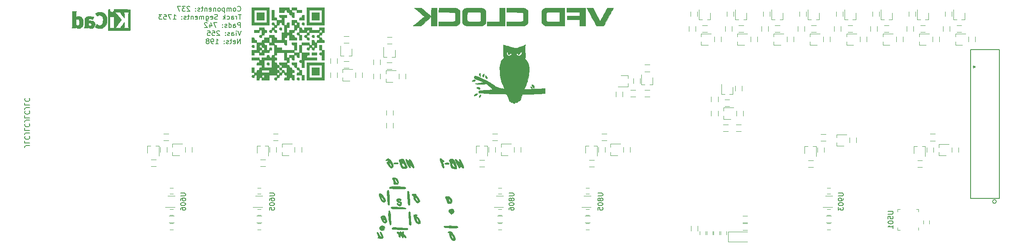
<source format=gbo>
G04 #@! TF.GenerationSoftware,KiCad,Pcbnew,(5.1.4)-1*
G04 #@! TF.CreationDate,2020-02-29T21:07:02-06:00*
G04 #@! TF.ProjectId,IV-6_Display_Board,49562d36-5f44-4697-9370-6c61795f426f,rev?*
G04 #@! TF.SameCoordinates,Original*
G04 #@! TF.FileFunction,Legend,Bot*
G04 #@! TF.FilePolarity,Positive*
%FSLAX46Y46*%
G04 Gerber Fmt 4.6, Leading zero omitted, Abs format (unit mm)*
G04 Created by KiCad (PCBNEW (5.1.4)-1) date 2020-02-29 21:07:02*
%MOMM*%
%LPD*%
G04 APERTURE LIST*
%ADD10C,0.150000*%
%ADD11C,0.010000*%
%ADD12C,0.152400*%
%ADD13C,0.120000*%
G04 APERTURE END LIST*
D10*
X78404476Y-68558142D02*
X78452095Y-68605761D01*
X78594952Y-68653380D01*
X78690190Y-68653380D01*
X78833047Y-68605761D01*
X78928285Y-68510523D01*
X78975904Y-68415285D01*
X79023523Y-68224809D01*
X79023523Y-68081952D01*
X78975904Y-67891476D01*
X78928285Y-67796238D01*
X78833047Y-67701000D01*
X78690190Y-67653380D01*
X78594952Y-67653380D01*
X78452095Y-67701000D01*
X78404476Y-67748619D01*
X77833047Y-68653380D02*
X77928285Y-68605761D01*
X77975904Y-68558142D01*
X78023523Y-68462904D01*
X78023523Y-68177190D01*
X77975904Y-68081952D01*
X77928285Y-68034333D01*
X77833047Y-67986714D01*
X77690190Y-67986714D01*
X77594952Y-68034333D01*
X77547333Y-68081952D01*
X77499714Y-68177190D01*
X77499714Y-68462904D01*
X77547333Y-68558142D01*
X77594952Y-68605761D01*
X77690190Y-68653380D01*
X77833047Y-68653380D01*
X77071142Y-68653380D02*
X77071142Y-67986714D01*
X77071142Y-68081952D02*
X77023523Y-68034333D01*
X76928285Y-67986714D01*
X76785428Y-67986714D01*
X76690190Y-68034333D01*
X76642571Y-68129571D01*
X76642571Y-68653380D01*
X76642571Y-68129571D02*
X76594952Y-68034333D01*
X76499714Y-67986714D01*
X76356857Y-67986714D01*
X76261619Y-68034333D01*
X76214000Y-68129571D01*
X76214000Y-68653380D01*
X75737809Y-67986714D02*
X75737809Y-68986714D01*
X75737809Y-68034333D02*
X75642571Y-67986714D01*
X75452095Y-67986714D01*
X75356857Y-68034333D01*
X75309238Y-68081952D01*
X75261619Y-68177190D01*
X75261619Y-68462904D01*
X75309238Y-68558142D01*
X75356857Y-68605761D01*
X75452095Y-68653380D01*
X75642571Y-68653380D01*
X75737809Y-68605761D01*
X74690190Y-68653380D02*
X74785428Y-68605761D01*
X74833047Y-68558142D01*
X74880666Y-68462904D01*
X74880666Y-68177190D01*
X74833047Y-68081952D01*
X74785428Y-68034333D01*
X74690190Y-67986714D01*
X74547333Y-67986714D01*
X74452095Y-68034333D01*
X74404476Y-68081952D01*
X74356857Y-68177190D01*
X74356857Y-68462904D01*
X74404476Y-68558142D01*
X74452095Y-68605761D01*
X74547333Y-68653380D01*
X74690190Y-68653380D01*
X73928285Y-67986714D02*
X73928285Y-68653380D01*
X73928285Y-68081952D02*
X73880666Y-68034333D01*
X73785428Y-67986714D01*
X73642571Y-67986714D01*
X73547333Y-68034333D01*
X73499714Y-68129571D01*
X73499714Y-68653380D01*
X72642571Y-68605761D02*
X72737809Y-68653380D01*
X72928285Y-68653380D01*
X73023523Y-68605761D01*
X73071142Y-68510523D01*
X73071142Y-68129571D01*
X73023523Y-68034333D01*
X72928285Y-67986714D01*
X72737809Y-67986714D01*
X72642571Y-68034333D01*
X72594952Y-68129571D01*
X72594952Y-68224809D01*
X73071142Y-68320047D01*
X72166380Y-67986714D02*
X72166380Y-68653380D01*
X72166380Y-68081952D02*
X72118761Y-68034333D01*
X72023523Y-67986714D01*
X71880666Y-67986714D01*
X71785428Y-68034333D01*
X71737809Y-68129571D01*
X71737809Y-68653380D01*
X71404476Y-67986714D02*
X71023523Y-67986714D01*
X71261619Y-67653380D02*
X71261619Y-68510523D01*
X71214000Y-68605761D01*
X71118761Y-68653380D01*
X71023523Y-68653380D01*
X70737809Y-68605761D02*
X70642571Y-68653380D01*
X70452095Y-68653380D01*
X70356857Y-68605761D01*
X70309238Y-68510523D01*
X70309238Y-68462904D01*
X70356857Y-68367666D01*
X70452095Y-68320047D01*
X70594952Y-68320047D01*
X70690190Y-68272428D01*
X70737809Y-68177190D01*
X70737809Y-68129571D01*
X70690190Y-68034333D01*
X70594952Y-67986714D01*
X70452095Y-67986714D01*
X70356857Y-68034333D01*
X69880666Y-68558142D02*
X69833047Y-68605761D01*
X69880666Y-68653380D01*
X69928285Y-68605761D01*
X69880666Y-68558142D01*
X69880666Y-68653380D01*
X69880666Y-68034333D02*
X69833047Y-68081952D01*
X69880666Y-68129571D01*
X69928285Y-68081952D01*
X69880666Y-68034333D01*
X69880666Y-68129571D01*
X68690190Y-67748619D02*
X68642571Y-67701000D01*
X68547333Y-67653380D01*
X68309238Y-67653380D01*
X68214000Y-67701000D01*
X68166380Y-67748619D01*
X68118761Y-67843857D01*
X68118761Y-67939095D01*
X68166380Y-68081952D01*
X68737809Y-68653380D01*
X68118761Y-68653380D01*
X67785428Y-67653380D02*
X67166380Y-67653380D01*
X67499714Y-68034333D01*
X67356857Y-68034333D01*
X67261619Y-68081952D01*
X67214000Y-68129571D01*
X67166380Y-68224809D01*
X67166380Y-68462904D01*
X67214000Y-68558142D01*
X67261619Y-68605761D01*
X67356857Y-68653380D01*
X67642571Y-68653380D01*
X67737809Y-68605761D01*
X67785428Y-68558142D01*
X66833047Y-67653380D02*
X66166380Y-67653380D01*
X66594952Y-68653380D01*
X79118761Y-69303380D02*
X78547333Y-69303380D01*
X78833047Y-70303380D02*
X78833047Y-69303380D01*
X78214000Y-70303380D02*
X78214000Y-69636714D01*
X78214000Y-69827190D02*
X78166380Y-69731952D01*
X78118761Y-69684333D01*
X78023523Y-69636714D01*
X77928285Y-69636714D01*
X77166380Y-70303380D02*
X77166380Y-69779571D01*
X77214000Y-69684333D01*
X77309238Y-69636714D01*
X77499714Y-69636714D01*
X77594952Y-69684333D01*
X77166380Y-70255761D02*
X77261619Y-70303380D01*
X77499714Y-70303380D01*
X77594952Y-70255761D01*
X77642571Y-70160523D01*
X77642571Y-70065285D01*
X77594952Y-69970047D01*
X77499714Y-69922428D01*
X77261619Y-69922428D01*
X77166380Y-69874809D01*
X76261619Y-70255761D02*
X76356857Y-70303380D01*
X76547333Y-70303380D01*
X76642571Y-70255761D01*
X76690190Y-70208142D01*
X76737809Y-70112904D01*
X76737809Y-69827190D01*
X76690190Y-69731952D01*
X76642571Y-69684333D01*
X76547333Y-69636714D01*
X76356857Y-69636714D01*
X76261619Y-69684333D01*
X75833047Y-70303380D02*
X75833047Y-69303380D01*
X75737809Y-69922428D02*
X75452095Y-70303380D01*
X75452095Y-69636714D02*
X75833047Y-70017666D01*
X74309238Y-70255761D02*
X74166380Y-70303380D01*
X73928285Y-70303380D01*
X73833047Y-70255761D01*
X73785428Y-70208142D01*
X73737809Y-70112904D01*
X73737809Y-70017666D01*
X73785428Y-69922428D01*
X73833047Y-69874809D01*
X73928285Y-69827190D01*
X74118761Y-69779571D01*
X74214000Y-69731952D01*
X74261619Y-69684333D01*
X74309238Y-69589095D01*
X74309238Y-69493857D01*
X74261619Y-69398619D01*
X74214000Y-69351000D01*
X74118761Y-69303380D01*
X73880666Y-69303380D01*
X73737809Y-69351000D01*
X72928285Y-70255761D02*
X73023523Y-70303380D01*
X73214000Y-70303380D01*
X73309238Y-70255761D01*
X73356857Y-70160523D01*
X73356857Y-69779571D01*
X73309238Y-69684333D01*
X73214000Y-69636714D01*
X73023523Y-69636714D01*
X72928285Y-69684333D01*
X72880666Y-69779571D01*
X72880666Y-69874809D01*
X73356857Y-69970047D01*
X72023523Y-69636714D02*
X72023523Y-70446238D01*
X72071142Y-70541476D01*
X72118761Y-70589095D01*
X72214000Y-70636714D01*
X72356857Y-70636714D01*
X72452095Y-70589095D01*
X72023523Y-70255761D02*
X72118761Y-70303380D01*
X72309238Y-70303380D01*
X72404476Y-70255761D01*
X72452095Y-70208142D01*
X72499714Y-70112904D01*
X72499714Y-69827190D01*
X72452095Y-69731952D01*
X72404476Y-69684333D01*
X72309238Y-69636714D01*
X72118761Y-69636714D01*
X72023523Y-69684333D01*
X71547333Y-70303380D02*
X71547333Y-69636714D01*
X71547333Y-69731952D02*
X71499714Y-69684333D01*
X71404476Y-69636714D01*
X71261619Y-69636714D01*
X71166380Y-69684333D01*
X71118761Y-69779571D01*
X71118761Y-70303380D01*
X71118761Y-69779571D02*
X71071142Y-69684333D01*
X70975904Y-69636714D01*
X70833047Y-69636714D01*
X70737809Y-69684333D01*
X70690190Y-69779571D01*
X70690190Y-70303380D01*
X69833047Y-70255761D02*
X69928285Y-70303380D01*
X70118761Y-70303380D01*
X70214000Y-70255761D01*
X70261619Y-70160523D01*
X70261619Y-69779571D01*
X70214000Y-69684333D01*
X70118761Y-69636714D01*
X69928285Y-69636714D01*
X69833047Y-69684333D01*
X69785428Y-69779571D01*
X69785428Y-69874809D01*
X70261619Y-69970047D01*
X69356857Y-69636714D02*
X69356857Y-70303380D01*
X69356857Y-69731952D02*
X69309238Y-69684333D01*
X69214000Y-69636714D01*
X69071142Y-69636714D01*
X68975904Y-69684333D01*
X68928285Y-69779571D01*
X68928285Y-70303380D01*
X68594952Y-69636714D02*
X68214000Y-69636714D01*
X68452095Y-69303380D02*
X68452095Y-70160523D01*
X68404476Y-70255761D01*
X68309238Y-70303380D01*
X68214000Y-70303380D01*
X67928285Y-70255761D02*
X67833047Y-70303380D01*
X67642571Y-70303380D01*
X67547333Y-70255761D01*
X67499714Y-70160523D01*
X67499714Y-70112904D01*
X67547333Y-70017666D01*
X67642571Y-69970047D01*
X67785428Y-69970047D01*
X67880666Y-69922428D01*
X67928285Y-69827190D01*
X67928285Y-69779571D01*
X67880666Y-69684333D01*
X67785428Y-69636714D01*
X67642571Y-69636714D01*
X67547333Y-69684333D01*
X67071142Y-70208142D02*
X67023523Y-70255761D01*
X67071142Y-70303380D01*
X67118761Y-70255761D01*
X67071142Y-70208142D01*
X67071142Y-70303380D01*
X67071142Y-69684333D02*
X67023523Y-69731952D01*
X67071142Y-69779571D01*
X67118761Y-69731952D01*
X67071142Y-69684333D01*
X67071142Y-69779571D01*
X65309238Y-70303380D02*
X65880666Y-70303380D01*
X65594952Y-70303380D02*
X65594952Y-69303380D01*
X65690190Y-69446238D01*
X65785428Y-69541476D01*
X65880666Y-69589095D01*
X64975904Y-69303380D02*
X64309238Y-69303380D01*
X64737809Y-70303380D01*
X63452095Y-69303380D02*
X63928285Y-69303380D01*
X63975904Y-69779571D01*
X63928285Y-69731952D01*
X63833047Y-69684333D01*
X63594952Y-69684333D01*
X63499714Y-69731952D01*
X63452095Y-69779571D01*
X63404476Y-69874809D01*
X63404476Y-70112904D01*
X63452095Y-70208142D01*
X63499714Y-70255761D01*
X63594952Y-70303380D01*
X63833047Y-70303380D01*
X63928285Y-70255761D01*
X63975904Y-70208142D01*
X63071142Y-69303380D02*
X62452095Y-69303380D01*
X62785428Y-69684333D01*
X62642571Y-69684333D01*
X62547333Y-69731952D01*
X62499714Y-69779571D01*
X62452095Y-69874809D01*
X62452095Y-70112904D01*
X62499714Y-70208142D01*
X62547333Y-70255761D01*
X62642571Y-70303380D01*
X62928285Y-70303380D01*
X63023523Y-70255761D01*
X63071142Y-70208142D01*
X78975904Y-71953380D02*
X78975904Y-70953380D01*
X78594952Y-70953380D01*
X78499714Y-71001000D01*
X78452095Y-71048619D01*
X78404476Y-71143857D01*
X78404476Y-71286714D01*
X78452095Y-71381952D01*
X78499714Y-71429571D01*
X78594952Y-71477190D01*
X78975904Y-71477190D01*
X77547333Y-71953380D02*
X77547333Y-71429571D01*
X77594952Y-71334333D01*
X77690190Y-71286714D01*
X77880666Y-71286714D01*
X77975904Y-71334333D01*
X77547333Y-71905761D02*
X77642571Y-71953380D01*
X77880666Y-71953380D01*
X77975904Y-71905761D01*
X78023523Y-71810523D01*
X78023523Y-71715285D01*
X77975904Y-71620047D01*
X77880666Y-71572428D01*
X77642571Y-71572428D01*
X77547333Y-71524809D01*
X76642571Y-71953380D02*
X76642571Y-70953380D01*
X76642571Y-71905761D02*
X76737809Y-71953380D01*
X76928285Y-71953380D01*
X77023523Y-71905761D01*
X77071142Y-71858142D01*
X77118761Y-71762904D01*
X77118761Y-71477190D01*
X77071142Y-71381952D01*
X77023523Y-71334333D01*
X76928285Y-71286714D01*
X76737809Y-71286714D01*
X76642571Y-71334333D01*
X76214000Y-71905761D02*
X76118761Y-71953380D01*
X75928285Y-71953380D01*
X75833047Y-71905761D01*
X75785428Y-71810523D01*
X75785428Y-71762904D01*
X75833047Y-71667666D01*
X75928285Y-71620047D01*
X76071142Y-71620047D01*
X76166380Y-71572428D01*
X76214000Y-71477190D01*
X76214000Y-71429571D01*
X76166380Y-71334333D01*
X76071142Y-71286714D01*
X75928285Y-71286714D01*
X75833047Y-71334333D01*
X75356857Y-71858142D02*
X75309238Y-71905761D01*
X75356857Y-71953380D01*
X75404476Y-71905761D01*
X75356857Y-71858142D01*
X75356857Y-71953380D01*
X75356857Y-71334333D02*
X75309238Y-71381952D01*
X75356857Y-71429571D01*
X75404476Y-71381952D01*
X75356857Y-71334333D01*
X75356857Y-71429571D01*
X74214000Y-70953380D02*
X73547333Y-70953380D01*
X73975904Y-71953380D01*
X72737809Y-71286714D02*
X72737809Y-71953380D01*
X72975904Y-70905761D02*
X73214000Y-71620047D01*
X72594952Y-71620047D01*
X72261619Y-71048619D02*
X72214000Y-71001000D01*
X72118761Y-70953380D01*
X71880666Y-70953380D01*
X71785428Y-71001000D01*
X71737809Y-71048619D01*
X71690190Y-71143857D01*
X71690190Y-71239095D01*
X71737809Y-71381952D01*
X72309238Y-71953380D01*
X71690190Y-71953380D01*
X79118761Y-72603380D02*
X78785428Y-73603380D01*
X78452095Y-72603380D01*
X78118761Y-73603380D02*
X78118761Y-72936714D01*
X78118761Y-72603380D02*
X78166380Y-72651000D01*
X78118761Y-72698619D01*
X78071142Y-72651000D01*
X78118761Y-72603380D01*
X78118761Y-72698619D01*
X77214000Y-73603380D02*
X77214000Y-73079571D01*
X77261619Y-72984333D01*
X77356857Y-72936714D01*
X77547333Y-72936714D01*
X77642571Y-72984333D01*
X77214000Y-73555761D02*
X77309238Y-73603380D01*
X77547333Y-73603380D01*
X77642571Y-73555761D01*
X77690190Y-73460523D01*
X77690190Y-73365285D01*
X77642571Y-73270047D01*
X77547333Y-73222428D01*
X77309238Y-73222428D01*
X77214000Y-73174809D01*
X76785428Y-73555761D02*
X76690190Y-73603380D01*
X76499714Y-73603380D01*
X76404476Y-73555761D01*
X76356857Y-73460523D01*
X76356857Y-73412904D01*
X76404476Y-73317666D01*
X76499714Y-73270047D01*
X76642571Y-73270047D01*
X76737809Y-73222428D01*
X76785428Y-73127190D01*
X76785428Y-73079571D01*
X76737809Y-72984333D01*
X76642571Y-72936714D01*
X76499714Y-72936714D01*
X76404476Y-72984333D01*
X75928285Y-73508142D02*
X75880666Y-73555761D01*
X75928285Y-73603380D01*
X75975904Y-73555761D01*
X75928285Y-73508142D01*
X75928285Y-73603380D01*
X75928285Y-72984333D02*
X75880666Y-73031952D01*
X75928285Y-73079571D01*
X75975904Y-73031952D01*
X75928285Y-72984333D01*
X75928285Y-73079571D01*
X74737809Y-72698619D02*
X74690190Y-72651000D01*
X74594952Y-72603380D01*
X74356857Y-72603380D01*
X74261619Y-72651000D01*
X74214000Y-72698619D01*
X74166380Y-72793857D01*
X74166380Y-72889095D01*
X74214000Y-73031952D01*
X74785428Y-73603380D01*
X74166380Y-73603380D01*
X73261619Y-72603380D02*
X73737809Y-72603380D01*
X73785428Y-73079571D01*
X73737809Y-73031952D01*
X73642571Y-72984333D01*
X73404476Y-72984333D01*
X73309238Y-73031952D01*
X73261619Y-73079571D01*
X73214000Y-73174809D01*
X73214000Y-73412904D01*
X73261619Y-73508142D01*
X73309238Y-73555761D01*
X73404476Y-73603380D01*
X73642571Y-73603380D01*
X73737809Y-73555761D01*
X73785428Y-73508142D01*
X72309238Y-72603380D02*
X72785428Y-72603380D01*
X72833047Y-73079571D01*
X72785428Y-73031952D01*
X72690190Y-72984333D01*
X72452095Y-72984333D01*
X72356857Y-73031952D01*
X72309238Y-73079571D01*
X72261619Y-73174809D01*
X72261619Y-73412904D01*
X72309238Y-73508142D01*
X72356857Y-73555761D01*
X72452095Y-73603380D01*
X72690190Y-73603380D01*
X72785428Y-73555761D01*
X72833047Y-73508142D01*
X78975904Y-75253380D02*
X78975904Y-74253380D01*
X78404476Y-75253380D01*
X78404476Y-74253380D01*
X77547333Y-75205761D02*
X77642571Y-75253380D01*
X77833047Y-75253380D01*
X77928285Y-75205761D01*
X77975904Y-75110523D01*
X77975904Y-74729571D01*
X77928285Y-74634333D01*
X77833047Y-74586714D01*
X77642571Y-74586714D01*
X77547333Y-74634333D01*
X77499714Y-74729571D01*
X77499714Y-74824809D01*
X77975904Y-74920047D01*
X77214000Y-74586714D02*
X76833047Y-74586714D01*
X77071142Y-74253380D02*
X77071142Y-75110523D01*
X77023523Y-75205761D01*
X76928285Y-75253380D01*
X76833047Y-75253380D01*
X76547333Y-75205761D02*
X76452095Y-75253380D01*
X76261619Y-75253380D01*
X76166380Y-75205761D01*
X76118761Y-75110523D01*
X76118761Y-75062904D01*
X76166380Y-74967666D01*
X76261619Y-74920047D01*
X76404476Y-74920047D01*
X76499714Y-74872428D01*
X76547333Y-74777190D01*
X76547333Y-74729571D01*
X76499714Y-74634333D01*
X76404476Y-74586714D01*
X76261619Y-74586714D01*
X76166380Y-74634333D01*
X75690190Y-75158142D02*
X75642571Y-75205761D01*
X75690190Y-75253380D01*
X75737809Y-75205761D01*
X75690190Y-75158142D01*
X75690190Y-75253380D01*
X75690190Y-74634333D02*
X75642571Y-74681952D01*
X75690190Y-74729571D01*
X75737809Y-74681952D01*
X75690190Y-74634333D01*
X75690190Y-74729571D01*
X73928285Y-75253380D02*
X74499714Y-75253380D01*
X74214000Y-75253380D02*
X74214000Y-74253380D01*
X74309238Y-74396238D01*
X74404476Y-74491476D01*
X74499714Y-74539095D01*
X73452095Y-75253380D02*
X73261619Y-75253380D01*
X73166380Y-75205761D01*
X73118761Y-75158142D01*
X73023523Y-75015285D01*
X72975904Y-74824809D01*
X72975904Y-74443857D01*
X73023523Y-74348619D01*
X73071142Y-74301000D01*
X73166380Y-74253380D01*
X73356857Y-74253380D01*
X73452095Y-74301000D01*
X73499714Y-74348619D01*
X73547333Y-74443857D01*
X73547333Y-74681952D01*
X73499714Y-74777190D01*
X73452095Y-74824809D01*
X73356857Y-74872428D01*
X73166380Y-74872428D01*
X73071142Y-74824809D01*
X73023523Y-74777190D01*
X72975904Y-74681952D01*
X72404476Y-74681952D02*
X72499714Y-74634333D01*
X72547333Y-74586714D01*
X72594952Y-74491476D01*
X72594952Y-74443857D01*
X72547333Y-74348619D01*
X72499714Y-74301000D01*
X72404476Y-74253380D01*
X72214000Y-74253380D01*
X72118761Y-74301000D01*
X72071142Y-74348619D01*
X72023523Y-74443857D01*
X72023523Y-74491476D01*
X72071142Y-74586714D01*
X72118761Y-74634333D01*
X72214000Y-74681952D01*
X72404476Y-74681952D01*
X72499714Y-74729571D01*
X72547333Y-74777190D01*
X72594952Y-74872428D01*
X72594952Y-75062904D01*
X72547333Y-75158142D01*
X72499714Y-75205761D01*
X72404476Y-75253380D01*
X72214000Y-75253380D01*
X72118761Y-75205761D01*
X72071142Y-75158142D01*
X72023523Y-75062904D01*
X72023523Y-74872428D01*
X72071142Y-74777190D01*
X72118761Y-74729571D01*
X72214000Y-74681952D01*
X36212905Y-95932047D02*
X35498619Y-95932047D01*
X35355762Y-95979666D01*
X35260524Y-96074904D01*
X35212905Y-96217761D01*
X35212905Y-96313000D01*
X35212905Y-94979666D02*
X35212905Y-95455857D01*
X36212905Y-95455857D01*
X35308143Y-94074904D02*
X35260524Y-94122523D01*
X35212905Y-94265380D01*
X35212905Y-94360619D01*
X35260524Y-94503476D01*
X35355762Y-94598714D01*
X35451000Y-94646333D01*
X35641476Y-94693952D01*
X35784333Y-94693952D01*
X35974809Y-94646333D01*
X36070047Y-94598714D01*
X36165286Y-94503476D01*
X36212905Y-94360619D01*
X36212905Y-94265380D01*
X36165286Y-94122523D01*
X36117666Y-94074904D01*
X36212905Y-93360619D02*
X35498619Y-93360619D01*
X35355762Y-93408238D01*
X35260524Y-93503476D01*
X35212905Y-93646333D01*
X35212905Y-93741571D01*
X35212905Y-92408238D02*
X35212905Y-92884428D01*
X36212905Y-92884428D01*
X35308143Y-91503476D02*
X35260524Y-91551095D01*
X35212905Y-91693952D01*
X35212905Y-91789190D01*
X35260524Y-91932047D01*
X35355762Y-92027285D01*
X35451000Y-92074904D01*
X35641476Y-92122523D01*
X35784333Y-92122523D01*
X35974809Y-92074904D01*
X36070047Y-92027285D01*
X36165286Y-91932047D01*
X36212905Y-91789190D01*
X36212905Y-91693952D01*
X36165286Y-91551095D01*
X36117666Y-91503476D01*
X36212905Y-90789190D02*
X35498619Y-90789190D01*
X35355762Y-90836809D01*
X35260524Y-90932047D01*
X35212905Y-91074904D01*
X35212905Y-91170142D01*
X35212905Y-89836809D02*
X35212905Y-90313000D01*
X36212905Y-90313000D01*
X35308143Y-88932047D02*
X35260524Y-88979666D01*
X35212905Y-89122523D01*
X35212905Y-89217761D01*
X35260524Y-89360619D01*
X35355762Y-89455857D01*
X35451000Y-89503476D01*
X35641476Y-89551095D01*
X35784333Y-89551095D01*
X35974809Y-89503476D01*
X36070047Y-89455857D01*
X36165286Y-89360619D01*
X36212905Y-89217761D01*
X36212905Y-89122523D01*
X36165286Y-88979666D01*
X36117666Y-88932047D01*
X36212905Y-88217761D02*
X35498619Y-88217761D01*
X35355762Y-88265380D01*
X35260524Y-88360619D01*
X35212905Y-88503476D01*
X35212905Y-88598714D01*
X35212905Y-87265380D02*
X35212905Y-87741571D01*
X36212905Y-87741571D01*
X35308143Y-86360619D02*
X35260524Y-86408238D01*
X35212905Y-86551095D01*
X35212905Y-86646333D01*
X35260524Y-86789190D01*
X35355762Y-86884428D01*
X35451000Y-86932047D01*
X35641476Y-86979666D01*
X35784333Y-86979666D01*
X35974809Y-86932047D01*
X36070047Y-86884428D01*
X36165286Y-86789190D01*
X36212905Y-86646333D01*
X36212905Y-86551095D01*
X36165286Y-86408238D01*
X36117666Y-86360619D01*
D11*
G36*
X110214054Y-99384744D02*
G01*
X110076791Y-99452561D01*
X110058200Y-99517200D01*
X110118035Y-99617648D01*
X110321484Y-99663403D01*
X110515400Y-99669600D01*
X110816747Y-99649655D01*
X110954010Y-99581838D01*
X110972600Y-99517200D01*
X110912766Y-99416751D01*
X110709317Y-99370996D01*
X110515400Y-99364800D01*
X110214054Y-99384744D01*
X110214054Y-99384744D01*
G37*
X110214054Y-99384744D02*
X110076791Y-99452561D01*
X110058200Y-99517200D01*
X110118035Y-99617648D01*
X110321484Y-99663403D01*
X110515400Y-99669600D01*
X110816747Y-99649655D01*
X110954010Y-99581838D01*
X110972600Y-99517200D01*
X110912766Y-99416751D01*
X110709317Y-99370996D01*
X110515400Y-99364800D01*
X110214054Y-99384744D01*
G36*
X108724165Y-98619990D02*
G01*
X108530089Y-98775954D01*
X108433544Y-98947878D01*
X108432600Y-98963117D01*
X108519125Y-99008502D01*
X108730655Y-98997978D01*
X108762800Y-98992319D01*
X109093000Y-98929718D01*
X108855068Y-99141870D01*
X108617136Y-99354021D01*
X108905868Y-99892810D01*
X109160565Y-100265758D01*
X109421731Y-100460507D01*
X109673444Y-100468928D01*
X109830314Y-100364846D01*
X109941840Y-100151171D01*
X109926237Y-99924458D01*
X109580311Y-99924458D01*
X109575828Y-100112615D01*
X109572882Y-100117892D01*
X109484243Y-100126234D01*
X109355777Y-100006963D01*
X109230739Y-99817902D01*
X109152386Y-99616876D01*
X109143800Y-99544303D01*
X109165189Y-99404834D01*
X109262595Y-99439855D01*
X109307566Y-99475832D01*
X109478877Y-99683125D01*
X109580311Y-99924458D01*
X109926237Y-99924458D01*
X109920696Y-99843947D01*
X109798811Y-99488536D01*
X109608309Y-99136950D01*
X109366359Y-98831334D01*
X109118273Y-98620465D01*
X108928849Y-98552000D01*
X108724165Y-98619990D01*
X108724165Y-98619990D01*
G37*
X108724165Y-98619990D02*
X108530089Y-98775954D01*
X108433544Y-98947878D01*
X108432600Y-98963117D01*
X108519125Y-99008502D01*
X108730655Y-98997978D01*
X108762800Y-98992319D01*
X109093000Y-98929718D01*
X108855068Y-99141870D01*
X108617136Y-99354021D01*
X108905868Y-99892810D01*
X109160565Y-100265758D01*
X109421731Y-100460507D01*
X109673444Y-100468928D01*
X109830314Y-100364846D01*
X109941840Y-100151171D01*
X109926237Y-99924458D01*
X109580311Y-99924458D01*
X109575828Y-100112615D01*
X109572882Y-100117892D01*
X109484243Y-100126234D01*
X109355777Y-100006963D01*
X109230739Y-99817902D01*
X109152386Y-99616876D01*
X109143800Y-99544303D01*
X109165189Y-99404834D01*
X109262595Y-99439855D01*
X109307566Y-99475832D01*
X109478877Y-99683125D01*
X109580311Y-99924458D01*
X109926237Y-99924458D01*
X109920696Y-99843947D01*
X109798811Y-99488536D01*
X109608309Y-99136950D01*
X109366359Y-98831334D01*
X109118273Y-98620465D01*
X108928849Y-98552000D01*
X108724165Y-98619990D01*
G36*
X112512815Y-98862828D02*
G01*
X112537290Y-99082607D01*
X112640084Y-99392504D01*
X112794273Y-99739374D01*
X112972933Y-100070073D01*
X113149141Y-100331458D01*
X113295972Y-100470385D01*
X113332260Y-100480297D01*
X113446569Y-100445937D01*
X113466176Y-100303374D01*
X113441547Y-100152200D01*
X113375574Y-99822000D01*
X113705903Y-100152200D01*
X113926636Y-100367885D01*
X114049670Y-100460764D01*
X114119858Y-100452837D01*
X114172753Y-100381201D01*
X114161223Y-100243010D01*
X114069473Y-99983988D01*
X113923624Y-99656451D01*
X113749800Y-99312719D01*
X113574123Y-99005109D01*
X113422715Y-98785941D01*
X113338361Y-98710078D01*
X113193286Y-98740407D01*
X113136171Y-98854766D01*
X113091257Y-98984526D01*
X113016288Y-98991359D01*
X112851380Y-98873451D01*
X112815373Y-98845042D01*
X112547400Y-98633315D01*
X112512815Y-98862828D01*
X112512815Y-98862828D01*
G37*
X112512815Y-98862828D02*
X112537290Y-99082607D01*
X112640084Y-99392504D01*
X112794273Y-99739374D01*
X112972933Y-100070073D01*
X113149141Y-100331458D01*
X113295972Y-100470385D01*
X113332260Y-100480297D01*
X113446569Y-100445937D01*
X113466176Y-100303374D01*
X113441547Y-100152200D01*
X113375574Y-99822000D01*
X113705903Y-100152200D01*
X113926636Y-100367885D01*
X114049670Y-100460764D01*
X114119858Y-100452837D01*
X114172753Y-100381201D01*
X114161223Y-100243010D01*
X114069473Y-99983988D01*
X113923624Y-99656451D01*
X113749800Y-99312719D01*
X113574123Y-99005109D01*
X113422715Y-98785941D01*
X113338361Y-98710078D01*
X113193286Y-98740407D01*
X113136171Y-98854766D01*
X113091257Y-98984526D01*
X113016288Y-98991359D01*
X112851380Y-98873451D01*
X112815373Y-98845042D01*
X112547400Y-98633315D01*
X112512815Y-98862828D01*
G36*
X111346420Y-98703330D02*
G01*
X111151279Y-98842254D01*
X111129828Y-99054970D01*
X111168750Y-99148426D01*
X111257987Y-99388104D01*
X111277400Y-99520565D01*
X111323524Y-99736546D01*
X111436261Y-100025716D01*
X111577161Y-100304209D01*
X111707775Y-100488160D01*
X111729307Y-100506244D01*
X111905468Y-100554972D01*
X112187477Y-100572626D01*
X112480213Y-100558150D01*
X112674400Y-100516712D01*
X112769182Y-100451024D01*
X112787392Y-100332316D01*
X112742672Y-100185397D01*
X112335760Y-100185397D01*
X112297559Y-100268830D01*
X112219915Y-100279200D01*
X112019166Y-100214611D01*
X111869601Y-100111053D01*
X111718116Y-99890001D01*
X111688724Y-99657951D01*
X111747959Y-99537708D01*
X111887793Y-99517675D01*
X112063907Y-99636078D01*
X112222840Y-99849041D01*
X112277429Y-99972255D01*
X112335760Y-100185397D01*
X112742672Y-100185397D01*
X112722648Y-100119616D01*
X112568568Y-99771953D01*
X112553332Y-99739508D01*
X112394146Y-99391288D01*
X112256574Y-99073437D01*
X112224018Y-98992266D01*
X111751534Y-98992266D01*
X111737587Y-99052667D01*
X111683800Y-99060000D01*
X111600172Y-99022826D01*
X111616067Y-98992266D01*
X111736643Y-98980107D01*
X111751534Y-98992266D01*
X112224018Y-98992266D01*
X112200247Y-98933000D01*
X112098740Y-98746726D01*
X111934628Y-98667821D01*
X111698756Y-98653600D01*
X111346420Y-98703330D01*
X111346420Y-98703330D01*
G37*
X111346420Y-98703330D02*
X111151279Y-98842254D01*
X111129828Y-99054970D01*
X111168750Y-99148426D01*
X111257987Y-99388104D01*
X111277400Y-99520565D01*
X111323524Y-99736546D01*
X111436261Y-100025716D01*
X111577161Y-100304209D01*
X111707775Y-100488160D01*
X111729307Y-100506244D01*
X111905468Y-100554972D01*
X112187477Y-100572626D01*
X112480213Y-100558150D01*
X112674400Y-100516712D01*
X112769182Y-100451024D01*
X112787392Y-100332316D01*
X112742672Y-100185397D01*
X112335760Y-100185397D01*
X112297559Y-100268830D01*
X112219915Y-100279200D01*
X112019166Y-100214611D01*
X111869601Y-100111053D01*
X111718116Y-99890001D01*
X111688724Y-99657951D01*
X111747959Y-99537708D01*
X111887793Y-99517675D01*
X112063907Y-99636078D01*
X112222840Y-99849041D01*
X112277429Y-99972255D01*
X112335760Y-100185397D01*
X112742672Y-100185397D01*
X112722648Y-100119616D01*
X112568568Y-99771953D01*
X112553332Y-99739508D01*
X112394146Y-99391288D01*
X112256574Y-99073437D01*
X112224018Y-98992266D01*
X111751534Y-98992266D01*
X111737587Y-99052667D01*
X111683800Y-99060000D01*
X111600172Y-99022826D01*
X111616067Y-98992266D01*
X111736643Y-98980107D01*
X111751534Y-98992266D01*
X112224018Y-98992266D01*
X112200247Y-98933000D01*
X112098740Y-98746726D01*
X111934628Y-98667821D01*
X111698756Y-98653600D01*
X111346420Y-98703330D01*
G36*
X120861097Y-99435158D02*
G01*
X120541086Y-99489545D01*
X120396237Y-99573385D01*
X120430821Y-99657504D01*
X120649110Y-99712725D01*
X120819334Y-99720400D01*
X121120343Y-99702364D01*
X121260759Y-99639162D01*
X121285000Y-99562158D01*
X121237702Y-99461520D01*
X121066170Y-99427465D01*
X120861097Y-99435158D01*
X120861097Y-99435158D01*
G37*
X120861097Y-99435158D02*
X120541086Y-99489545D01*
X120396237Y-99573385D01*
X120430821Y-99657504D01*
X120649110Y-99712725D01*
X120819334Y-99720400D01*
X121120343Y-99702364D01*
X121260759Y-99639162D01*
X121285000Y-99562158D01*
X121237702Y-99461520D01*
X121066170Y-99427465D01*
X120861097Y-99435158D01*
G36*
X119390738Y-98655174D02*
G01*
X119390547Y-98655669D01*
X119397797Y-98842327D01*
X119492786Y-99109969D01*
X119543750Y-99209121D01*
X119679239Y-99487328D01*
X119755126Y-99715230D01*
X119761000Y-99764678D01*
X119807476Y-99983999D01*
X119919698Y-100234890D01*
X120056857Y-100442777D01*
X120178145Y-100533085D01*
X120181546Y-100533200D01*
X120243958Y-100440222D01*
X120235786Y-100159679D01*
X120221378Y-100050600D01*
X120161918Y-99746399D01*
X120092055Y-99527208D01*
X120060978Y-99475015D01*
X120055446Y-99349119D01*
X120141701Y-99257409D01*
X120240604Y-99122798D01*
X120174089Y-98967274D01*
X119930862Y-98773168D01*
X119768009Y-98672781D01*
X119555706Y-98559473D01*
X119450826Y-98554551D01*
X119390738Y-98655174D01*
X119390738Y-98655174D01*
G37*
X119390738Y-98655174D02*
X119390547Y-98655669D01*
X119397797Y-98842327D01*
X119492786Y-99109969D01*
X119543750Y-99209121D01*
X119679239Y-99487328D01*
X119755126Y-99715230D01*
X119761000Y-99764678D01*
X119807476Y-99983999D01*
X119919698Y-100234890D01*
X120056857Y-100442777D01*
X120178145Y-100533085D01*
X120181546Y-100533200D01*
X120243958Y-100440222D01*
X120235786Y-100159679D01*
X120221378Y-100050600D01*
X120161918Y-99746399D01*
X120092055Y-99527208D01*
X120060978Y-99475015D01*
X120055446Y-99349119D01*
X120141701Y-99257409D01*
X120240604Y-99122798D01*
X120174089Y-98967274D01*
X119930862Y-98773168D01*
X119768009Y-98672781D01*
X119555706Y-98559473D01*
X119450826Y-98554551D01*
X119390738Y-98655174D01*
G36*
X123355790Y-98749008D02*
G01*
X123350111Y-98914780D01*
X123371309Y-99025172D01*
X123441762Y-99345945D01*
X123099981Y-99025643D01*
X122827975Y-98805920D01*
X122622725Y-98708206D01*
X122514008Y-98744006D01*
X122504200Y-98795454D01*
X122547172Y-98937986D01*
X122658775Y-99202641D01*
X122813040Y-99536103D01*
X122984000Y-99885054D01*
X123145685Y-100196179D01*
X123272127Y-100416160D01*
X123329654Y-100490220D01*
X123435936Y-100461727D01*
X123480988Y-100387239D01*
X123614548Y-100244147D01*
X123803068Y-100272727D01*
X123926600Y-100380800D01*
X124108019Y-100521205D01*
X124248613Y-100473389D01*
X124289454Y-100398535D01*
X124276491Y-100234586D01*
X124185111Y-99958366D01*
X124040813Y-99621690D01*
X123869091Y-99276375D01*
X123695442Y-98974235D01*
X123545364Y-98767088D01*
X123455840Y-98704400D01*
X123355790Y-98749008D01*
X123355790Y-98749008D01*
G37*
X123355790Y-98749008D02*
X123350111Y-98914780D01*
X123371309Y-99025172D01*
X123441762Y-99345945D01*
X123099981Y-99025643D01*
X122827975Y-98805920D01*
X122622725Y-98708206D01*
X122514008Y-98744006D01*
X122504200Y-98795454D01*
X122547172Y-98937986D01*
X122658775Y-99202641D01*
X122813040Y-99536103D01*
X122984000Y-99885054D01*
X123145685Y-100196179D01*
X123272127Y-100416160D01*
X123329654Y-100490220D01*
X123435936Y-100461727D01*
X123480988Y-100387239D01*
X123614548Y-100244147D01*
X123803068Y-100272727D01*
X123926600Y-100380800D01*
X124108019Y-100521205D01*
X124248613Y-100473389D01*
X124289454Y-100398535D01*
X124276491Y-100234586D01*
X124185111Y-99958366D01*
X124040813Y-99621690D01*
X123869091Y-99276375D01*
X123695442Y-98974235D01*
X123545364Y-98767088D01*
X123455840Y-98704400D01*
X123355790Y-98749008D01*
G36*
X121589517Y-98664098D02*
G01*
X121376357Y-98781405D01*
X121320083Y-98861121D01*
X121329545Y-99059215D01*
X121386477Y-99161450D01*
X121467210Y-99351642D01*
X121520555Y-99648785D01*
X121528674Y-99763323D01*
X121604178Y-100201826D01*
X121798743Y-100481159D01*
X122126870Y-100616389D01*
X122367547Y-100634800D01*
X122809000Y-100634800D01*
X122803087Y-100253800D01*
X122787490Y-100160016D01*
X122486613Y-100160016D01*
X122429960Y-100209471D01*
X122238028Y-100211061D01*
X122235873Y-100210816D01*
X122027939Y-100153521D01*
X121936615Y-100001476D01*
X121913563Y-99847400D01*
X121921883Y-99599891D01*
X122016842Y-99517390D01*
X122024255Y-99517200D01*
X122135937Y-99565251D01*
X122264187Y-99730982D01*
X122432285Y-100046758D01*
X122486613Y-100160016D01*
X122787490Y-100160016D01*
X122752289Y-99948372D01*
X122627301Y-99572893D01*
X122457656Y-99192756D01*
X122380858Y-99060000D01*
X121894600Y-99060000D01*
X121843800Y-99110800D01*
X121793000Y-99060000D01*
X121843800Y-99009200D01*
X121894600Y-99060000D01*
X122380858Y-99060000D01*
X122272884Y-98873356D01*
X122102518Y-98680085D01*
X122088126Y-98670642D01*
X121858594Y-98619285D01*
X121589517Y-98664098D01*
X121589517Y-98664098D01*
G37*
X121589517Y-98664098D02*
X121376357Y-98781405D01*
X121320083Y-98861121D01*
X121329545Y-99059215D01*
X121386477Y-99161450D01*
X121467210Y-99351642D01*
X121520555Y-99648785D01*
X121528674Y-99763323D01*
X121604178Y-100201826D01*
X121798743Y-100481159D01*
X122126870Y-100616389D01*
X122367547Y-100634800D01*
X122809000Y-100634800D01*
X122803087Y-100253800D01*
X122787490Y-100160016D01*
X122486613Y-100160016D01*
X122429960Y-100209471D01*
X122238028Y-100211061D01*
X122235873Y-100210816D01*
X122027939Y-100153521D01*
X121936615Y-100001476D01*
X121913563Y-99847400D01*
X121921883Y-99599891D01*
X122016842Y-99517390D01*
X122024255Y-99517200D01*
X122135937Y-99565251D01*
X122264187Y-99730982D01*
X122432285Y-100046758D01*
X122486613Y-100160016D01*
X122787490Y-100160016D01*
X122752289Y-99948372D01*
X122627301Y-99572893D01*
X122457656Y-99192756D01*
X122380858Y-99060000D01*
X121894600Y-99060000D01*
X121843800Y-99110800D01*
X121793000Y-99060000D01*
X121843800Y-99009200D01*
X121894600Y-99060000D01*
X122380858Y-99060000D01*
X122272884Y-98873356D01*
X122102518Y-98680085D01*
X122088126Y-98670642D01*
X121858594Y-98619285D01*
X121589517Y-98664098D01*
G36*
X109865174Y-102449622D02*
G01*
X109753737Y-102571360D01*
X109811313Y-102794916D01*
X109913807Y-102969560D01*
X110023998Y-103256082D01*
X110040807Y-103499386D01*
X110035036Y-103679367D01*
X110108891Y-103764672D01*
X110314517Y-103795209D01*
X110434382Y-103800615D01*
X110765215Y-103776404D01*
X110969533Y-103685431D01*
X110979128Y-103674935D01*
X111039938Y-103469554D01*
X110769400Y-103469554D01*
X110705455Y-103530173D01*
X110568238Y-103478867D01*
X110485209Y-103402831D01*
X110379161Y-103215281D01*
X110309136Y-102988733D01*
X110290927Y-102797926D01*
X110340327Y-102717600D01*
X110340410Y-102717600D01*
X110434214Y-102798855D01*
X110564191Y-102992944D01*
X110687830Y-103225353D01*
X110762619Y-103421568D01*
X110769400Y-103469554D01*
X111039938Y-103469554D01*
X111047023Y-103445625D01*
X110982961Y-103123939D01*
X110798676Y-102761177D01*
X110755727Y-102698397D01*
X110565733Y-102498628D01*
X110324336Y-102420500D01*
X110152882Y-102412800D01*
X109865174Y-102449622D01*
X109865174Y-102449622D01*
G37*
X109865174Y-102449622D02*
X109753737Y-102571360D01*
X109811313Y-102794916D01*
X109913807Y-102969560D01*
X110023998Y-103256082D01*
X110040807Y-103499386D01*
X110035036Y-103679367D01*
X110108891Y-103764672D01*
X110314517Y-103795209D01*
X110434382Y-103800615D01*
X110765215Y-103776404D01*
X110969533Y-103685431D01*
X110979128Y-103674935D01*
X111039938Y-103469554D01*
X110769400Y-103469554D01*
X110705455Y-103530173D01*
X110568238Y-103478867D01*
X110485209Y-103402831D01*
X110379161Y-103215281D01*
X110309136Y-102988733D01*
X110290927Y-102797926D01*
X110340327Y-102717600D01*
X110340410Y-102717600D01*
X110434214Y-102798855D01*
X110564191Y-102992944D01*
X110687830Y-103225353D01*
X110762619Y-103421568D01*
X110769400Y-103469554D01*
X111039938Y-103469554D01*
X111047023Y-103445625D01*
X110982961Y-103123939D01*
X110798676Y-102761177D01*
X110755727Y-102698397D01*
X110565733Y-102498628D01*
X110324336Y-102420500D01*
X110152882Y-102412800D01*
X109865174Y-102449622D01*
G36*
X110109812Y-104244790D02*
G01*
X109696533Y-104256445D01*
X109425931Y-104279688D01*
X109267779Y-104317642D01*
X109191849Y-104373431D01*
X109178860Y-104398381D01*
X109157156Y-104566653D01*
X109178434Y-104614900D01*
X109295635Y-104638394D01*
X109579578Y-104663900D01*
X109993853Y-104689029D01*
X110502049Y-104711394D01*
X110804764Y-104721543D01*
X111446189Y-104736322D01*
X111908427Y-104735655D01*
X112214990Y-104718406D01*
X112389387Y-104683438D01*
X112449501Y-104642011D01*
X112484866Y-104499532D01*
X112382575Y-104391803D01*
X112128438Y-104315583D01*
X111708267Y-104267632D01*
X111107872Y-104244711D01*
X110695993Y-104241600D01*
X110109812Y-104244790D01*
X110109812Y-104244790D01*
G37*
X110109812Y-104244790D02*
X109696533Y-104256445D01*
X109425931Y-104279688D01*
X109267779Y-104317642D01*
X109191849Y-104373431D01*
X109178860Y-104398381D01*
X109157156Y-104566653D01*
X109178434Y-104614900D01*
X109295635Y-104638394D01*
X109579578Y-104663900D01*
X109993853Y-104689029D01*
X110502049Y-104711394D01*
X110804764Y-104721543D01*
X111446189Y-104736322D01*
X111908427Y-104735655D01*
X112214990Y-104718406D01*
X112389387Y-104683438D01*
X112449501Y-104642011D01*
X112484866Y-104499532D01*
X112382575Y-104391803D01*
X112128438Y-104315583D01*
X111708267Y-104267632D01*
X111107872Y-104244711D01*
X110695993Y-104241600D01*
X110109812Y-104244790D01*
G36*
X107191171Y-105675896D02*
G01*
X107060715Y-105795013D01*
X107046793Y-105993369D01*
X107066878Y-106102864D01*
X107204921Y-106534252D01*
X107411389Y-106941324D01*
X107646100Y-107250896D01*
X107742647Y-107333686D01*
X107961266Y-107465498D01*
X108109407Y-107465803D01*
X108271572Y-107334513D01*
X108272943Y-107333142D01*
X108381981Y-107205605D01*
X108416353Y-107077175D01*
X108409691Y-107052747D01*
X108071621Y-107052747D01*
X107988291Y-107090493D01*
X107841444Y-107027451D01*
X107683330Y-106870371D01*
X107676362Y-106860593D01*
X107542316Y-106622698D01*
X107515272Y-106471849D01*
X107589684Y-106441101D01*
X107730811Y-106536116D01*
X107927074Y-106746527D01*
X108039186Y-106907463D01*
X108071621Y-107052747D01*
X108409691Y-107052747D01*
X108367609Y-106898468D01*
X108227296Y-106620099D01*
X108117139Y-106422754D01*
X107832864Y-105976711D01*
X107583559Y-105716824D01*
X107355446Y-105631980D01*
X107191171Y-105675896D01*
X107191171Y-105675896D01*
G37*
X107191171Y-105675896D02*
X107060715Y-105795013D01*
X107046793Y-105993369D01*
X107066878Y-106102864D01*
X107204921Y-106534252D01*
X107411389Y-106941324D01*
X107646100Y-107250896D01*
X107742647Y-107333686D01*
X107961266Y-107465498D01*
X108109407Y-107465803D01*
X108271572Y-107334513D01*
X108272943Y-107333142D01*
X108381981Y-107205605D01*
X108416353Y-107077175D01*
X108409691Y-107052747D01*
X108071621Y-107052747D01*
X107988291Y-107090493D01*
X107841444Y-107027451D01*
X107683330Y-106870371D01*
X107676362Y-106860593D01*
X107542316Y-106622698D01*
X107515272Y-106471849D01*
X107589684Y-106441101D01*
X107730811Y-106536116D01*
X107927074Y-106746527D01*
X108039186Y-106907463D01*
X108071621Y-107052747D01*
X108409691Y-107052747D01*
X108367609Y-106898468D01*
X108227296Y-106620099D01*
X108117139Y-106422754D01*
X107832864Y-105976711D01*
X107583559Y-105716824D01*
X107355446Y-105631980D01*
X107191171Y-105675896D01*
G36*
X113871654Y-105785544D02*
G01*
X113734391Y-105853361D01*
X113715800Y-105918000D01*
X113799581Y-106044397D01*
X113904911Y-106070400D01*
X114046375Y-106126089D01*
X114059393Y-106299000D01*
X114088881Y-106565032D01*
X114217939Y-106887368D01*
X114408758Y-107203951D01*
X114623525Y-107452726D01*
X114824430Y-107571637D01*
X114835874Y-107573366D01*
X115079655Y-107549410D01*
X115215114Y-107476846D01*
X115326305Y-107292151D01*
X115341400Y-107211171D01*
X115337301Y-107196870D01*
X114966587Y-107196870D01*
X114910019Y-107240819D01*
X114784214Y-107154438D01*
X114618326Y-106951654D01*
X114536709Y-106823326D01*
X114418567Y-106591222D01*
X114422025Y-106488599D01*
X114468787Y-106476800D01*
X114680064Y-106577859D01*
X114871874Y-106880648D01*
X114924760Y-107008666D01*
X114966587Y-107196870D01*
X115337301Y-107196870D01*
X115292624Y-107041003D01*
X115171062Y-106790230D01*
X115013862Y-106521195D01*
X114858176Y-106296238D01*
X114741152Y-106177701D01*
X114722146Y-106172000D01*
X114647414Y-106086819D01*
X114630200Y-105968800D01*
X114600286Y-105841816D01*
X114476070Y-105781769D01*
X114205845Y-105765677D01*
X114173000Y-105765600D01*
X113871654Y-105785544D01*
X113871654Y-105785544D01*
G37*
X113871654Y-105785544D02*
X113734391Y-105853361D01*
X113715800Y-105918000D01*
X113799581Y-106044397D01*
X113904911Y-106070400D01*
X114046375Y-106126089D01*
X114059393Y-106299000D01*
X114088881Y-106565032D01*
X114217939Y-106887368D01*
X114408758Y-107203951D01*
X114623525Y-107452726D01*
X114824430Y-107571637D01*
X114835874Y-107573366D01*
X115079655Y-107549410D01*
X115215114Y-107476846D01*
X115326305Y-107292151D01*
X115341400Y-107211171D01*
X115337301Y-107196870D01*
X114966587Y-107196870D01*
X114910019Y-107240819D01*
X114784214Y-107154438D01*
X114618326Y-106951654D01*
X114536709Y-106823326D01*
X114418567Y-106591222D01*
X114422025Y-106488599D01*
X114468787Y-106476800D01*
X114680064Y-106577859D01*
X114871874Y-106880648D01*
X114924760Y-107008666D01*
X114966587Y-107196870D01*
X115337301Y-107196870D01*
X115292624Y-107041003D01*
X115171062Y-106790230D01*
X115013862Y-106521195D01*
X114858176Y-106296238D01*
X114741152Y-106177701D01*
X114722146Y-106172000D01*
X114647414Y-106086819D01*
X114630200Y-105968800D01*
X114600286Y-105841816D01*
X114476070Y-105781769D01*
X114205845Y-105765677D01*
X114173000Y-105765600D01*
X113871654Y-105785544D01*
G36*
X120651025Y-106289000D02*
G01*
X120508757Y-106410344D01*
X120545571Y-106623346D01*
X120657023Y-106806591D01*
X120812052Y-107095973D01*
X120895110Y-107381373D01*
X120947150Y-107578965D01*
X121083517Y-107670308D01*
X121296211Y-107702245D01*
X121571420Y-107693951D01*
X121763942Y-107631227D01*
X121778811Y-107618749D01*
X121885583Y-107377899D01*
X121875323Y-107275455D01*
X121586420Y-107275455D01*
X121576187Y-107417484D01*
X121523395Y-107412254D01*
X121384923Y-107254987D01*
X121383220Y-107252944D01*
X121238697Y-107009312D01*
X121186781Y-106795744D01*
X121197014Y-106653715D01*
X121249806Y-106658945D01*
X121388278Y-106816212D01*
X121389981Y-106818255D01*
X121534504Y-107061887D01*
X121586420Y-107275455D01*
X121875323Y-107275455D01*
X121852451Y-107047102D01*
X121686118Y-106677110D01*
X121646352Y-106615839D01*
X121458905Y-106379356D01*
X121268475Y-106274473D01*
X120982272Y-106250511D01*
X120977447Y-106250509D01*
X120651025Y-106289000D01*
X120651025Y-106289000D01*
G37*
X120651025Y-106289000D02*
X120508757Y-106410344D01*
X120545571Y-106623346D01*
X120657023Y-106806591D01*
X120812052Y-107095973D01*
X120895110Y-107381373D01*
X120947150Y-107578965D01*
X121083517Y-107670308D01*
X121296211Y-107702245D01*
X121571420Y-107693951D01*
X121763942Y-107631227D01*
X121778811Y-107618749D01*
X121885583Y-107377899D01*
X121875323Y-107275455D01*
X121586420Y-107275455D01*
X121576187Y-107417484D01*
X121523395Y-107412254D01*
X121384923Y-107254987D01*
X121383220Y-107252944D01*
X121238697Y-107009312D01*
X121186781Y-106795744D01*
X121197014Y-106653715D01*
X121249806Y-106658945D01*
X121388278Y-106816212D01*
X121389981Y-106818255D01*
X121534504Y-107061887D01*
X121586420Y-107275455D01*
X121875323Y-107275455D01*
X121852451Y-107047102D01*
X121686118Y-106677110D01*
X121646352Y-106615839D01*
X121458905Y-106379356D01*
X121268475Y-106274473D01*
X120982272Y-106250511D01*
X120977447Y-106250509D01*
X120651025Y-106289000D01*
G36*
X108858608Y-104973816D02*
G01*
X108776223Y-105027977D01*
X108723084Y-105167768D01*
X108698421Y-105416296D01*
X108701462Y-105796667D01*
X108731435Y-106331990D01*
X108787568Y-107045370D01*
X108788900Y-107061000D01*
X108831662Y-107506466D01*
X108874719Y-107785932D01*
X108928636Y-107936337D01*
X109003978Y-107994624D01*
X109057687Y-108000800D01*
X109137378Y-107987513D01*
X109188040Y-107925083D01*
X109213416Y-107779652D01*
X109217249Y-107517361D01*
X109203281Y-107104353D01*
X109189668Y-106807000D01*
X109155262Y-106140821D01*
X109121429Y-105652424D01*
X109083588Y-105316453D01*
X109037161Y-105107555D01*
X108977570Y-105000375D01*
X108900236Y-104969560D01*
X108858608Y-104973816D01*
X108858608Y-104973816D01*
G37*
X108858608Y-104973816D02*
X108776223Y-105027977D01*
X108723084Y-105167768D01*
X108698421Y-105416296D01*
X108701462Y-105796667D01*
X108731435Y-106331990D01*
X108787568Y-107045370D01*
X108788900Y-107061000D01*
X108831662Y-107506466D01*
X108874719Y-107785932D01*
X108928636Y-107936337D01*
X109003978Y-107994624D01*
X109057687Y-108000800D01*
X109137378Y-107987513D01*
X109188040Y-107925083D01*
X109213416Y-107779652D01*
X109217249Y-107517361D01*
X109203281Y-107104353D01*
X109189668Y-106807000D01*
X109155262Y-106140821D01*
X109121429Y-105652424D01*
X109083588Y-105316453D01*
X109037161Y-105107555D01*
X108977570Y-105000375D01*
X108900236Y-104969560D01*
X108858608Y-104973816D01*
G36*
X112835541Y-105209231D02*
G01*
X112807989Y-105328258D01*
X112800892Y-105555712D01*
X112811273Y-105922609D01*
X112836155Y-106459965D01*
X112837578Y-106488839D01*
X112879255Y-107138178D01*
X112933774Y-107601628D01*
X113006010Y-107896343D01*
X113100839Y-108039478D01*
X113223137Y-108048187D01*
X113273537Y-108022525D01*
X113319155Y-107936466D01*
X113338529Y-107734911D01*
X113331657Y-107393120D01*
X113298539Y-106886355D01*
X113273537Y-106579783D01*
X113223443Y-106023604D01*
X113179423Y-105638272D01*
X113134454Y-105391854D01*
X113081510Y-105252421D01*
X113013567Y-105188040D01*
X112963916Y-105172390D01*
X112886525Y-105167613D01*
X112835541Y-105209231D01*
X112835541Y-105209231D01*
G37*
X112835541Y-105209231D02*
X112807989Y-105328258D01*
X112800892Y-105555712D01*
X112811273Y-105922609D01*
X112836155Y-106459965D01*
X112837578Y-106488839D01*
X112879255Y-107138178D01*
X112933774Y-107601628D01*
X113006010Y-107896343D01*
X113100839Y-108039478D01*
X113223137Y-108048187D01*
X113273537Y-108022525D01*
X113319155Y-107936466D01*
X113338529Y-107734911D01*
X113331657Y-107393120D01*
X113298539Y-106886355D01*
X113273537Y-106579783D01*
X113223443Y-106023604D01*
X113179423Y-105638272D01*
X113134454Y-105391854D01*
X113081510Y-105252421D01*
X113013567Y-105188040D01*
X112963916Y-105172390D01*
X112886525Y-105167613D01*
X112835541Y-105209231D01*
G36*
X110744432Y-106789898D02*
G01*
X110603947Y-106961933D01*
X110639726Y-107182841D01*
X110713218Y-107283652D01*
X110916864Y-107440476D01*
X111083951Y-107492800D01*
X111279124Y-107552874D01*
X111357607Y-107689459D01*
X111304882Y-107810758D01*
X111169127Y-107829714D01*
X111077774Y-107751105D01*
X110902095Y-107619021D01*
X110742591Y-107611479D01*
X110668067Y-107730168D01*
X110667800Y-107741038D01*
X110751776Y-107911700D01*
X110950844Y-108081584D01*
X111185715Y-108190698D01*
X111279687Y-108204000D01*
X111490776Y-108136334D01*
X111561880Y-108082080D01*
X111666701Y-107857670D01*
X111664326Y-107576098D01*
X111605027Y-107424655D01*
X111457027Y-107313444D01*
X111250983Y-107235840D01*
X111047498Y-107150644D01*
X110973184Y-107054770D01*
X111049707Y-106991389D01*
X111125000Y-106984800D01*
X111260100Y-107046226D01*
X111277400Y-107098840D01*
X111327403Y-107151804D01*
X111431053Y-107085360D01*
X111520268Y-106928933D01*
X111444939Y-106790040D01*
X111242757Y-106706021D01*
X111042301Y-106700211D01*
X110744432Y-106789898D01*
X110744432Y-106789898D01*
G37*
X110744432Y-106789898D02*
X110603947Y-106961933D01*
X110639726Y-107182841D01*
X110713218Y-107283652D01*
X110916864Y-107440476D01*
X111083951Y-107492800D01*
X111279124Y-107552874D01*
X111357607Y-107689459D01*
X111304882Y-107810758D01*
X111169127Y-107829714D01*
X111077774Y-107751105D01*
X110902095Y-107619021D01*
X110742591Y-107611479D01*
X110668067Y-107730168D01*
X110667800Y-107741038D01*
X110751776Y-107911700D01*
X110950844Y-108081584D01*
X111185715Y-108190698D01*
X111279687Y-108204000D01*
X111490776Y-108136334D01*
X111561880Y-108082080D01*
X111666701Y-107857670D01*
X111664326Y-107576098D01*
X111605027Y-107424655D01*
X111457027Y-107313444D01*
X111250983Y-107235840D01*
X111047498Y-107150644D01*
X110973184Y-107054770D01*
X111049707Y-106991389D01*
X111125000Y-106984800D01*
X111260100Y-107046226D01*
X111277400Y-107098840D01*
X111327403Y-107151804D01*
X111431053Y-107085360D01*
X111520268Y-106928933D01*
X111444939Y-106790040D01*
X111242757Y-106706021D01*
X111042301Y-106700211D01*
X110744432Y-106789898D01*
G36*
X109714549Y-108388928D02*
G01*
X109515399Y-108434819D01*
X109455219Y-108534693D01*
X109483660Y-108656818D01*
X109602044Y-108720138D01*
X109875144Y-108769410D01*
X110260787Y-108804427D01*
X110716801Y-108824980D01*
X111201012Y-108830862D01*
X111671246Y-108821864D01*
X112085330Y-108797780D01*
X112401091Y-108758402D01*
X112576355Y-108703521D01*
X112598200Y-108672159D01*
X112500437Y-108599518D01*
X112222442Y-108532820D01*
X111787156Y-108474703D01*
X111217519Y-108427811D01*
X110536473Y-108394783D01*
X110083989Y-108382721D01*
X109714549Y-108388928D01*
X109714549Y-108388928D01*
G37*
X109714549Y-108388928D02*
X109515399Y-108434819D01*
X109455219Y-108534693D01*
X109483660Y-108656818D01*
X109602044Y-108720138D01*
X109875144Y-108769410D01*
X110260787Y-108804427D01*
X110716801Y-108824980D01*
X111201012Y-108830862D01*
X111671246Y-108821864D01*
X112085330Y-108797780D01*
X112401091Y-108758402D01*
X112576355Y-108703521D01*
X112598200Y-108672159D01*
X112500437Y-108599518D01*
X112222442Y-108532820D01*
X111787156Y-108474703D01*
X111217519Y-108427811D01*
X110536473Y-108394783D01*
X110083989Y-108382721D01*
X109714549Y-108388928D01*
G36*
X121718830Y-108782056D02*
G01*
X121447003Y-108833952D01*
X121299635Y-108964135D01*
X121238119Y-109103575D01*
X121190291Y-109317237D01*
X121255961Y-109478150D01*
X121419734Y-109636975D01*
X121663364Y-109822257D01*
X121837041Y-109862459D01*
X122008845Y-109761619D01*
X122097800Y-109677200D01*
X122253169Y-109494070D01*
X122289784Y-109323539D01*
X122221493Y-109075805D01*
X122199579Y-109017270D01*
X122103004Y-108840872D01*
X121948555Y-108776693D01*
X121718830Y-108782056D01*
X121718830Y-108782056D01*
G37*
X121718830Y-108782056D02*
X121447003Y-108833952D01*
X121299635Y-108964135D01*
X121238119Y-109103575D01*
X121190291Y-109317237D01*
X121255961Y-109478150D01*
X121419734Y-109636975D01*
X121663364Y-109822257D01*
X121837041Y-109862459D01*
X122008845Y-109761619D01*
X122097800Y-109677200D01*
X122253169Y-109494070D01*
X122289784Y-109323539D01*
X122221493Y-109075805D01*
X122199579Y-109017270D01*
X122103004Y-108840872D01*
X121948555Y-108776693D01*
X121718830Y-108782056D01*
G36*
X107841756Y-110154063D02*
G01*
X107586838Y-110197537D01*
X107470955Y-110301657D01*
X107436485Y-110451826D01*
X107469735Y-110713461D01*
X107563485Y-110876369D01*
X107694308Y-111101249D01*
X107721400Y-111247257D01*
X107815457Y-111458000D01*
X107982015Y-111559314D01*
X108245241Y-111643230D01*
X108410456Y-111630726D01*
X108562583Y-111513843D01*
X108572519Y-111503967D01*
X108663269Y-111377910D01*
X108667134Y-111218621D01*
X108665156Y-111212070D01*
X108331000Y-111212070D01*
X108262304Y-111331892D01*
X108115966Y-111340018D01*
X107981610Y-111240131D01*
X107959660Y-111196818D01*
X107932242Y-111034635D01*
X107948307Y-110991226D01*
X108081557Y-110974757D01*
X108241457Y-111062008D01*
X108329855Y-111196337D01*
X108331000Y-111212070D01*
X108665156Y-111212070D01*
X108586087Y-110950278D01*
X108496589Y-110712444D01*
X108097561Y-110712444D01*
X108005020Y-110743923D01*
X107993837Y-110744000D01*
X107818328Y-110690872D01*
X107776539Y-110649420D01*
X107763461Y-110530985D01*
X107864906Y-110497942D01*
X108003902Y-110567707D01*
X108027129Y-110592718D01*
X108097561Y-110712444D01*
X108496589Y-110712444D01*
X108434205Y-110546665D01*
X108305607Y-110302249D01*
X108166740Y-110181140D01*
X107984052Y-110147444D01*
X107841756Y-110154063D01*
X107841756Y-110154063D01*
G37*
X107841756Y-110154063D02*
X107586838Y-110197537D01*
X107470955Y-110301657D01*
X107436485Y-110451826D01*
X107469735Y-110713461D01*
X107563485Y-110876369D01*
X107694308Y-111101249D01*
X107721400Y-111247257D01*
X107815457Y-111458000D01*
X107982015Y-111559314D01*
X108245241Y-111643230D01*
X108410456Y-111630726D01*
X108562583Y-111513843D01*
X108572519Y-111503967D01*
X108663269Y-111377910D01*
X108667134Y-111218621D01*
X108665156Y-111212070D01*
X108331000Y-111212070D01*
X108262304Y-111331892D01*
X108115966Y-111340018D01*
X107981610Y-111240131D01*
X107959660Y-111196818D01*
X107932242Y-111034635D01*
X107948307Y-110991226D01*
X108081557Y-110974757D01*
X108241457Y-111062008D01*
X108329855Y-111196337D01*
X108331000Y-111212070D01*
X108665156Y-111212070D01*
X108586087Y-110950278D01*
X108496589Y-110712444D01*
X108097561Y-110712444D01*
X108005020Y-110743923D01*
X107993837Y-110744000D01*
X107818328Y-110690872D01*
X107776539Y-110649420D01*
X107763461Y-110530985D01*
X107864906Y-110497942D01*
X108003902Y-110567707D01*
X108027129Y-110592718D01*
X108097561Y-110712444D01*
X108496589Y-110712444D01*
X108434205Y-110546665D01*
X108305607Y-110302249D01*
X108166740Y-110181140D01*
X107984052Y-110147444D01*
X107841756Y-110154063D01*
G36*
X114312872Y-109949364D02*
G01*
X114123577Y-110008389D01*
X114063435Y-110067720D01*
X114070927Y-110244900D01*
X114153411Y-110540681D01*
X114288022Y-110895578D01*
X114451897Y-111250106D01*
X114622170Y-111544781D01*
X114642376Y-111573899D01*
X114879991Y-111790205D01*
X115146557Y-111861391D01*
X115381079Y-111775311D01*
X115425812Y-111729911D01*
X115476713Y-111566911D01*
X115443728Y-111378472D01*
X115068817Y-111378472D01*
X115063450Y-111388749D01*
X114970053Y-111411296D01*
X114845451Y-111289127D01*
X114726827Y-111068873D01*
X114670834Y-110896400D01*
X114630084Y-110695026D01*
X114665175Y-110658704D01*
X114777113Y-110740472D01*
X114955916Y-110949644D01*
X115065389Y-111190020D01*
X115068817Y-111378472D01*
X115443728Y-111378472D01*
X115428072Y-111289039D01*
X115383306Y-111145711D01*
X115172102Y-110706416D01*
X114896017Y-110427804D01*
X114593545Y-110331159D01*
X114443531Y-110321238D01*
X114476725Y-110286001D01*
X114604800Y-110232833D01*
X114780817Y-110123938D01*
X114833400Y-110036073D01*
X114748619Y-109959883D01*
X114548164Y-109932088D01*
X114312872Y-109949364D01*
X114312872Y-109949364D01*
G37*
X114312872Y-109949364D02*
X114123577Y-110008389D01*
X114063435Y-110067720D01*
X114070927Y-110244900D01*
X114153411Y-110540681D01*
X114288022Y-110895578D01*
X114451897Y-111250106D01*
X114622170Y-111544781D01*
X114642376Y-111573899D01*
X114879991Y-111790205D01*
X115146557Y-111861391D01*
X115381079Y-111775311D01*
X115425812Y-111729911D01*
X115476713Y-111566911D01*
X115443728Y-111378472D01*
X115068817Y-111378472D01*
X115063450Y-111388749D01*
X114970053Y-111411296D01*
X114845451Y-111289127D01*
X114726827Y-111068873D01*
X114670834Y-110896400D01*
X114630084Y-110695026D01*
X114665175Y-110658704D01*
X114777113Y-110740472D01*
X114955916Y-110949644D01*
X115065389Y-111190020D01*
X115068817Y-111378472D01*
X115443728Y-111378472D01*
X115428072Y-111289039D01*
X115383306Y-111145711D01*
X115172102Y-110706416D01*
X114896017Y-110427804D01*
X114593545Y-110331159D01*
X114443531Y-110321238D01*
X114476725Y-110286001D01*
X114604800Y-110232833D01*
X114780817Y-110123938D01*
X114833400Y-110036073D01*
X114748619Y-109959883D01*
X114548164Y-109932088D01*
X114312872Y-109949364D01*
G36*
X109032070Y-109270755D02*
G01*
X108983173Y-109556788D01*
X108966919Y-109963114D01*
X108984204Y-110449458D01*
X109035922Y-110975546D01*
X109067209Y-111192886D01*
X109163789Y-111672107D01*
X109270534Y-111962140D01*
X109384795Y-112058252D01*
X109498980Y-111963880D01*
X109528259Y-111802761D01*
X109523057Y-111523296D01*
X109508317Y-111374317D01*
X109468078Y-110959409D01*
X109440699Y-110509139D01*
X109436723Y-110388400D01*
X109405490Y-109938766D01*
X109340845Y-109555137D01*
X109253316Y-109277901D01*
X109153429Y-109147444D01*
X109112715Y-109145292D01*
X109032070Y-109270755D01*
X109032070Y-109270755D01*
G37*
X109032070Y-109270755D02*
X108983173Y-109556788D01*
X108966919Y-109963114D01*
X108984204Y-110449458D01*
X109035922Y-110975546D01*
X109067209Y-111192886D01*
X109163789Y-111672107D01*
X109270534Y-111962140D01*
X109384795Y-112058252D01*
X109498980Y-111963880D01*
X109528259Y-111802761D01*
X109523057Y-111523296D01*
X109508317Y-111374317D01*
X109468078Y-110959409D01*
X109440699Y-110509139D01*
X109436723Y-110388400D01*
X109405490Y-109938766D01*
X109340845Y-109555137D01*
X109253316Y-109277901D01*
X109153429Y-109147444D01*
X109112715Y-109145292D01*
X109032070Y-109270755D01*
G36*
X113153886Y-109379147D02*
G01*
X113106122Y-109482632D01*
X113087701Y-109690061D01*
X113093090Y-110040741D01*
X113103232Y-110287551D01*
X113135842Y-110977965D01*
X113163430Y-111487561D01*
X113187248Y-111838628D01*
X113195825Y-111937800D01*
X113284427Y-112043856D01*
X113444945Y-112057055D01*
X113548428Y-111987426D01*
X113560256Y-111859788D01*
X113554637Y-111575705D01*
X113533188Y-111181034D01*
X113508052Y-110844426D01*
X113470633Y-110375346D01*
X113440160Y-109961451D01*
X113420552Y-109657776D01*
X113415429Y-109542750D01*
X113365056Y-109363560D01*
X113236521Y-109340302D01*
X113153886Y-109379147D01*
X113153886Y-109379147D01*
G37*
X113153886Y-109379147D02*
X113106122Y-109482632D01*
X113087701Y-109690061D01*
X113093090Y-110040741D01*
X113103232Y-110287551D01*
X113135842Y-110977965D01*
X113163430Y-111487561D01*
X113187248Y-111838628D01*
X113195825Y-111937800D01*
X113284427Y-112043856D01*
X113444945Y-112057055D01*
X113548428Y-111987426D01*
X113560256Y-111859788D01*
X113554637Y-111575705D01*
X113533188Y-111181034D01*
X113508052Y-110844426D01*
X113470633Y-110375346D01*
X113440160Y-109961451D01*
X113420552Y-109657776D01*
X113415429Y-109542750D01*
X113365056Y-109363560D01*
X113236521Y-109340302D01*
X113153886Y-109379147D01*
G36*
X120962239Y-112225807D02*
G01*
X120541913Y-112250822D01*
X120294585Y-112297036D01*
X120205421Y-112367680D01*
X120259586Y-112465988D01*
X120295519Y-112496639D01*
X120357639Y-112542737D01*
X120430399Y-112575745D01*
X120548137Y-112599179D01*
X120745191Y-112616556D01*
X121055900Y-112631392D01*
X121514602Y-112647204D01*
X121878175Y-112658719D01*
X122394776Y-112670369D01*
X122741730Y-112664671D01*
X122952086Y-112638582D01*
X123058893Y-112589060D01*
X123086780Y-112547467D01*
X123097826Y-112422907D01*
X123006022Y-112332791D01*
X122789032Y-112272278D01*
X122424522Y-112236527D01*
X121890157Y-112220696D01*
X121570397Y-112218755D01*
X120962239Y-112225807D01*
X120962239Y-112225807D01*
G37*
X120962239Y-112225807D02*
X120541913Y-112250822D01*
X120294585Y-112297036D01*
X120205421Y-112367680D01*
X120259586Y-112465988D01*
X120295519Y-112496639D01*
X120357639Y-112542737D01*
X120430399Y-112575745D01*
X120548137Y-112599179D01*
X120745191Y-112616556D01*
X121055900Y-112631392D01*
X121514602Y-112647204D01*
X121878175Y-112658719D01*
X122394776Y-112670369D01*
X122741730Y-112664671D01*
X122952086Y-112638582D01*
X123058893Y-112589060D01*
X123086780Y-112547467D01*
X123097826Y-112422907D01*
X123006022Y-112332791D01*
X122789032Y-112272278D01*
X122424522Y-112236527D01*
X121890157Y-112220696D01*
X121570397Y-112218755D01*
X120962239Y-112225807D01*
G36*
X110008502Y-112533647D02*
G01*
X109799900Y-112617276D01*
X109678983Y-112738121D01*
X109702022Y-112861185D01*
X109702600Y-112861755D01*
X109835179Y-112900611D01*
X110132767Y-112941470D01*
X110557255Y-112980490D01*
X111070537Y-113013831D01*
X111340492Y-113026828D01*
X111939286Y-113049915D01*
X112365322Y-113058649D01*
X112648647Y-113051348D01*
X112819307Y-113026329D01*
X112907349Y-112981912D01*
X112936255Y-112937487D01*
X112945507Y-112775958D01*
X112912559Y-112731107D01*
X112783145Y-112705785D01*
X112494910Y-112676019D01*
X112092058Y-112645717D01*
X111672396Y-112621437D01*
X111180808Y-112594309D01*
X110741012Y-112565739D01*
X110406608Y-112539462D01*
X110248521Y-112522228D01*
X110008502Y-112533647D01*
X110008502Y-112533647D01*
G37*
X110008502Y-112533647D02*
X109799900Y-112617276D01*
X109678983Y-112738121D01*
X109702022Y-112861185D01*
X109702600Y-112861755D01*
X109835179Y-112900611D01*
X110132767Y-112941470D01*
X110557255Y-112980490D01*
X111070537Y-113013831D01*
X111340492Y-113026828D01*
X111939286Y-113049915D01*
X112365322Y-113058649D01*
X112648647Y-113051348D01*
X112819307Y-113026329D01*
X112907349Y-112981912D01*
X112936255Y-112937487D01*
X112945507Y-112775958D01*
X112912559Y-112731107D01*
X112783145Y-112705785D01*
X112494910Y-112676019D01*
X112092058Y-112645717D01*
X111672396Y-112621437D01*
X111180808Y-112594309D01*
X110741012Y-112565739D01*
X110406608Y-112539462D01*
X110248521Y-112522228D01*
X110008502Y-112533647D01*
G36*
X107384167Y-112260708D02*
G01*
X107279947Y-112352200D01*
X107126990Y-112620800D01*
X107175732Y-112871972D01*
X107297601Y-113014253D01*
X107601182Y-113165414D01*
X107941343Y-113126321D01*
X108051600Y-113072661D01*
X108195515Y-112887137D01*
X108227025Y-112625980D01*
X108148283Y-112381385D01*
X108032880Y-112271574D01*
X107684365Y-112171920D01*
X107384167Y-112260708D01*
X107384167Y-112260708D01*
G37*
X107384167Y-112260708D02*
X107279947Y-112352200D01*
X107126990Y-112620800D01*
X107175732Y-112871972D01*
X107297601Y-113014253D01*
X107601182Y-113165414D01*
X107941343Y-113126321D01*
X108051600Y-113072661D01*
X108195515Y-112887137D01*
X108227025Y-112625980D01*
X108148283Y-112381385D01*
X108032880Y-112271574D01*
X107684365Y-112171920D01*
X107384167Y-112260708D01*
G36*
X111775151Y-113446402D02*
G01*
X111731551Y-113492133D01*
X111615239Y-113535191D01*
X111514612Y-113473266D01*
X111372768Y-113401207D01*
X111277400Y-113487200D01*
X111182285Y-113575028D01*
X111047321Y-113506767D01*
X111026838Y-113490052D01*
X110859378Y-113408571D01*
X110746120Y-113469840D01*
X110699831Y-113596459D01*
X110806918Y-113772798D01*
X110852026Y-113822602D01*
X111010770Y-114055374D01*
X111074200Y-114270278D01*
X111138997Y-114467687D01*
X111226600Y-114539941D01*
X111351898Y-114523421D01*
X111379000Y-114398411D01*
X111423951Y-114227491D01*
X111529330Y-114222928D01*
X111650928Y-114376891D01*
X111683800Y-114452400D01*
X111797671Y-114644342D01*
X111914090Y-114702954D01*
X111984018Y-114611887D01*
X111988600Y-114554000D01*
X112020153Y-114418515D01*
X112046658Y-114401600D01*
X112156879Y-114464817D01*
X112257115Y-114554000D01*
X112447603Y-114689404D01*
X112571304Y-114671394D01*
X112598200Y-114573008D01*
X112529845Y-114423304D01*
X112359470Y-114213902D01*
X112295686Y-114149789D01*
X112091209Y-113907390D01*
X112040265Y-113696711D01*
X112052700Y-113622781D01*
X112061354Y-113436396D01*
X111954811Y-113385600D01*
X111775151Y-113446402D01*
X111775151Y-113446402D01*
G37*
X111775151Y-113446402D02*
X111731551Y-113492133D01*
X111615239Y-113535191D01*
X111514612Y-113473266D01*
X111372768Y-113401207D01*
X111277400Y-113487200D01*
X111182285Y-113575028D01*
X111047321Y-113506767D01*
X111026838Y-113490052D01*
X110859378Y-113408571D01*
X110746120Y-113469840D01*
X110699831Y-113596459D01*
X110806918Y-113772798D01*
X110852026Y-113822602D01*
X111010770Y-114055374D01*
X111074200Y-114270278D01*
X111138997Y-114467687D01*
X111226600Y-114539941D01*
X111351898Y-114523421D01*
X111379000Y-114398411D01*
X111423951Y-114227491D01*
X111529330Y-114222928D01*
X111650928Y-114376891D01*
X111683800Y-114452400D01*
X111797671Y-114644342D01*
X111914090Y-114702954D01*
X111984018Y-114611887D01*
X111988600Y-114554000D01*
X112020153Y-114418515D01*
X112046658Y-114401600D01*
X112156879Y-114464817D01*
X112257115Y-114554000D01*
X112447603Y-114689404D01*
X112571304Y-114671394D01*
X112598200Y-114573008D01*
X112529845Y-114423304D01*
X112359470Y-114213902D01*
X112295686Y-114149789D01*
X112091209Y-113907390D01*
X112040265Y-113696711D01*
X112052700Y-113622781D01*
X112061354Y-113436396D01*
X111954811Y-113385600D01*
X111775151Y-113446402D01*
G36*
X107276245Y-113560422D02*
G01*
X107278819Y-113758505D01*
X107403976Y-114047259D01*
X107412666Y-114062148D01*
X107538553Y-114318979D01*
X107566511Y-114473858D01*
X107500005Y-114498283D01*
X107372141Y-114395552D01*
X107230276Y-114210589D01*
X107064987Y-113946055D01*
X107039441Y-113900426D01*
X106869381Y-113645431D01*
X106720907Y-113515215D01*
X106624352Y-113528935D01*
X106603800Y-113625325D01*
X106652991Y-113808563D01*
X106774898Y-114067917D01*
X106811762Y-114132853D01*
X106937701Y-114405455D01*
X106918652Y-114547201D01*
X106911705Y-114552081D01*
X106843206Y-114665806D01*
X106854151Y-114700495D01*
X106978875Y-114751556D01*
X107224306Y-114782710D01*
X107508662Y-114791046D01*
X107750161Y-114773657D01*
X107860836Y-114736298D01*
X107923484Y-114537021D01*
X107854872Y-114223540D01*
X107696000Y-113889111D01*
X107545040Y-113649222D01*
X107427827Y-113505840D01*
X107397197Y-113487982D01*
X107276245Y-113560422D01*
X107276245Y-113560422D01*
G37*
X107276245Y-113560422D02*
X107278819Y-113758505D01*
X107403976Y-114047259D01*
X107412666Y-114062148D01*
X107538553Y-114318979D01*
X107566511Y-114473858D01*
X107500005Y-114498283D01*
X107372141Y-114395552D01*
X107230276Y-114210589D01*
X107064987Y-113946055D01*
X107039441Y-113900426D01*
X106869381Y-113645431D01*
X106720907Y-113515215D01*
X106624352Y-113528935D01*
X106603800Y-113625325D01*
X106652991Y-113808563D01*
X106774898Y-114067917D01*
X106811762Y-114132853D01*
X106937701Y-114405455D01*
X106918652Y-114547201D01*
X106911705Y-114552081D01*
X106843206Y-114665806D01*
X106854151Y-114700495D01*
X106978875Y-114751556D01*
X107224306Y-114782710D01*
X107508662Y-114791046D01*
X107750161Y-114773657D01*
X107860836Y-114736298D01*
X107923484Y-114537021D01*
X107854872Y-114223540D01*
X107696000Y-113889111D01*
X107545040Y-113649222D01*
X107427827Y-113505840D01*
X107397197Y-113487982D01*
X107276245Y-113560422D01*
G36*
X121095136Y-113434160D02*
G01*
X121005600Y-113512600D01*
X121052392Y-113615058D01*
X121176870Y-113639600D01*
X121327187Y-113673682D01*
X121344194Y-113814661D01*
X121327388Y-113890945D01*
X121336908Y-114156041D01*
X121442752Y-114497128D01*
X121609636Y-114835380D01*
X121802274Y-115091967D01*
X121897818Y-115165322D01*
X122133948Y-115256420D01*
X122325789Y-115210156D01*
X122433634Y-115138200D01*
X122537580Y-115024266D01*
X122550878Y-114858968D01*
X122538036Y-114803119D01*
X122173170Y-114803119D01*
X122098400Y-114845411D01*
X121962294Y-114742522D01*
X121793533Y-114504326D01*
X121776544Y-114474482D01*
X121676578Y-114235646D01*
X121688692Y-114099571D01*
X121696204Y-114093831D01*
X121843412Y-114105332D01*
X122003425Y-114263607D01*
X122132572Y-114520238D01*
X122157923Y-114605773D01*
X122173170Y-114803119D01*
X122538036Y-114803119D01*
X122494275Y-114612806D01*
X122349467Y-114274846D01*
X122141511Y-113973953D01*
X122113622Y-113944591D01*
X121935930Y-113730892D01*
X121846376Y-113552699D01*
X121843800Y-113530184D01*
X121757658Y-113437003D01*
X121551699Y-113388838D01*
X121304624Y-113387340D01*
X121095136Y-113434160D01*
X121095136Y-113434160D01*
G37*
X121095136Y-113434160D02*
X121005600Y-113512600D01*
X121052392Y-113615058D01*
X121176870Y-113639600D01*
X121327187Y-113673682D01*
X121344194Y-113814661D01*
X121327388Y-113890945D01*
X121336908Y-114156041D01*
X121442752Y-114497128D01*
X121609636Y-114835380D01*
X121802274Y-115091967D01*
X121897818Y-115165322D01*
X122133948Y-115256420D01*
X122325789Y-115210156D01*
X122433634Y-115138200D01*
X122537580Y-115024266D01*
X122550878Y-114858968D01*
X122538036Y-114803119D01*
X122173170Y-114803119D01*
X122098400Y-114845411D01*
X121962294Y-114742522D01*
X121793533Y-114504326D01*
X121776544Y-114474482D01*
X121676578Y-114235646D01*
X121688692Y-114099571D01*
X121696204Y-114093831D01*
X121843412Y-114105332D01*
X122003425Y-114263607D01*
X122132572Y-114520238D01*
X122157923Y-114605773D01*
X122173170Y-114803119D01*
X122538036Y-114803119D01*
X122494275Y-114612806D01*
X122349467Y-114274846D01*
X122141511Y-113973953D01*
X122113622Y-113944591D01*
X121935930Y-113730892D01*
X121846376Y-113552699D01*
X121843800Y-113530184D01*
X121757658Y-113437003D01*
X121551699Y-113388838D01*
X121304624Y-113387340D01*
X121095136Y-113434160D01*
G36*
X44825536Y-70288150D02*
G01*
X44823994Y-70618052D01*
X44822434Y-70900981D01*
X44820739Y-71140761D01*
X44818792Y-71341219D01*
X44816477Y-71506181D01*
X44813678Y-71639472D01*
X44810276Y-71744918D01*
X44806156Y-71826345D01*
X44801201Y-71887580D01*
X44795293Y-71932447D01*
X44788317Y-71964774D01*
X44780155Y-71988385D01*
X44773198Y-72002650D01*
X44728096Y-72085200D01*
X45542200Y-72085200D01*
X45542200Y-72009000D01*
X45545559Y-71955452D01*
X45553649Y-71932804D01*
X45553773Y-71932800D01*
X45579891Y-71945784D01*
X45632274Y-71978537D01*
X45659097Y-71996421D01*
X45791397Y-72063647D01*
X45951063Y-72110589D01*
X46119978Y-72134338D01*
X46280023Y-72131984D01*
X46380400Y-72112247D01*
X46564462Y-72030939D01*
X46729590Y-71909200D01*
X46864483Y-71756510D01*
X46925845Y-71654694D01*
X46993269Y-71497029D01*
X47037145Y-71330951D01*
X47060286Y-71142403D01*
X47065759Y-70955913D01*
X47064998Y-70942200D01*
X46264864Y-70942200D01*
X46260366Y-71117895D01*
X46246751Y-71251414D01*
X46221523Y-71350949D01*
X46182188Y-71424691D01*
X46126249Y-71480831D01*
X46093984Y-71503170D01*
X45987579Y-71541164D01*
X45861856Y-71538176D01*
X45726797Y-71494728D01*
X45702501Y-71482773D01*
X45605700Y-71432557D01*
X45598858Y-70883487D01*
X45592015Y-70334416D01*
X45659109Y-70290454D01*
X45722640Y-70263707D01*
X45812332Y-70243044D01*
X45870367Y-70236065D01*
X45958745Y-70232970D01*
X46017709Y-70243095D01*
X46068015Y-70271683D01*
X46094073Y-70292568D01*
X46161417Y-70366167D01*
X46210336Y-70461737D01*
X46242659Y-70586234D01*
X46260213Y-70746611D01*
X46264864Y-70942200D01*
X47064998Y-70942200D01*
X47049325Y-70659965D01*
X47001458Y-70400134D01*
X46922829Y-70177509D01*
X46814111Y-69993180D01*
X46675975Y-69848237D01*
X46509094Y-69743768D01*
X46314140Y-69680864D01*
X46274830Y-69673835D01*
X46159297Y-69665575D01*
X46031937Y-69672429D01*
X45905339Y-69691852D01*
X45792088Y-69721299D01*
X45704772Y-69758225D01*
X45656738Y-69798815D01*
X45635873Y-69823282D01*
X45619830Y-69818192D01*
X45608075Y-69779657D01*
X45600076Y-69703788D01*
X45595298Y-69586701D01*
X45593207Y-69424506D01*
X45593000Y-69334670D01*
X45593523Y-69160573D01*
X45595531Y-69029217D01*
X45599689Y-68932550D01*
X45606657Y-68862519D01*
X45617099Y-68811073D01*
X45631678Y-68770158D01*
X45641062Y-68750470D01*
X45689124Y-68656200D01*
X44832772Y-68656200D01*
X44825536Y-70288150D01*
X44825536Y-70288150D01*
G37*
X44825536Y-70288150D02*
X44823994Y-70618052D01*
X44822434Y-70900981D01*
X44820739Y-71140761D01*
X44818792Y-71341219D01*
X44816477Y-71506181D01*
X44813678Y-71639472D01*
X44810276Y-71744918D01*
X44806156Y-71826345D01*
X44801201Y-71887580D01*
X44795293Y-71932447D01*
X44788317Y-71964774D01*
X44780155Y-71988385D01*
X44773198Y-72002650D01*
X44728096Y-72085200D01*
X45542200Y-72085200D01*
X45542200Y-72009000D01*
X45545559Y-71955452D01*
X45553649Y-71932804D01*
X45553773Y-71932800D01*
X45579891Y-71945784D01*
X45632274Y-71978537D01*
X45659097Y-71996421D01*
X45791397Y-72063647D01*
X45951063Y-72110589D01*
X46119978Y-72134338D01*
X46280023Y-72131984D01*
X46380400Y-72112247D01*
X46564462Y-72030939D01*
X46729590Y-71909200D01*
X46864483Y-71756510D01*
X46925845Y-71654694D01*
X46993269Y-71497029D01*
X47037145Y-71330951D01*
X47060286Y-71142403D01*
X47065759Y-70955913D01*
X47064998Y-70942200D01*
X46264864Y-70942200D01*
X46260366Y-71117895D01*
X46246751Y-71251414D01*
X46221523Y-71350949D01*
X46182188Y-71424691D01*
X46126249Y-71480831D01*
X46093984Y-71503170D01*
X45987579Y-71541164D01*
X45861856Y-71538176D01*
X45726797Y-71494728D01*
X45702501Y-71482773D01*
X45605700Y-71432557D01*
X45598858Y-70883487D01*
X45592015Y-70334416D01*
X45659109Y-70290454D01*
X45722640Y-70263707D01*
X45812332Y-70243044D01*
X45870367Y-70236065D01*
X45958745Y-70232970D01*
X46017709Y-70243095D01*
X46068015Y-70271683D01*
X46094073Y-70292568D01*
X46161417Y-70366167D01*
X46210336Y-70461737D01*
X46242659Y-70586234D01*
X46260213Y-70746611D01*
X46264864Y-70942200D01*
X47064998Y-70942200D01*
X47049325Y-70659965D01*
X47001458Y-70400134D01*
X46922829Y-70177509D01*
X46814111Y-69993180D01*
X46675975Y-69848237D01*
X46509094Y-69743768D01*
X46314140Y-69680864D01*
X46274830Y-69673835D01*
X46159297Y-69665575D01*
X46031937Y-69672429D01*
X45905339Y-69691852D01*
X45792088Y-69721299D01*
X45704772Y-69758225D01*
X45656738Y-69798815D01*
X45635873Y-69823282D01*
X45619830Y-69818192D01*
X45608075Y-69779657D01*
X45600076Y-69703788D01*
X45595298Y-69586701D01*
X45593207Y-69424506D01*
X45593000Y-69334670D01*
X45593523Y-69160573D01*
X45595531Y-69029217D01*
X45599689Y-68932550D01*
X45606657Y-68862519D01*
X45617099Y-68811073D01*
X45631678Y-68770158D01*
X45641062Y-68750470D01*
X45689124Y-68656200D01*
X44832772Y-68656200D01*
X44825536Y-70288150D01*
G36*
X48045380Y-69683359D02*
G01*
X47869424Y-69723264D01*
X47750487Y-69767895D01*
X47657902Y-69823778D01*
X47575221Y-69897360D01*
X47522083Y-69952188D01*
X47478604Y-70003829D01*
X47443709Y-70057992D01*
X47416324Y-70120387D01*
X47395376Y-70196723D01*
X47379791Y-70292710D01*
X47368496Y-70414058D01*
X47360415Y-70566475D01*
X47354477Y-70755670D01*
X47349606Y-70987355D01*
X47347451Y-71108477D01*
X47343193Y-71340434D01*
X47339070Y-71527051D01*
X47334724Y-71673785D01*
X47329797Y-71786095D01*
X47323932Y-71869437D01*
X47316769Y-71929269D01*
X47307951Y-71971049D01*
X47297120Y-72000234D01*
X47287865Y-72016527D01*
X47242829Y-72085200D01*
X48053582Y-72085200D01*
X48069500Y-71931698D01*
X48168898Y-71999483D01*
X48325054Y-72078254D01*
X48505908Y-72124178D01*
X48695705Y-72135137D01*
X48878691Y-72109011D01*
X48912166Y-72099436D01*
X49098571Y-72017112D01*
X49249480Y-71899585D01*
X49362348Y-71750321D01*
X49434625Y-71572786D01*
X49463765Y-71370443D01*
X49464212Y-71348600D01*
X49463548Y-71319545D01*
X48735293Y-71319545D01*
X48731037Y-71408884D01*
X48720910Y-71439502D01*
X48658221Y-71520089D01*
X48563277Y-71574481D01*
X48449673Y-71598352D01*
X48331004Y-71587378D01*
X48293404Y-71575508D01*
X48206217Y-71533968D01*
X48150576Y-71481366D01*
X48120106Y-71406280D01*
X48108434Y-71297289D01*
X48107600Y-71242572D01*
X48107600Y-71043800D01*
X48273516Y-71043800D01*
X48437253Y-71058824D01*
X48575872Y-71101733D01*
X48671324Y-71162555D01*
X48713931Y-71229298D01*
X48735293Y-71319545D01*
X49463548Y-71319545D01*
X49461597Y-71234273D01*
X49447949Y-71146974D01*
X49418450Y-71063311D01*
X49395118Y-71013215D01*
X49290777Y-70856636D01*
X49146396Y-70730758D01*
X48962631Y-70635878D01*
X48740138Y-70572291D01*
X48479574Y-70540295D01*
X48339206Y-70536241D01*
X48100912Y-70535800D01*
X48114804Y-70432228D01*
X48150738Y-70318960D01*
X48222656Y-70240507D01*
X48329276Y-70197163D01*
X48469313Y-70189223D01*
X48641484Y-70216980D01*
X48818491Y-70271144D01*
X48902949Y-70298413D01*
X48967942Y-70313373D01*
X48999805Y-70312908D01*
X49000138Y-70312589D01*
X49017724Y-70280872D01*
X49047820Y-70214912D01*
X49085098Y-70127745D01*
X49124227Y-70032404D01*
X49159878Y-69941925D01*
X49186720Y-69869340D01*
X49199425Y-69827685D01*
X49199800Y-69824302D01*
X49178010Y-69805617D01*
X49134553Y-69799200D01*
X49082969Y-69793037D01*
X48996150Y-69776424D01*
X48887897Y-69752175D01*
X48810703Y-69733173D01*
X48544904Y-69682360D01*
X48286224Y-69665718D01*
X48045380Y-69683359D01*
X48045380Y-69683359D01*
G37*
X48045380Y-69683359D02*
X47869424Y-69723264D01*
X47750487Y-69767895D01*
X47657902Y-69823778D01*
X47575221Y-69897360D01*
X47522083Y-69952188D01*
X47478604Y-70003829D01*
X47443709Y-70057992D01*
X47416324Y-70120387D01*
X47395376Y-70196723D01*
X47379791Y-70292710D01*
X47368496Y-70414058D01*
X47360415Y-70566475D01*
X47354477Y-70755670D01*
X47349606Y-70987355D01*
X47347451Y-71108477D01*
X47343193Y-71340434D01*
X47339070Y-71527051D01*
X47334724Y-71673785D01*
X47329797Y-71786095D01*
X47323932Y-71869437D01*
X47316769Y-71929269D01*
X47307951Y-71971049D01*
X47297120Y-72000234D01*
X47287865Y-72016527D01*
X47242829Y-72085200D01*
X48053582Y-72085200D01*
X48069500Y-71931698D01*
X48168898Y-71999483D01*
X48325054Y-72078254D01*
X48505908Y-72124178D01*
X48695705Y-72135137D01*
X48878691Y-72109011D01*
X48912166Y-72099436D01*
X49098571Y-72017112D01*
X49249480Y-71899585D01*
X49362348Y-71750321D01*
X49434625Y-71572786D01*
X49463765Y-71370443D01*
X49464212Y-71348600D01*
X49463548Y-71319545D01*
X48735293Y-71319545D01*
X48731037Y-71408884D01*
X48720910Y-71439502D01*
X48658221Y-71520089D01*
X48563277Y-71574481D01*
X48449673Y-71598352D01*
X48331004Y-71587378D01*
X48293404Y-71575508D01*
X48206217Y-71533968D01*
X48150576Y-71481366D01*
X48120106Y-71406280D01*
X48108434Y-71297289D01*
X48107600Y-71242572D01*
X48107600Y-71043800D01*
X48273516Y-71043800D01*
X48437253Y-71058824D01*
X48575872Y-71101733D01*
X48671324Y-71162555D01*
X48713931Y-71229298D01*
X48735293Y-71319545D01*
X49463548Y-71319545D01*
X49461597Y-71234273D01*
X49447949Y-71146974D01*
X49418450Y-71063311D01*
X49395118Y-71013215D01*
X49290777Y-70856636D01*
X49146396Y-70730758D01*
X48962631Y-70635878D01*
X48740138Y-70572291D01*
X48479574Y-70540295D01*
X48339206Y-70536241D01*
X48100912Y-70535800D01*
X48114804Y-70432228D01*
X48150738Y-70318960D01*
X48222656Y-70240507D01*
X48329276Y-70197163D01*
X48469313Y-70189223D01*
X48641484Y-70216980D01*
X48818491Y-70271144D01*
X48902949Y-70298413D01*
X48967942Y-70313373D01*
X48999805Y-70312908D01*
X49000138Y-70312589D01*
X49017724Y-70280872D01*
X49047820Y-70214912D01*
X49085098Y-70127745D01*
X49124227Y-70032404D01*
X49159878Y-69941925D01*
X49186720Y-69869340D01*
X49199425Y-69827685D01*
X49199800Y-69824302D01*
X49178010Y-69805617D01*
X49134553Y-69799200D01*
X49082969Y-69793037D01*
X48996150Y-69776424D01*
X48887897Y-69752175D01*
X48810703Y-69733173D01*
X48544904Y-69682360D01*
X48286224Y-69665718D01*
X48045380Y-69683359D01*
G36*
X50128324Y-68837341D02*
G01*
X50087089Y-68847143D01*
X50016121Y-68869829D01*
X49920827Y-68905963D01*
X49813479Y-68950187D01*
X49706347Y-68997147D01*
X49611702Y-69041487D01*
X49541815Y-69077851D01*
X49510936Y-69098598D01*
X49520626Y-69121582D01*
X49552964Y-69176508D01*
X49601536Y-69253651D01*
X49659926Y-69343288D01*
X49721719Y-69435695D01*
X49780498Y-69521151D01*
X49829848Y-69589930D01*
X49862323Y-69631159D01*
X49890764Y-69628624D01*
X49942919Y-69598335D01*
X49986593Y-69564312D01*
X50131702Y-69472226D01*
X50296513Y-69426559D01*
X50454902Y-69425284D01*
X50625602Y-69465902D01*
X50769741Y-69549127D01*
X50886755Y-69673925D01*
X50976081Y-69839260D01*
X51037157Y-70044097D01*
X51069419Y-70287401D01*
X51072574Y-70561200D01*
X51051133Y-70808826D01*
X51006016Y-71014741D01*
X50935370Y-71183105D01*
X50837343Y-71318080D01*
X50710083Y-71423826D01*
X50680421Y-71442151D01*
X50603227Y-71482415D01*
X50531762Y-71503876D01*
X50443973Y-71511676D01*
X50380900Y-71512009D01*
X50221183Y-71496354D01*
X50082453Y-71448392D01*
X49948375Y-71361613D01*
X49898154Y-71319663D01*
X49843908Y-71275162D01*
X49807586Y-71251225D01*
X49799945Y-71249969D01*
X49777784Y-71283288D01*
X49738502Y-71347333D01*
X49687770Y-71432348D01*
X49631257Y-71528575D01*
X49574634Y-71626257D01*
X49523569Y-71715636D01*
X49483735Y-71786956D01*
X49460799Y-71830460D01*
X49457547Y-71839180D01*
X49482782Y-71852554D01*
X49540656Y-71883253D01*
X49618938Y-71924786D01*
X49623543Y-71927230D01*
X49785853Y-72007612D01*
X49928788Y-72062928D01*
X50070728Y-72097986D01*
X50230053Y-72117593D01*
X50380900Y-72125340D01*
X50573715Y-72126569D01*
X50725750Y-72117113D01*
X50816564Y-72101565D01*
X51048799Y-72016718D01*
X51261841Y-71887718D01*
X51451634Y-71718906D01*
X51614122Y-71514623D01*
X51745248Y-71279209D01*
X51840956Y-71017005D01*
X51845452Y-71000632D01*
X51881750Y-70814026D01*
X51900655Y-70599920D01*
X51902177Y-70376257D01*
X51886331Y-70160982D01*
X51853128Y-69972040D01*
X51844703Y-69940044D01*
X51742939Y-69666435D01*
X51600268Y-69420468D01*
X51419196Y-69205653D01*
X51202230Y-69025495D01*
X51181000Y-69011082D01*
X51003356Y-68918504D01*
X50795302Y-68852748D01*
X50570802Y-68815907D01*
X50343822Y-68810073D01*
X50128324Y-68837341D01*
X50128324Y-68837341D01*
G37*
X50128324Y-68837341D02*
X50087089Y-68847143D01*
X50016121Y-68869829D01*
X49920827Y-68905963D01*
X49813479Y-68950187D01*
X49706347Y-68997147D01*
X49611702Y-69041487D01*
X49541815Y-69077851D01*
X49510936Y-69098598D01*
X49520626Y-69121582D01*
X49552964Y-69176508D01*
X49601536Y-69253651D01*
X49659926Y-69343288D01*
X49721719Y-69435695D01*
X49780498Y-69521151D01*
X49829848Y-69589930D01*
X49862323Y-69631159D01*
X49890764Y-69628624D01*
X49942919Y-69598335D01*
X49986593Y-69564312D01*
X50131702Y-69472226D01*
X50296513Y-69426559D01*
X50454902Y-69425284D01*
X50625602Y-69465902D01*
X50769741Y-69549127D01*
X50886755Y-69673925D01*
X50976081Y-69839260D01*
X51037157Y-70044097D01*
X51069419Y-70287401D01*
X51072574Y-70561200D01*
X51051133Y-70808826D01*
X51006016Y-71014741D01*
X50935370Y-71183105D01*
X50837343Y-71318080D01*
X50710083Y-71423826D01*
X50680421Y-71442151D01*
X50603227Y-71482415D01*
X50531762Y-71503876D01*
X50443973Y-71511676D01*
X50380900Y-71512009D01*
X50221183Y-71496354D01*
X50082453Y-71448392D01*
X49948375Y-71361613D01*
X49898154Y-71319663D01*
X49843908Y-71275162D01*
X49807586Y-71251225D01*
X49799945Y-71249969D01*
X49777784Y-71283288D01*
X49738502Y-71347333D01*
X49687770Y-71432348D01*
X49631257Y-71528575D01*
X49574634Y-71626257D01*
X49523569Y-71715636D01*
X49483735Y-71786956D01*
X49460799Y-71830460D01*
X49457547Y-71839180D01*
X49482782Y-71852554D01*
X49540656Y-71883253D01*
X49618938Y-71924786D01*
X49623543Y-71927230D01*
X49785853Y-72007612D01*
X49928788Y-72062928D01*
X50070728Y-72097986D01*
X50230053Y-72117593D01*
X50380900Y-72125340D01*
X50573715Y-72126569D01*
X50725750Y-72117113D01*
X50816564Y-72101565D01*
X51048799Y-72016718D01*
X51261841Y-71887718D01*
X51451634Y-71718906D01*
X51614122Y-71514623D01*
X51745248Y-71279209D01*
X51840956Y-71017005D01*
X51845452Y-71000632D01*
X51881750Y-70814026D01*
X51900655Y-70599920D01*
X51902177Y-70376257D01*
X51886331Y-70160982D01*
X51853128Y-69972040D01*
X51844703Y-69940044D01*
X51742939Y-69666435D01*
X51600268Y-69420468D01*
X51419196Y-69205653D01*
X51202230Y-69025495D01*
X51181000Y-69011082D01*
X51003356Y-68918504D01*
X50795302Y-68852748D01*
X50570802Y-68815907D01*
X50343822Y-68810073D01*
X50128324Y-68837341D01*
G36*
X52221637Y-68273699D02*
G01*
X52199845Y-68280976D01*
X52181414Y-68297420D01*
X52166065Y-68326197D01*
X52153519Y-68370474D01*
X52143495Y-68433418D01*
X52135717Y-68518194D01*
X52129904Y-68627971D01*
X52125777Y-68765914D01*
X52123057Y-68935191D01*
X52121465Y-69138968D01*
X52120723Y-69380411D01*
X52120550Y-69662687D01*
X52120668Y-69988964D01*
X52120797Y-70362407D01*
X52120800Y-70421500D01*
X52120878Y-70796884D01*
X52121151Y-71124711D01*
X52121682Y-71408221D01*
X52122531Y-71650658D01*
X52123760Y-71855261D01*
X52125431Y-72025274D01*
X52127605Y-72163939D01*
X52130343Y-72274496D01*
X52133708Y-72360188D01*
X52137759Y-72424257D01*
X52142559Y-72469944D01*
X52148169Y-72500492D01*
X52154651Y-72519141D01*
X52160715Y-72527885D01*
X52171791Y-72534992D01*
X52191999Y-72541213D01*
X52224510Y-72546606D01*
X52272497Y-72551229D01*
X52339133Y-72555140D01*
X52427590Y-72558396D01*
X52541040Y-72561056D01*
X52682656Y-72563175D01*
X52855610Y-72564813D01*
X53063076Y-72566028D01*
X53308224Y-72566876D01*
X53594229Y-72567415D01*
X53924261Y-72567703D01*
X54301495Y-72567798D01*
X54356001Y-72567800D01*
X54739824Y-72567726D01*
X55076020Y-72567467D01*
X55367761Y-72566965D01*
X55618219Y-72566162D01*
X55830568Y-72565000D01*
X56007979Y-72563422D01*
X56153625Y-72561371D01*
X56270678Y-72558787D01*
X56362312Y-72555615D01*
X56431697Y-72551795D01*
X56482008Y-72547271D01*
X56516416Y-72541985D01*
X56538093Y-72535879D01*
X56550213Y-72528895D01*
X56551286Y-72527885D01*
X56558535Y-72516627D01*
X56564862Y-72496152D01*
X56570328Y-72463219D01*
X56574994Y-72414586D01*
X56578922Y-72347011D01*
X56582174Y-72257252D01*
X56584810Y-72142068D01*
X56586893Y-71998217D01*
X56588483Y-71822456D01*
X56589642Y-71611544D01*
X56590432Y-71362239D01*
X56590914Y-71071300D01*
X56591149Y-70735484D01*
X56591200Y-70421500D01*
X56591123Y-70046115D01*
X56590850Y-69718288D01*
X56590319Y-69434778D01*
X56589470Y-69192341D01*
X56588241Y-68987738D01*
X56587052Y-68866729D01*
X56311801Y-68866729D01*
X56301363Y-68891638D01*
X56275056Y-68945844D01*
X56261001Y-68973699D01*
X56250068Y-68996774D01*
X56240826Y-69022420D01*
X56233133Y-69054859D01*
X56226848Y-69098308D01*
X56221828Y-69156988D01*
X56217932Y-69235117D01*
X56215017Y-69336917D01*
X56212943Y-69466605D01*
X56211566Y-69628401D01*
X56210746Y-69826525D01*
X56210341Y-70065197D01*
X56210209Y-70348635D01*
X56210201Y-70485290D01*
X56210561Y-70748726D01*
X56211598Y-70997037D01*
X56213244Y-71225556D01*
X56215432Y-71429618D01*
X56218097Y-71604558D01*
X56221170Y-71745711D01*
X56224585Y-71848410D01*
X56228276Y-71907991D01*
X56230776Y-71921370D01*
X56255200Y-71961136D01*
X56281032Y-72015350D01*
X56310711Y-72085200D01*
X55784206Y-72084811D01*
X55629033Y-72083849D01*
X55494650Y-72081381D01*
X55388001Y-72077674D01*
X55316030Y-72072992D01*
X55285681Y-72067600D01*
X55285906Y-72065761D01*
X55315855Y-72031826D01*
X55351668Y-71973626D01*
X55355756Y-71965811D01*
X55370682Y-71928521D01*
X55381693Y-71878267D01*
X55389331Y-71807556D01*
X55394134Y-71708898D01*
X55396644Y-71574800D01*
X55397399Y-71397772D01*
X55397400Y-71387961D01*
X55396167Y-71210347D01*
X55392604Y-71067876D01*
X55386922Y-70964727D01*
X55379328Y-70905078D01*
X55372586Y-70891400D01*
X55343086Y-70910770D01*
X55305359Y-70957744D01*
X55303085Y-70961250D01*
X55262507Y-71018268D01*
X55228301Y-71056500D01*
X55197853Y-71093632D01*
X55157917Y-71155966D01*
X55144329Y-71179833D01*
X55102180Y-71246930D01*
X55039473Y-71335720D01*
X54968408Y-71429064D01*
X54954458Y-71446533D01*
X54846339Y-71589344D01*
X54755862Y-71725967D01*
X54687611Y-71848349D01*
X54646169Y-71948440D01*
X54635400Y-72006923D01*
X54635400Y-72085200D01*
X53508945Y-72085200D01*
X53521071Y-72071488D01*
X53365400Y-72071488D01*
X53341301Y-72075757D01*
X53274204Y-72079485D01*
X53171911Y-72082448D01*
X53042222Y-72084426D01*
X52892939Y-72085196D01*
X52882800Y-72085200D01*
X52706033Y-72084408D01*
X52574899Y-72081806D01*
X52484253Y-72077056D01*
X52428950Y-72069818D01*
X52403844Y-72059752D01*
X52401008Y-72053450D01*
X52415962Y-72009554D01*
X52439108Y-71972395D01*
X52448302Y-71953692D01*
X52455898Y-71921195D01*
X52462041Y-71870498D01*
X52466873Y-71797196D01*
X52470536Y-71696883D01*
X52473174Y-71565154D01*
X52474930Y-71397604D01*
X52475947Y-71189827D01*
X52476367Y-70937418D01*
X52476400Y-70823045D01*
X52476400Y-69723000D01*
X53341305Y-69723000D01*
X53302553Y-69797938D01*
X53292522Y-69823815D01*
X53284333Y-69862092D01*
X53277808Y-69917607D01*
X53272774Y-69995197D01*
X53269053Y-70099700D01*
X53266471Y-70235954D01*
X53264852Y-70408797D01*
X53264021Y-70623067D01*
X53263800Y-70865750D01*
X53263914Y-71117440D01*
X53264415Y-71323511D01*
X53265545Y-71489147D01*
X53267545Y-71619527D01*
X53270655Y-71719835D01*
X53275117Y-71795251D01*
X53281171Y-71850957D01*
X53289059Y-71892135D01*
X53299021Y-71923967D01*
X53311299Y-71951635D01*
X53314600Y-71958200D01*
X53345510Y-72021636D01*
X53363520Y-72064110D01*
X53365400Y-72071488D01*
X53521071Y-72071488D01*
X53570523Y-72015570D01*
X53614445Y-71966266D01*
X53642627Y-71935290D01*
X53644800Y-71933020D01*
X53702555Y-71869905D01*
X53774037Y-71785689D01*
X53849103Y-71693065D01*
X53917609Y-71604725D01*
X53969412Y-71533361D01*
X53989624Y-71501547D01*
X54029845Y-71437584D01*
X54093338Y-71346299D01*
X54171196Y-71239680D01*
X54254513Y-71129715D01*
X54334383Y-71028390D01*
X54396727Y-70953607D01*
X54457171Y-70876548D01*
X54513841Y-70792943D01*
X54518022Y-70786050D01*
X54645363Y-70587936D01*
X54741006Y-70457356D01*
X54810964Y-70366212D01*
X54729532Y-70278760D01*
X54659340Y-70199661D01*
X54569285Y-70092892D01*
X54469943Y-69971451D01*
X54371893Y-69848339D01*
X54285711Y-69736555D01*
X54256849Y-69697815D01*
X53952059Y-69317892D01*
X53712721Y-69060787D01*
X53513941Y-68859400D01*
X54059253Y-68859400D01*
X54244450Y-68859523D01*
X54385002Y-68860861D01*
X54487063Y-68864867D01*
X54556788Y-68872993D01*
X54600331Y-68886691D01*
X54623847Y-68907416D01*
X54633489Y-68936618D01*
X54635414Y-68975751D01*
X54635400Y-68995390D01*
X54650988Y-69048842D01*
X54690059Y-69116121D01*
X54707701Y-69139362D01*
X54766348Y-69216668D01*
X54829110Y-69307586D01*
X54851198Y-69342000D01*
X54894448Y-69408764D01*
X54928088Y-69455931D01*
X54939761Y-69469000D01*
X54969555Y-69498339D01*
X55018755Y-69554018D01*
X55078478Y-69625108D01*
X55139838Y-69700681D01*
X55193953Y-69769808D01*
X55231937Y-69821561D01*
X55245000Y-69844483D01*
X55261818Y-69873974D01*
X55303854Y-69921717D01*
X55321201Y-69938900D01*
X55397401Y-70011904D01*
X55397400Y-69592088D01*
X55395807Y-69409302D01*
X55390105Y-69266476D01*
X55378907Y-69152840D01*
X55360828Y-69057629D01*
X55334482Y-68970075D01*
X55308836Y-68903850D01*
X55305606Y-68888771D01*
X55314351Y-68877538D01*
X55341295Y-68869591D01*
X55392662Y-68864367D01*
X55474676Y-68861303D01*
X55593561Y-68859838D01*
X55755540Y-68859410D01*
X55801083Y-68859400D01*
X55955917Y-68859746D01*
X56091878Y-68860712D01*
X56201383Y-68862190D01*
X56276849Y-68864071D01*
X56310692Y-68866245D01*
X56311801Y-68866729D01*
X56587052Y-68866729D01*
X56586570Y-68817725D01*
X56584396Y-68679060D01*
X56581658Y-68568503D01*
X56578293Y-68482811D01*
X56574242Y-68418742D01*
X56569442Y-68373055D01*
X56563832Y-68342507D01*
X56557350Y-68323858D01*
X56551286Y-68315114D01*
X56538822Y-68306934D01*
X56516563Y-68299938D01*
X56480809Y-68294034D01*
X56427859Y-68289133D01*
X56354012Y-68285144D01*
X56255569Y-68281978D01*
X56128827Y-68279544D01*
X55970087Y-68277752D01*
X55775647Y-68276511D01*
X55541807Y-68275733D01*
X55264865Y-68275326D01*
X54941122Y-68275200D01*
X53314600Y-68275200D01*
X53314600Y-68371418D01*
X53294521Y-68487335D01*
X53241475Y-68606000D01*
X53166246Y-68706991D01*
X53113994Y-68751244D01*
X53000454Y-68798370D01*
X52869500Y-68808636D01*
X52735372Y-68784918D01*
X52612310Y-68730089D01*
X52514552Y-68647023D01*
X52499200Y-68627147D01*
X52452194Y-68526428D01*
X52430561Y-68410877D01*
X52419310Y-68275199D01*
X52309970Y-68275200D01*
X52276420Y-68273977D01*
X52247069Y-68272421D01*
X52221637Y-68273699D01*
X52221637Y-68273699D01*
G37*
X52221637Y-68273699D02*
X52199845Y-68280976D01*
X52181414Y-68297420D01*
X52166065Y-68326197D01*
X52153519Y-68370474D01*
X52143495Y-68433418D01*
X52135717Y-68518194D01*
X52129904Y-68627971D01*
X52125777Y-68765914D01*
X52123057Y-68935191D01*
X52121465Y-69138968D01*
X52120723Y-69380411D01*
X52120550Y-69662687D01*
X52120668Y-69988964D01*
X52120797Y-70362407D01*
X52120800Y-70421500D01*
X52120878Y-70796884D01*
X52121151Y-71124711D01*
X52121682Y-71408221D01*
X52122531Y-71650658D01*
X52123760Y-71855261D01*
X52125431Y-72025274D01*
X52127605Y-72163939D01*
X52130343Y-72274496D01*
X52133708Y-72360188D01*
X52137759Y-72424257D01*
X52142559Y-72469944D01*
X52148169Y-72500492D01*
X52154651Y-72519141D01*
X52160715Y-72527885D01*
X52171791Y-72534992D01*
X52191999Y-72541213D01*
X52224510Y-72546606D01*
X52272497Y-72551229D01*
X52339133Y-72555140D01*
X52427590Y-72558396D01*
X52541040Y-72561056D01*
X52682656Y-72563175D01*
X52855610Y-72564813D01*
X53063076Y-72566028D01*
X53308224Y-72566876D01*
X53594229Y-72567415D01*
X53924261Y-72567703D01*
X54301495Y-72567798D01*
X54356001Y-72567800D01*
X54739824Y-72567726D01*
X55076020Y-72567467D01*
X55367761Y-72566965D01*
X55618219Y-72566162D01*
X55830568Y-72565000D01*
X56007979Y-72563422D01*
X56153625Y-72561371D01*
X56270678Y-72558787D01*
X56362312Y-72555615D01*
X56431697Y-72551795D01*
X56482008Y-72547271D01*
X56516416Y-72541985D01*
X56538093Y-72535879D01*
X56550213Y-72528895D01*
X56551286Y-72527885D01*
X56558535Y-72516627D01*
X56564862Y-72496152D01*
X56570328Y-72463219D01*
X56574994Y-72414586D01*
X56578922Y-72347011D01*
X56582174Y-72257252D01*
X56584810Y-72142068D01*
X56586893Y-71998217D01*
X56588483Y-71822456D01*
X56589642Y-71611544D01*
X56590432Y-71362239D01*
X56590914Y-71071300D01*
X56591149Y-70735484D01*
X56591200Y-70421500D01*
X56591123Y-70046115D01*
X56590850Y-69718288D01*
X56590319Y-69434778D01*
X56589470Y-69192341D01*
X56588241Y-68987738D01*
X56587052Y-68866729D01*
X56311801Y-68866729D01*
X56301363Y-68891638D01*
X56275056Y-68945844D01*
X56261001Y-68973699D01*
X56250068Y-68996774D01*
X56240826Y-69022420D01*
X56233133Y-69054859D01*
X56226848Y-69098308D01*
X56221828Y-69156988D01*
X56217932Y-69235117D01*
X56215017Y-69336917D01*
X56212943Y-69466605D01*
X56211566Y-69628401D01*
X56210746Y-69826525D01*
X56210341Y-70065197D01*
X56210209Y-70348635D01*
X56210201Y-70485290D01*
X56210561Y-70748726D01*
X56211598Y-70997037D01*
X56213244Y-71225556D01*
X56215432Y-71429618D01*
X56218097Y-71604558D01*
X56221170Y-71745711D01*
X56224585Y-71848410D01*
X56228276Y-71907991D01*
X56230776Y-71921370D01*
X56255200Y-71961136D01*
X56281032Y-72015350D01*
X56310711Y-72085200D01*
X55784206Y-72084811D01*
X55629033Y-72083849D01*
X55494650Y-72081381D01*
X55388001Y-72077674D01*
X55316030Y-72072992D01*
X55285681Y-72067600D01*
X55285906Y-72065761D01*
X55315855Y-72031826D01*
X55351668Y-71973626D01*
X55355756Y-71965811D01*
X55370682Y-71928521D01*
X55381693Y-71878267D01*
X55389331Y-71807556D01*
X55394134Y-71708898D01*
X55396644Y-71574800D01*
X55397399Y-71397772D01*
X55397400Y-71387961D01*
X55396167Y-71210347D01*
X55392604Y-71067876D01*
X55386922Y-70964727D01*
X55379328Y-70905078D01*
X55372586Y-70891400D01*
X55343086Y-70910770D01*
X55305359Y-70957744D01*
X55303085Y-70961250D01*
X55262507Y-71018268D01*
X55228301Y-71056500D01*
X55197853Y-71093632D01*
X55157917Y-71155966D01*
X55144329Y-71179833D01*
X55102180Y-71246930D01*
X55039473Y-71335720D01*
X54968408Y-71429064D01*
X54954458Y-71446533D01*
X54846339Y-71589344D01*
X54755862Y-71725967D01*
X54687611Y-71848349D01*
X54646169Y-71948440D01*
X54635400Y-72006923D01*
X54635400Y-72085200D01*
X53508945Y-72085200D01*
X53521071Y-72071488D01*
X53365400Y-72071488D01*
X53341301Y-72075757D01*
X53274204Y-72079485D01*
X53171911Y-72082448D01*
X53042222Y-72084426D01*
X52892939Y-72085196D01*
X52882800Y-72085200D01*
X52706033Y-72084408D01*
X52574899Y-72081806D01*
X52484253Y-72077056D01*
X52428950Y-72069818D01*
X52403844Y-72059752D01*
X52401008Y-72053450D01*
X52415962Y-72009554D01*
X52439108Y-71972395D01*
X52448302Y-71953692D01*
X52455898Y-71921195D01*
X52462041Y-71870498D01*
X52466873Y-71797196D01*
X52470536Y-71696883D01*
X52473174Y-71565154D01*
X52474930Y-71397604D01*
X52475947Y-71189827D01*
X52476367Y-70937418D01*
X52476400Y-70823045D01*
X52476400Y-69723000D01*
X53341305Y-69723000D01*
X53302553Y-69797938D01*
X53292522Y-69823815D01*
X53284333Y-69862092D01*
X53277808Y-69917607D01*
X53272774Y-69995197D01*
X53269053Y-70099700D01*
X53266471Y-70235954D01*
X53264852Y-70408797D01*
X53264021Y-70623067D01*
X53263800Y-70865750D01*
X53263914Y-71117440D01*
X53264415Y-71323511D01*
X53265545Y-71489147D01*
X53267545Y-71619527D01*
X53270655Y-71719835D01*
X53275117Y-71795251D01*
X53281171Y-71850957D01*
X53289059Y-71892135D01*
X53299021Y-71923967D01*
X53311299Y-71951635D01*
X53314600Y-71958200D01*
X53345510Y-72021636D01*
X53363520Y-72064110D01*
X53365400Y-72071488D01*
X53521071Y-72071488D01*
X53570523Y-72015570D01*
X53614445Y-71966266D01*
X53642627Y-71935290D01*
X53644800Y-71933020D01*
X53702555Y-71869905D01*
X53774037Y-71785689D01*
X53849103Y-71693065D01*
X53917609Y-71604725D01*
X53969412Y-71533361D01*
X53989624Y-71501547D01*
X54029845Y-71437584D01*
X54093338Y-71346299D01*
X54171196Y-71239680D01*
X54254513Y-71129715D01*
X54334383Y-71028390D01*
X54396727Y-70953607D01*
X54457171Y-70876548D01*
X54513841Y-70792943D01*
X54518022Y-70786050D01*
X54645363Y-70587936D01*
X54741006Y-70457356D01*
X54810964Y-70366212D01*
X54729532Y-70278760D01*
X54659340Y-70199661D01*
X54569285Y-70092892D01*
X54469943Y-69971451D01*
X54371893Y-69848339D01*
X54285711Y-69736555D01*
X54256849Y-69697815D01*
X53952059Y-69317892D01*
X53712721Y-69060787D01*
X53513941Y-68859400D01*
X54059253Y-68859400D01*
X54244450Y-68859523D01*
X54385002Y-68860861D01*
X54487063Y-68864867D01*
X54556788Y-68872993D01*
X54600331Y-68886691D01*
X54623847Y-68907416D01*
X54633489Y-68936618D01*
X54635414Y-68975751D01*
X54635400Y-68995390D01*
X54650988Y-69048842D01*
X54690059Y-69116121D01*
X54707701Y-69139362D01*
X54766348Y-69216668D01*
X54829110Y-69307586D01*
X54851198Y-69342000D01*
X54894448Y-69408764D01*
X54928088Y-69455931D01*
X54939761Y-69469000D01*
X54969555Y-69498339D01*
X55018755Y-69554018D01*
X55078478Y-69625108D01*
X55139838Y-69700681D01*
X55193953Y-69769808D01*
X55231937Y-69821561D01*
X55245000Y-69844483D01*
X55261818Y-69873974D01*
X55303854Y-69921717D01*
X55321201Y-69938900D01*
X55397401Y-70011904D01*
X55397400Y-69592088D01*
X55395807Y-69409302D01*
X55390105Y-69266476D01*
X55378907Y-69152840D01*
X55360828Y-69057629D01*
X55334482Y-68970075D01*
X55308836Y-68903850D01*
X55305606Y-68888771D01*
X55314351Y-68877538D01*
X55341295Y-68869591D01*
X55392662Y-68864367D01*
X55474676Y-68861303D01*
X55593561Y-68859838D01*
X55755540Y-68859410D01*
X55801083Y-68859400D01*
X55955917Y-68859746D01*
X56091878Y-68860712D01*
X56201383Y-68862190D01*
X56276849Y-68864071D01*
X56310692Y-68866245D01*
X56311801Y-68866729D01*
X56587052Y-68866729D01*
X56586570Y-68817725D01*
X56584396Y-68679060D01*
X56581658Y-68568503D01*
X56578293Y-68482811D01*
X56574242Y-68418742D01*
X56569442Y-68373055D01*
X56563832Y-68342507D01*
X56557350Y-68323858D01*
X56551286Y-68315114D01*
X56538822Y-68306934D01*
X56516563Y-68299938D01*
X56480809Y-68294034D01*
X56427859Y-68289133D01*
X56354012Y-68285144D01*
X56255569Y-68281978D01*
X56128827Y-68279544D01*
X55970087Y-68277752D01*
X55775647Y-68276511D01*
X55541807Y-68275733D01*
X55264865Y-68275326D01*
X54941122Y-68275200D01*
X53314600Y-68275200D01*
X53314600Y-68371418D01*
X53294521Y-68487335D01*
X53241475Y-68606000D01*
X53166246Y-68706991D01*
X53113994Y-68751244D01*
X53000454Y-68798370D01*
X52869500Y-68808636D01*
X52735372Y-68784918D01*
X52612310Y-68730089D01*
X52514552Y-68647023D01*
X52499200Y-68627147D01*
X52452194Y-68526428D01*
X52430561Y-68410877D01*
X52419310Y-68275199D01*
X52309970Y-68275200D01*
X52276420Y-68273977D01*
X52247069Y-68272421D01*
X52221637Y-68273699D01*
G36*
X132303870Y-75509235D02*
G01*
X132302270Y-75624139D01*
X132306847Y-75704699D01*
X132313328Y-75848889D01*
X132317601Y-76069787D01*
X132319663Y-76342525D01*
X132319510Y-76642236D01*
X132317139Y-76944051D01*
X132312548Y-77223102D01*
X132307063Y-77419200D01*
X132310553Y-77589355D01*
X132327487Y-77798731D01*
X132341622Y-77913007D01*
X132362291Y-78078198D01*
X132359384Y-78172117D01*
X132326367Y-78223649D01*
X132263467Y-78258599D01*
X132103978Y-78382483D01*
X131960459Y-78601739D01*
X131831515Y-78918699D01*
X131792021Y-79044800D01*
X131641299Y-79683192D01*
X131574212Y-80288277D01*
X131585148Y-80781724D01*
X131606146Y-81032716D01*
X131624117Y-81289472D01*
X131635699Y-81503100D01*
X131636873Y-81534000D01*
X131676408Y-82006818D01*
X131759375Y-82391206D01*
X131792167Y-82487528D01*
X131839507Y-82643127D01*
X131863401Y-82779520D01*
X131864100Y-82797923D01*
X131884914Y-82894287D01*
X131940793Y-83054991D01*
X132021896Y-83253240D01*
X132073608Y-83368395D01*
X132172756Y-83589986D01*
X132270280Y-83821466D01*
X132357495Y-84040592D01*
X132425718Y-84225119D01*
X132466266Y-84352803D01*
X132473700Y-84393297D01*
X132427748Y-84406555D01*
X132301344Y-84394949D01*
X132111672Y-84361733D01*
X131875912Y-84310157D01*
X131611246Y-84243474D01*
X131457753Y-84201014D01*
X131094435Y-84082260D01*
X130813253Y-83955325D01*
X130656449Y-83858262D01*
X130484722Y-83739538D01*
X130319415Y-83629964D01*
X130223973Y-83570098D01*
X130095796Y-83484976D01*
X129930387Y-83363960D01*
X129797733Y-83260475D01*
X129644193Y-83153889D01*
X129414598Y-83016774D01*
X129126623Y-82857817D01*
X128797941Y-82685705D01*
X128446224Y-82509124D01*
X128089146Y-82336760D01*
X127744381Y-82177300D01*
X127429600Y-82039431D01*
X127162478Y-81931839D01*
X126960688Y-81863210D01*
X126947481Y-81859551D01*
X126728936Y-81807165D01*
X126569403Y-81782752D01*
X126486150Y-81788807D01*
X126481534Y-81792259D01*
X126443002Y-81870034D01*
X126406975Y-82000636D01*
X126402322Y-82024385D01*
X126387846Y-82137966D01*
X126410425Y-82211577D01*
X126489494Y-82277810D01*
X126588869Y-82337242D01*
X126778663Y-82433530D01*
X126992178Y-82523574D01*
X127063476Y-82549057D01*
X127241927Y-82614909D01*
X127463040Y-82705396D01*
X127673076Y-82798271D01*
X127863545Y-82885958D01*
X128033425Y-82963279D01*
X128148630Y-83014729D01*
X128155700Y-83017798D01*
X128234158Y-83062492D01*
X128219106Y-83092482D01*
X128206500Y-83097094D01*
X128061901Y-83132442D01*
X127847276Y-83171800D01*
X127593833Y-83210576D01*
X127332784Y-83244180D01*
X127095335Y-83268021D01*
X127000000Y-83274588D01*
X126785034Y-83293706D01*
X126664653Y-83323297D01*
X126631700Y-83359467D01*
X126679307Y-83399162D01*
X126809694Y-83432463D01*
X127004211Y-83458851D01*
X127244208Y-83477811D01*
X127511035Y-83488824D01*
X127786043Y-83491374D01*
X128050582Y-83484942D01*
X128286002Y-83469013D01*
X128473653Y-83443069D01*
X128579904Y-83413499D01*
X128708667Y-83368111D01*
X128800959Y-83371778D01*
X128910824Y-83427404D01*
X128917865Y-83431673D01*
X129035508Y-83515732D01*
X129190506Y-83642690D01*
X129338357Y-83775007D01*
X129499564Y-83920842D01*
X129658155Y-84055416D01*
X129769367Y-84141839D01*
X129899999Y-84258548D01*
X130001435Y-84388955D01*
X130010267Y-84404908D01*
X130040274Y-84465089D01*
X130052326Y-84511298D01*
X130035087Y-84546284D01*
X129977223Y-84572794D01*
X129867398Y-84593577D01*
X129694278Y-84611380D01*
X129446527Y-84628953D01*
X129112810Y-84649042D01*
X128968500Y-84657475D01*
X128638470Y-84678732D01*
X128314532Y-84703102D01*
X128021947Y-84728433D01*
X127785971Y-84752574D01*
X127657928Y-84769122D01*
X127287155Y-84825818D01*
X127302328Y-85059509D01*
X127317500Y-85293200D01*
X127811410Y-85276770D01*
X128136016Y-85278886D01*
X128492804Y-85301531D01*
X128802010Y-85338439D01*
X129154176Y-85378702D01*
X129596813Y-85403677D01*
X130119868Y-85412844D01*
X130238500Y-85412714D01*
X130580088Y-85411305D01*
X130926380Y-85409842D01*
X131248676Y-85408450D01*
X131518274Y-85407251D01*
X131660900Y-85406591D01*
X131942571Y-85409970D01*
X132251590Y-85421001D01*
X132529479Y-85437468D01*
X132577148Y-85441301D01*
X133010796Y-85478312D01*
X133282407Y-86210645D01*
X133408442Y-86541159D01*
X133508666Y-86781011D01*
X133586866Y-86936731D01*
X133646829Y-87014849D01*
X133692340Y-87021895D01*
X133724194Y-86972560D01*
X133754690Y-86930881D01*
X133799169Y-86964394D01*
X133851048Y-87043039D01*
X133944976Y-87165794D01*
X134017808Y-87192721D01*
X134062774Y-87134700D01*
X134104943Y-87122037D01*
X134185664Y-87196239D01*
X134197694Y-87210900D01*
X134338000Y-87325052D01*
X134493836Y-87339060D01*
X134663137Y-87252846D01*
X134691278Y-87229795D01*
X134800836Y-87152335D01*
X134882067Y-87145627D01*
X134919576Y-87163857D01*
X135040827Y-87185001D01*
X135176762Y-87122945D01*
X135305821Y-86989404D01*
X135341509Y-86934568D01*
X135413108Y-86837487D01*
X135462226Y-86831952D01*
X135471983Y-86844352D01*
X135542707Y-86886245D01*
X135634329Y-86845910D01*
X135726495Y-86733967D01*
X135743972Y-86702438D01*
X135790748Y-86590036D01*
X135853476Y-86409895D01*
X135921866Y-86192430D01*
X135955445Y-86077524D01*
X136018091Y-85867533D01*
X136075424Y-85693837D01*
X136119290Y-85580265D01*
X136135618Y-85551039D01*
X136196705Y-85537452D01*
X136344927Y-85524323D01*
X136565815Y-85512332D01*
X136844905Y-85502161D01*
X137167729Y-85494488D01*
X137412701Y-85490962D01*
X137819696Y-85484234D01*
X138255875Y-85472819D01*
X138704106Y-85457531D01*
X139147256Y-85439183D01*
X139568192Y-85418589D01*
X139949784Y-85396562D01*
X140274898Y-85373916D01*
X140526402Y-85351464D01*
X140639800Y-85337720D01*
X140804900Y-85313996D01*
X140804900Y-84291063D01*
X140589000Y-84321463D01*
X140464203Y-84333755D01*
X140249658Y-84348848D01*
X139957159Y-84366165D01*
X139598502Y-84385129D01*
X139185483Y-84405164D01*
X138729897Y-84425691D01*
X138243539Y-84446135D01*
X137738205Y-84465919D01*
X137332711Y-84480723D01*
X137052612Y-84488381D01*
X136813382Y-84490651D01*
X136631039Y-84487733D01*
X136521602Y-84479829D01*
X136497190Y-84470267D01*
X136529204Y-84402011D01*
X136585188Y-84279110D01*
X136608938Y-84226400D01*
X136683545Y-84078929D01*
X136757284Y-83961155D01*
X136774945Y-83939038D01*
X136828449Y-83844902D01*
X136887910Y-83690573D01*
X136925695Y-83563747D01*
X136979046Y-83384973D01*
X137035908Y-83232957D01*
X137069538Y-83165308D01*
X137113178Y-83065766D01*
X137171333Y-82891282D01*
X137237133Y-82666238D01*
X137303709Y-82415017D01*
X137364191Y-82162000D01*
X137400345Y-81991200D01*
X137418091Y-81870766D01*
X137440789Y-81671797D01*
X137466111Y-81417094D01*
X137491730Y-81129461D01*
X137505283Y-80963209D01*
X137531263Y-80590901D01*
X137541479Y-80293561D01*
X137533117Y-80045387D01*
X137503363Y-79820575D01*
X137449403Y-79593322D01*
X137368423Y-79337825D01*
X137309914Y-79171937D01*
X137198438Y-78907928D01*
X137067465Y-78700861D01*
X136930371Y-78546188D01*
X136802877Y-78414314D01*
X136734793Y-78324821D01*
X136713931Y-78248009D01*
X136728099Y-78154178D01*
X136744221Y-78092669D01*
X136776077Y-77916661D01*
X136793176Y-77702045D01*
X136795335Y-77482476D01*
X136782373Y-77291609D01*
X136754111Y-77163100D01*
X136749279Y-77152682D01*
X136700500Y-77010368D01*
X136686737Y-76929428D01*
X136071785Y-76929428D01*
X136059215Y-77038748D01*
X136031809Y-77181413D01*
X135995480Y-77325075D01*
X135968044Y-77408552D01*
X135859735Y-77562453D01*
X135689331Y-77659547D01*
X135482575Y-77694085D01*
X135265211Y-77660319D01*
X135126295Y-77596519D01*
X134975908Y-77479148D01*
X134925543Y-77376530D01*
X133986214Y-77376530D01*
X133923921Y-77471361D01*
X133849208Y-77550107D01*
X133665046Y-77671250D01*
X133452464Y-77694885D01*
X133211645Y-77620997D01*
X133188705Y-77609621D01*
X133031807Y-77509680D01*
X132953847Y-77394776D01*
X132939707Y-77233845D01*
X132952245Y-77123736D01*
X132976067Y-76982400D01*
X133002754Y-76923846D01*
X133049998Y-76930342D01*
X133108866Y-76966779D01*
X133210217Y-77083000D01*
X133245572Y-77232689D01*
X133266918Y-77359296D01*
X133318975Y-77416904D01*
X133401573Y-77435348D01*
X133548165Y-77412028D01*
X133653112Y-77326803D01*
X133744311Y-77244211D01*
X133826219Y-77234977D01*
X133880940Y-77255308D01*
X133971165Y-77311215D01*
X133986214Y-77376530D01*
X134925543Y-77376530D01*
X134923035Y-77371421D01*
X134968927Y-77276425D01*
X134989756Y-77259453D01*
X135098139Y-77198587D01*
X135169452Y-77221279D01*
X135226144Y-77317600D01*
X135317574Y-77423489D01*
X135400876Y-77444600D01*
X135523246Y-77407111D01*
X135633753Y-77316016D01*
X135701622Y-77203366D01*
X135706619Y-77126177D01*
X135720476Y-77049466D01*
X135816686Y-76981357D01*
X135862553Y-76960823D01*
X135983223Y-76912526D01*
X136056908Y-76886999D01*
X136063606Y-76885800D01*
X136071785Y-76929428D01*
X136686737Y-76929428D01*
X136669592Y-76828605D01*
X136660371Y-76648611D01*
X136676652Y-76511605D01*
X136687406Y-76484433D01*
X136715797Y-76352507D01*
X136692280Y-76149503D01*
X136690244Y-76139599D01*
X136664842Y-75933833D01*
X136690602Y-75755684D01*
X136710968Y-75692000D01*
X136750916Y-75562937D01*
X136765908Y-75480870D01*
X136763382Y-75469262D01*
X136706410Y-75471512D01*
X136605232Y-75507631D01*
X136502378Y-75558575D01*
X136440377Y-75605303D01*
X136436100Y-75615800D01*
X136386656Y-75663820D01*
X136242239Y-75722049D01*
X136008720Y-75788343D01*
X135877300Y-75819965D01*
X135661363Y-75881436D01*
X135427963Y-75964993D01*
X135323924Y-76008886D01*
X135182833Y-76068454D01*
X135061999Y-76102279D01*
X134928298Y-76114326D01*
X134748606Y-76108563D01*
X134588712Y-76096928D01*
X134226924Y-76049857D01*
X133874770Y-75961128D01*
X133643489Y-75882126D01*
X133433946Y-75807601D01*
X133194545Y-75726635D01*
X132947056Y-75646083D01*
X132713253Y-75572799D01*
X132514908Y-75513637D01*
X132373793Y-75475453D01*
X132317393Y-75464638D01*
X132303870Y-75509235D01*
X132303870Y-75509235D01*
G37*
X132303870Y-75509235D02*
X132302270Y-75624139D01*
X132306847Y-75704699D01*
X132313328Y-75848889D01*
X132317601Y-76069787D01*
X132319663Y-76342525D01*
X132319510Y-76642236D01*
X132317139Y-76944051D01*
X132312548Y-77223102D01*
X132307063Y-77419200D01*
X132310553Y-77589355D01*
X132327487Y-77798731D01*
X132341622Y-77913007D01*
X132362291Y-78078198D01*
X132359384Y-78172117D01*
X132326367Y-78223649D01*
X132263467Y-78258599D01*
X132103978Y-78382483D01*
X131960459Y-78601739D01*
X131831515Y-78918699D01*
X131792021Y-79044800D01*
X131641299Y-79683192D01*
X131574212Y-80288277D01*
X131585148Y-80781724D01*
X131606146Y-81032716D01*
X131624117Y-81289472D01*
X131635699Y-81503100D01*
X131636873Y-81534000D01*
X131676408Y-82006818D01*
X131759375Y-82391206D01*
X131792167Y-82487528D01*
X131839507Y-82643127D01*
X131863401Y-82779520D01*
X131864100Y-82797923D01*
X131884914Y-82894287D01*
X131940793Y-83054991D01*
X132021896Y-83253240D01*
X132073608Y-83368395D01*
X132172756Y-83589986D01*
X132270280Y-83821466D01*
X132357495Y-84040592D01*
X132425718Y-84225119D01*
X132466266Y-84352803D01*
X132473700Y-84393297D01*
X132427748Y-84406555D01*
X132301344Y-84394949D01*
X132111672Y-84361733D01*
X131875912Y-84310157D01*
X131611246Y-84243474D01*
X131457753Y-84201014D01*
X131094435Y-84082260D01*
X130813253Y-83955325D01*
X130656449Y-83858262D01*
X130484722Y-83739538D01*
X130319415Y-83629964D01*
X130223973Y-83570098D01*
X130095796Y-83484976D01*
X129930387Y-83363960D01*
X129797733Y-83260475D01*
X129644193Y-83153889D01*
X129414598Y-83016774D01*
X129126623Y-82857817D01*
X128797941Y-82685705D01*
X128446224Y-82509124D01*
X128089146Y-82336760D01*
X127744381Y-82177300D01*
X127429600Y-82039431D01*
X127162478Y-81931839D01*
X126960688Y-81863210D01*
X126947481Y-81859551D01*
X126728936Y-81807165D01*
X126569403Y-81782752D01*
X126486150Y-81788807D01*
X126481534Y-81792259D01*
X126443002Y-81870034D01*
X126406975Y-82000636D01*
X126402322Y-82024385D01*
X126387846Y-82137966D01*
X126410425Y-82211577D01*
X126489494Y-82277810D01*
X126588869Y-82337242D01*
X126778663Y-82433530D01*
X126992178Y-82523574D01*
X127063476Y-82549057D01*
X127241927Y-82614909D01*
X127463040Y-82705396D01*
X127673076Y-82798271D01*
X127863545Y-82885958D01*
X128033425Y-82963279D01*
X128148630Y-83014729D01*
X128155700Y-83017798D01*
X128234158Y-83062492D01*
X128219106Y-83092482D01*
X128206500Y-83097094D01*
X128061901Y-83132442D01*
X127847276Y-83171800D01*
X127593833Y-83210576D01*
X127332784Y-83244180D01*
X127095335Y-83268021D01*
X127000000Y-83274588D01*
X126785034Y-83293706D01*
X126664653Y-83323297D01*
X126631700Y-83359467D01*
X126679307Y-83399162D01*
X126809694Y-83432463D01*
X127004211Y-83458851D01*
X127244208Y-83477811D01*
X127511035Y-83488824D01*
X127786043Y-83491374D01*
X128050582Y-83484942D01*
X128286002Y-83469013D01*
X128473653Y-83443069D01*
X128579904Y-83413499D01*
X128708667Y-83368111D01*
X128800959Y-83371778D01*
X128910824Y-83427404D01*
X128917865Y-83431673D01*
X129035508Y-83515732D01*
X129190506Y-83642690D01*
X129338357Y-83775007D01*
X129499564Y-83920842D01*
X129658155Y-84055416D01*
X129769367Y-84141839D01*
X129899999Y-84258548D01*
X130001435Y-84388955D01*
X130010267Y-84404908D01*
X130040274Y-84465089D01*
X130052326Y-84511298D01*
X130035087Y-84546284D01*
X129977223Y-84572794D01*
X129867398Y-84593577D01*
X129694278Y-84611380D01*
X129446527Y-84628953D01*
X129112810Y-84649042D01*
X128968500Y-84657475D01*
X128638470Y-84678732D01*
X128314532Y-84703102D01*
X128021947Y-84728433D01*
X127785971Y-84752574D01*
X127657928Y-84769122D01*
X127287155Y-84825818D01*
X127302328Y-85059509D01*
X127317500Y-85293200D01*
X127811410Y-85276770D01*
X128136016Y-85278886D01*
X128492804Y-85301531D01*
X128802010Y-85338439D01*
X129154176Y-85378702D01*
X129596813Y-85403677D01*
X130119868Y-85412844D01*
X130238500Y-85412714D01*
X130580088Y-85411305D01*
X130926380Y-85409842D01*
X131248676Y-85408450D01*
X131518274Y-85407251D01*
X131660900Y-85406591D01*
X131942571Y-85409970D01*
X132251590Y-85421001D01*
X132529479Y-85437468D01*
X132577148Y-85441301D01*
X133010796Y-85478312D01*
X133282407Y-86210645D01*
X133408442Y-86541159D01*
X133508666Y-86781011D01*
X133586866Y-86936731D01*
X133646829Y-87014849D01*
X133692340Y-87021895D01*
X133724194Y-86972560D01*
X133754690Y-86930881D01*
X133799169Y-86964394D01*
X133851048Y-87043039D01*
X133944976Y-87165794D01*
X134017808Y-87192721D01*
X134062774Y-87134700D01*
X134104943Y-87122037D01*
X134185664Y-87196239D01*
X134197694Y-87210900D01*
X134338000Y-87325052D01*
X134493836Y-87339060D01*
X134663137Y-87252846D01*
X134691278Y-87229795D01*
X134800836Y-87152335D01*
X134882067Y-87145627D01*
X134919576Y-87163857D01*
X135040827Y-87185001D01*
X135176762Y-87122945D01*
X135305821Y-86989404D01*
X135341509Y-86934568D01*
X135413108Y-86837487D01*
X135462226Y-86831952D01*
X135471983Y-86844352D01*
X135542707Y-86886245D01*
X135634329Y-86845910D01*
X135726495Y-86733967D01*
X135743972Y-86702438D01*
X135790748Y-86590036D01*
X135853476Y-86409895D01*
X135921866Y-86192430D01*
X135955445Y-86077524D01*
X136018091Y-85867533D01*
X136075424Y-85693837D01*
X136119290Y-85580265D01*
X136135618Y-85551039D01*
X136196705Y-85537452D01*
X136344927Y-85524323D01*
X136565815Y-85512332D01*
X136844905Y-85502161D01*
X137167729Y-85494488D01*
X137412701Y-85490962D01*
X137819696Y-85484234D01*
X138255875Y-85472819D01*
X138704106Y-85457531D01*
X139147256Y-85439183D01*
X139568192Y-85418589D01*
X139949784Y-85396562D01*
X140274898Y-85373916D01*
X140526402Y-85351464D01*
X140639800Y-85337720D01*
X140804900Y-85313996D01*
X140804900Y-84291063D01*
X140589000Y-84321463D01*
X140464203Y-84333755D01*
X140249658Y-84348848D01*
X139957159Y-84366165D01*
X139598502Y-84385129D01*
X139185483Y-84405164D01*
X138729897Y-84425691D01*
X138243539Y-84446135D01*
X137738205Y-84465919D01*
X137332711Y-84480723D01*
X137052612Y-84488381D01*
X136813382Y-84490651D01*
X136631039Y-84487733D01*
X136521602Y-84479829D01*
X136497190Y-84470267D01*
X136529204Y-84402011D01*
X136585188Y-84279110D01*
X136608938Y-84226400D01*
X136683545Y-84078929D01*
X136757284Y-83961155D01*
X136774945Y-83939038D01*
X136828449Y-83844902D01*
X136887910Y-83690573D01*
X136925695Y-83563747D01*
X136979046Y-83384973D01*
X137035908Y-83232957D01*
X137069538Y-83165308D01*
X137113178Y-83065766D01*
X137171333Y-82891282D01*
X137237133Y-82666238D01*
X137303709Y-82415017D01*
X137364191Y-82162000D01*
X137400345Y-81991200D01*
X137418091Y-81870766D01*
X137440789Y-81671797D01*
X137466111Y-81417094D01*
X137491730Y-81129461D01*
X137505283Y-80963209D01*
X137531263Y-80590901D01*
X137541479Y-80293561D01*
X137533117Y-80045387D01*
X137503363Y-79820575D01*
X137449403Y-79593322D01*
X137368423Y-79337825D01*
X137309914Y-79171937D01*
X137198438Y-78907928D01*
X137067465Y-78700861D01*
X136930371Y-78546188D01*
X136802877Y-78414314D01*
X136734793Y-78324821D01*
X136713931Y-78248009D01*
X136728099Y-78154178D01*
X136744221Y-78092669D01*
X136776077Y-77916661D01*
X136793176Y-77702045D01*
X136795335Y-77482476D01*
X136782373Y-77291609D01*
X136754111Y-77163100D01*
X136749279Y-77152682D01*
X136700500Y-77010368D01*
X136686737Y-76929428D01*
X136071785Y-76929428D01*
X136059215Y-77038748D01*
X136031809Y-77181413D01*
X135995480Y-77325075D01*
X135968044Y-77408552D01*
X135859735Y-77562453D01*
X135689331Y-77659547D01*
X135482575Y-77694085D01*
X135265211Y-77660319D01*
X135126295Y-77596519D01*
X134975908Y-77479148D01*
X134925543Y-77376530D01*
X133986214Y-77376530D01*
X133923921Y-77471361D01*
X133849208Y-77550107D01*
X133665046Y-77671250D01*
X133452464Y-77694885D01*
X133211645Y-77620997D01*
X133188705Y-77609621D01*
X133031807Y-77509680D01*
X132953847Y-77394776D01*
X132939707Y-77233845D01*
X132952245Y-77123736D01*
X132976067Y-76982400D01*
X133002754Y-76923846D01*
X133049998Y-76930342D01*
X133108866Y-76966779D01*
X133210217Y-77083000D01*
X133245572Y-77232689D01*
X133266918Y-77359296D01*
X133318975Y-77416904D01*
X133401573Y-77435348D01*
X133548165Y-77412028D01*
X133653112Y-77326803D01*
X133744311Y-77244211D01*
X133826219Y-77234977D01*
X133880940Y-77255308D01*
X133971165Y-77311215D01*
X133986214Y-77376530D01*
X134925543Y-77376530D01*
X134923035Y-77371421D01*
X134968927Y-77276425D01*
X134989756Y-77259453D01*
X135098139Y-77198587D01*
X135169452Y-77221279D01*
X135226144Y-77317600D01*
X135317574Y-77423489D01*
X135400876Y-77444600D01*
X135523246Y-77407111D01*
X135633753Y-77316016D01*
X135701622Y-77203366D01*
X135706619Y-77126177D01*
X135720476Y-77049466D01*
X135816686Y-76981357D01*
X135862553Y-76960823D01*
X135983223Y-76912526D01*
X136056908Y-76886999D01*
X136063606Y-76885800D01*
X136071785Y-76929428D01*
X136686737Y-76929428D01*
X136669592Y-76828605D01*
X136660371Y-76648611D01*
X136676652Y-76511605D01*
X136687406Y-76484433D01*
X136715797Y-76352507D01*
X136692280Y-76149503D01*
X136690244Y-76139599D01*
X136664842Y-75933833D01*
X136690602Y-75755684D01*
X136710968Y-75692000D01*
X136750916Y-75562937D01*
X136765908Y-75480870D01*
X136763382Y-75469262D01*
X136706410Y-75471512D01*
X136605232Y-75507631D01*
X136502378Y-75558575D01*
X136440377Y-75605303D01*
X136436100Y-75615800D01*
X136386656Y-75663820D01*
X136242239Y-75722049D01*
X136008720Y-75788343D01*
X135877300Y-75819965D01*
X135661363Y-75881436D01*
X135427963Y-75964993D01*
X135323924Y-76008886D01*
X135182833Y-76068454D01*
X135061999Y-76102279D01*
X134928298Y-76114326D01*
X134748606Y-76108563D01*
X134588712Y-76096928D01*
X134226924Y-76049857D01*
X133874770Y-75961128D01*
X133643489Y-75882126D01*
X133433946Y-75807601D01*
X133194545Y-75726635D01*
X132947056Y-75646083D01*
X132713253Y-75572799D01*
X132514908Y-75513637D01*
X132373793Y-75475453D01*
X132317393Y-75464638D01*
X132303870Y-75509235D01*
G36*
X127554730Y-85661807D02*
G01*
X127479943Y-85783733D01*
X127425645Y-85940198D01*
X127419218Y-85970839D01*
X127401100Y-86109505D01*
X127423356Y-86159181D01*
X127496309Y-86127929D01*
X127559845Y-86080692D01*
X127661704Y-85962728D01*
X127723859Y-85818532D01*
X127735722Y-85683757D01*
X127700897Y-85605679D01*
X127633788Y-85595447D01*
X127554730Y-85661807D01*
X127554730Y-85661807D01*
G37*
X127554730Y-85661807D02*
X127479943Y-85783733D01*
X127425645Y-85940198D01*
X127419218Y-85970839D01*
X127401100Y-86109505D01*
X127423356Y-86159181D01*
X127496309Y-86127929D01*
X127559845Y-86080692D01*
X127661704Y-85962728D01*
X127723859Y-85818532D01*
X127735722Y-85683757D01*
X127700897Y-85605679D01*
X127633788Y-85595447D01*
X127554730Y-85661807D01*
G36*
X126801077Y-85393217D02*
G01*
X126647395Y-85464309D01*
X126507890Y-85566482D01*
X126409325Y-85684381D01*
X126377700Y-85787980D01*
X126384092Y-85847314D01*
X126417351Y-85868198D01*
X126498608Y-85850121D01*
X126648991Y-85792573D01*
X126678292Y-85780717D01*
X126846742Y-85693670D01*
X126976574Y-85591939D01*
X127050587Y-85493168D01*
X127051575Y-85415002D01*
X127043923Y-85405702D01*
X126942174Y-85368563D01*
X126801077Y-85393217D01*
X126801077Y-85393217D01*
G37*
X126801077Y-85393217D02*
X126647395Y-85464309D01*
X126507890Y-85566482D01*
X126409325Y-85684381D01*
X126377700Y-85787980D01*
X126384092Y-85847314D01*
X126417351Y-85868198D01*
X126498608Y-85850121D01*
X126648991Y-85792573D01*
X126678292Y-85780717D01*
X126846742Y-85693670D01*
X126976574Y-85591939D01*
X127050587Y-85493168D01*
X127051575Y-85415002D01*
X127043923Y-85405702D01*
X126942174Y-85368563D01*
X126801077Y-85393217D01*
G36*
X126979087Y-84068295D02*
G01*
X126904561Y-84122492D01*
X126920471Y-84203854D01*
X127025743Y-84305044D01*
X127197778Y-84407912D01*
X127389178Y-84486633D01*
X127522926Y-84500972D01*
X127590397Y-84450851D01*
X127596900Y-84411617D01*
X127563948Y-84312415D01*
X127483494Y-84195445D01*
X127472326Y-84183017D01*
X127344478Y-84083473D01*
X127184903Y-84049413D01*
X127145124Y-84048600D01*
X126979087Y-84068295D01*
X126979087Y-84068295D01*
G37*
X126979087Y-84068295D02*
X126904561Y-84122492D01*
X126920471Y-84203854D01*
X127025743Y-84305044D01*
X127197778Y-84407912D01*
X127389178Y-84486633D01*
X127522926Y-84500972D01*
X127590397Y-84450851D01*
X127596900Y-84411617D01*
X127563948Y-84312415D01*
X127483494Y-84195445D01*
X127472326Y-84183017D01*
X127344478Y-84083473D01*
X127184903Y-84049413D01*
X127145124Y-84048600D01*
X126979087Y-84068295D01*
G36*
X137839546Y-83960661D02*
G01*
X137807700Y-84013695D01*
X137839412Y-84087424D01*
X137915866Y-84180848D01*
X138009042Y-84267211D01*
X138090919Y-84319755D01*
X138128723Y-84320244D01*
X138164520Y-84223302D01*
X138144502Y-84101863D01*
X138079103Y-84008464D01*
X138065040Y-83999587D01*
X137934059Y-83952548D01*
X137839546Y-83960661D01*
X137839546Y-83960661D01*
G37*
X137839546Y-83960661D02*
X137807700Y-84013695D01*
X137839412Y-84087424D01*
X137915866Y-84180848D01*
X138009042Y-84267211D01*
X138090919Y-84319755D01*
X138128723Y-84320244D01*
X138164520Y-84223302D01*
X138144502Y-84101863D01*
X138079103Y-84008464D01*
X138065040Y-83999587D01*
X137934059Y-83952548D01*
X137839546Y-83960661D01*
G36*
X138094884Y-83554528D02*
G01*
X138080969Y-83616455D01*
X138093823Y-83680300D01*
X138139657Y-83795553D01*
X138221242Y-83946609D01*
X138317693Y-84099804D01*
X138408124Y-84221473D01*
X138461672Y-84273227D01*
X138529733Y-84273384D01*
X138537215Y-84267352D01*
X138557556Y-84200301D01*
X138568872Y-84072298D01*
X138569700Y-84024237D01*
X138549027Y-83853295D01*
X138472020Y-83723380D01*
X138427221Y-83677104D01*
X138305485Y-83587270D01*
X138189290Y-83541926D01*
X138172253Y-83540600D01*
X138094884Y-83554528D01*
X138094884Y-83554528D01*
G37*
X138094884Y-83554528D02*
X138080969Y-83616455D01*
X138093823Y-83680300D01*
X138139657Y-83795553D01*
X138221242Y-83946609D01*
X138317693Y-84099804D01*
X138408124Y-84221473D01*
X138461672Y-84273227D01*
X138529733Y-84273384D01*
X138537215Y-84267352D01*
X138557556Y-84200301D01*
X138568872Y-84072298D01*
X138569700Y-84024237D01*
X138549027Y-83853295D01*
X138472020Y-83723380D01*
X138427221Y-83677104D01*
X138305485Y-83587270D01*
X138189290Y-83541926D01*
X138172253Y-83540600D01*
X138094884Y-83554528D01*
G36*
X126301427Y-82552988D02*
G01*
X126180694Y-82623805D01*
X126063273Y-82715529D01*
X125975988Y-82806640D01*
X125945660Y-82875617D01*
X125949063Y-82885317D01*
X126025303Y-82922752D01*
X126161675Y-82923400D01*
X126324410Y-82889278D01*
X126409702Y-82857828D01*
X126528941Y-82794239D01*
X126602356Y-82733897D01*
X126604575Y-82730591D01*
X126608185Y-82646087D01*
X126540141Y-82568763D01*
X126428268Y-82526452D01*
X126398648Y-82524600D01*
X126301427Y-82552988D01*
X126301427Y-82552988D01*
G37*
X126301427Y-82552988D02*
X126180694Y-82623805D01*
X126063273Y-82715529D01*
X125975988Y-82806640D01*
X125945660Y-82875617D01*
X125949063Y-82885317D01*
X126025303Y-82922752D01*
X126161675Y-82923400D01*
X126324410Y-82889278D01*
X126409702Y-82857828D01*
X126528941Y-82794239D01*
X126602356Y-82733897D01*
X126604575Y-82730591D01*
X126608185Y-82646087D01*
X126540141Y-82568763D01*
X126428268Y-82526452D01*
X126398648Y-82524600D01*
X126301427Y-82552988D01*
G36*
X128624179Y-81780035D02*
G01*
X128621802Y-81896035D01*
X128682225Y-82084931D01*
X128713132Y-82156300D01*
X128806978Y-82313139D01*
X128900618Y-82368785D01*
X128994868Y-82323636D01*
X129013035Y-82303549D01*
X129038778Y-82202926D01*
X129011819Y-82062087D01*
X128946001Y-81917591D01*
X128855166Y-81805998D01*
X128814208Y-81778397D01*
X128688575Y-81739849D01*
X128624179Y-81780035D01*
X128624179Y-81780035D01*
G37*
X128624179Y-81780035D02*
X128621802Y-81896035D01*
X128682225Y-82084931D01*
X128713132Y-82156300D01*
X128806978Y-82313139D01*
X128900618Y-82368785D01*
X128994868Y-82323636D01*
X129013035Y-82303549D01*
X129038778Y-82202926D01*
X129011819Y-82062087D01*
X128946001Y-81917591D01*
X128855166Y-81805998D01*
X128814208Y-81778397D01*
X128688575Y-81739849D01*
X128624179Y-81780035D01*
G36*
X128332671Y-81363836D02*
G01*
X128252900Y-81417569D01*
X128166799Y-81529315D01*
X128145646Y-81566888D01*
X128089453Y-81723212D01*
X128080349Y-81862112D01*
X128110262Y-81965270D01*
X128171122Y-82014373D01*
X128254857Y-81991104D01*
X128309499Y-81938714D01*
X128351958Y-81844378D01*
X128387170Y-81692167D01*
X128398869Y-81603451D01*
X128409338Y-81452211D01*
X128398567Y-81378735D01*
X128360276Y-81360291D01*
X128332671Y-81363836D01*
X128332671Y-81363836D01*
G37*
X128332671Y-81363836D02*
X128252900Y-81417569D01*
X128166799Y-81529315D01*
X128145646Y-81566888D01*
X128089453Y-81723212D01*
X128080349Y-81862112D01*
X128110262Y-81965270D01*
X128171122Y-82014373D01*
X128254857Y-81991104D01*
X128309499Y-81938714D01*
X128351958Y-81844378D01*
X128387170Y-81692167D01*
X128398869Y-81603451D01*
X128409338Y-81452211D01*
X128398567Y-81378735D01*
X128360276Y-81360291D01*
X128332671Y-81363836D01*
G36*
X127472272Y-81260158D02*
G01*
X127446288Y-81302060D01*
X127396134Y-81494935D01*
X127442688Y-81688820D01*
X127514478Y-81795747D01*
X127635256Y-81936159D01*
X127671036Y-81676009D01*
X127680410Y-81483450D01*
X127656832Y-81331629D01*
X127608691Y-81234503D01*
X127544375Y-81206027D01*
X127472272Y-81260158D01*
X127472272Y-81260158D01*
G37*
X127472272Y-81260158D02*
X127446288Y-81302060D01*
X127396134Y-81494935D01*
X127442688Y-81688820D01*
X127514478Y-81795747D01*
X127635256Y-81936159D01*
X127671036Y-81676009D01*
X127680410Y-81483450D01*
X127656832Y-81331629D01*
X127608691Y-81234503D01*
X127544375Y-81206027D01*
X127472272Y-81260158D01*
G36*
X92456000Y-82613500D02*
G01*
X96012000Y-82613500D01*
X96012000Y-79565500D01*
X95504000Y-79565500D01*
X95504000Y-82105500D01*
X92964000Y-82105500D01*
X92964000Y-79565500D01*
X95504000Y-79565500D01*
X96012000Y-79565500D01*
X96012000Y-79057500D01*
X92456000Y-79057500D01*
X92456000Y-82613500D01*
X92456000Y-82613500D01*
G37*
X92456000Y-82613500D02*
X96012000Y-82613500D01*
X96012000Y-79565500D01*
X95504000Y-79565500D01*
X95504000Y-82105500D01*
X92964000Y-82105500D01*
X92964000Y-79565500D01*
X95504000Y-79565500D01*
X96012000Y-79565500D01*
X96012000Y-79057500D01*
X92456000Y-79057500D01*
X92456000Y-82613500D01*
G36*
X91440000Y-82613500D02*
G01*
X91948000Y-82613500D01*
X91948000Y-81597500D01*
X91440000Y-81597500D01*
X91440000Y-82613500D01*
X91440000Y-82613500D01*
G37*
X91440000Y-82613500D02*
X91948000Y-82613500D01*
X91948000Y-81597500D01*
X91440000Y-81597500D01*
X91440000Y-82613500D01*
G36*
X91440000Y-80581500D02*
G01*
X91186000Y-80581500D01*
X91006092Y-80560521D01*
X90939781Y-80461560D01*
X90932000Y-80327500D01*
X90911021Y-80147592D01*
X90812060Y-80081282D01*
X90678000Y-80073500D01*
X90424000Y-80073500D01*
X90424000Y-79057500D01*
X89408000Y-79057500D01*
X89408000Y-79311500D01*
X89428979Y-79491408D01*
X89527940Y-79557719D01*
X89662000Y-79565500D01*
X89841908Y-79586479D01*
X89908218Y-79685440D01*
X89916000Y-79819500D01*
X89936979Y-79999408D01*
X90035940Y-80065719D01*
X90170000Y-80073500D01*
X90349908Y-80094479D01*
X90416218Y-80193440D01*
X90424000Y-80327500D01*
X90444979Y-80507408D01*
X90543940Y-80573719D01*
X90678000Y-80581500D01*
X90857908Y-80602479D01*
X90924218Y-80701440D01*
X90932000Y-80835500D01*
X90911021Y-81015408D01*
X90812060Y-81081719D01*
X90678000Y-81089500D01*
X90498092Y-81110479D01*
X90431781Y-81209440D01*
X90424000Y-81343500D01*
X90424000Y-81597500D01*
X91440000Y-81597500D01*
X91440000Y-80581500D01*
X91440000Y-80581500D01*
G37*
X91440000Y-80581500D02*
X91186000Y-80581500D01*
X91006092Y-80560521D01*
X90939781Y-80461560D01*
X90932000Y-80327500D01*
X90911021Y-80147592D01*
X90812060Y-80081282D01*
X90678000Y-80073500D01*
X90424000Y-80073500D01*
X90424000Y-79057500D01*
X89408000Y-79057500D01*
X89408000Y-79311500D01*
X89428979Y-79491408D01*
X89527940Y-79557719D01*
X89662000Y-79565500D01*
X89841908Y-79586479D01*
X89908218Y-79685440D01*
X89916000Y-79819500D01*
X89936979Y-79999408D01*
X90035940Y-80065719D01*
X90170000Y-80073500D01*
X90349908Y-80094479D01*
X90416218Y-80193440D01*
X90424000Y-80327500D01*
X90444979Y-80507408D01*
X90543940Y-80573719D01*
X90678000Y-80581500D01*
X90857908Y-80602479D01*
X90924218Y-80701440D01*
X90932000Y-80835500D01*
X90911021Y-81015408D01*
X90812060Y-81081719D01*
X90678000Y-81089500D01*
X90498092Y-81110479D01*
X90431781Y-81209440D01*
X90424000Y-81343500D01*
X90424000Y-81597500D01*
X91440000Y-81597500D01*
X91440000Y-80581500D01*
G36*
X90498092Y-82126479D02*
G01*
X90431781Y-82225440D01*
X90424000Y-82359500D01*
X90444979Y-82539408D01*
X90543940Y-82605719D01*
X90678000Y-82613500D01*
X90857908Y-82592521D01*
X90924218Y-82493560D01*
X90932000Y-82359500D01*
X90911021Y-82179592D01*
X90812060Y-82113282D01*
X90678000Y-82105500D01*
X90498092Y-82126479D01*
X90498092Y-82126479D01*
G37*
X90498092Y-82126479D02*
X90431781Y-82225440D01*
X90424000Y-82359500D01*
X90444979Y-82539408D01*
X90543940Y-82605719D01*
X90678000Y-82613500D01*
X90857908Y-82592521D01*
X90924218Y-82493560D01*
X90932000Y-82359500D01*
X90911021Y-82179592D01*
X90812060Y-82113282D01*
X90678000Y-82105500D01*
X90498092Y-82126479D01*
G36*
X82296000Y-74739500D02*
G01*
X82275021Y-74559592D01*
X82176060Y-74493282D01*
X82042000Y-74485500D01*
X81862092Y-74464521D01*
X81795781Y-74365560D01*
X81788000Y-74231500D01*
X81767021Y-74051592D01*
X81668060Y-73985282D01*
X81534000Y-73977500D01*
X81280000Y-73977500D01*
X81280000Y-74993500D01*
X82296000Y-74993500D01*
X82296000Y-74739500D01*
X82296000Y-74739500D01*
G37*
X82296000Y-74739500D02*
X82275021Y-74559592D01*
X82176060Y-74493282D01*
X82042000Y-74485500D01*
X81862092Y-74464521D01*
X81795781Y-74365560D01*
X81788000Y-74231500D01*
X81767021Y-74051592D01*
X81668060Y-73985282D01*
X81534000Y-73977500D01*
X81280000Y-73977500D01*
X81280000Y-74993500D01*
X82296000Y-74993500D01*
X82296000Y-74739500D01*
G36*
X86360000Y-70167500D02*
G01*
X86339021Y-69987592D01*
X86240060Y-69921282D01*
X86106000Y-69913500D01*
X85852000Y-69913500D01*
X85852000Y-68389500D01*
X85344000Y-68389500D01*
X85344000Y-70421500D01*
X86360000Y-70421500D01*
X86360000Y-70167500D01*
X86360000Y-70167500D01*
G37*
X86360000Y-70167500D02*
X86339021Y-69987592D01*
X86240060Y-69921282D01*
X86106000Y-69913500D01*
X85852000Y-69913500D01*
X85852000Y-68389500D01*
X85344000Y-68389500D01*
X85344000Y-70421500D01*
X86360000Y-70421500D01*
X86360000Y-70167500D01*
G36*
X82296000Y-76517500D02*
G01*
X81280000Y-76517500D01*
X81280000Y-77533500D01*
X81534000Y-77533500D01*
X81713908Y-77512521D01*
X81780218Y-77413560D01*
X81788000Y-77279500D01*
X81788000Y-77025500D01*
X82804000Y-77025500D01*
X82804000Y-77533500D01*
X83820000Y-77533500D01*
X83820000Y-77025500D01*
X84836000Y-77025500D01*
X84836000Y-76771500D01*
X84856979Y-76591592D01*
X84955940Y-76525282D01*
X85090000Y-76517500D01*
X85269908Y-76496521D01*
X85336218Y-76397560D01*
X85344000Y-76263500D01*
X85323021Y-76083592D01*
X85224060Y-76017282D01*
X85090000Y-76009500D01*
X84910092Y-76030479D01*
X84843781Y-76129440D01*
X84836000Y-76263500D01*
X84815021Y-76443408D01*
X84716060Y-76509719D01*
X84582000Y-76517500D01*
X84328000Y-76517500D01*
X84328000Y-76263500D01*
X83820000Y-76263500D01*
X83799021Y-76443408D01*
X83700060Y-76509719D01*
X83566000Y-76517500D01*
X83386092Y-76538479D01*
X83319781Y-76637440D01*
X83312000Y-76771500D01*
X83291021Y-76951408D01*
X83192060Y-77017719D01*
X83058000Y-77025500D01*
X82878092Y-77004521D01*
X82811781Y-76905560D01*
X82804000Y-76771500D01*
X82824979Y-76591592D01*
X82923940Y-76525282D01*
X83058000Y-76517500D01*
X83237908Y-76496521D01*
X83304218Y-76397560D01*
X83312000Y-76263500D01*
X83291021Y-76083592D01*
X83192060Y-76017282D01*
X83058000Y-76009500D01*
X82878092Y-75988521D01*
X82811781Y-75889560D01*
X82804000Y-75755500D01*
X82824979Y-75575592D01*
X82923940Y-75509282D01*
X83058000Y-75501500D01*
X83237908Y-75522479D01*
X83304218Y-75621440D01*
X83312000Y-75755500D01*
X83332979Y-75935408D01*
X83431940Y-76001719D01*
X83566000Y-76009500D01*
X83745908Y-76030479D01*
X83812218Y-76129440D01*
X83820000Y-76263500D01*
X84328000Y-76263500D01*
X84328000Y-75501500D01*
X84074000Y-75501500D01*
X83894092Y-75480521D01*
X83827781Y-75381560D01*
X83820000Y-75247500D01*
X83820000Y-74993500D01*
X84836000Y-74993500D01*
X84836000Y-73977500D01*
X83820000Y-73977500D01*
X83820000Y-74231500D01*
X83799021Y-74411408D01*
X83700060Y-74477719D01*
X83566000Y-74485500D01*
X83386092Y-74506479D01*
X83319781Y-74605440D01*
X83312000Y-74739500D01*
X83312000Y-74993500D01*
X82296000Y-74993500D01*
X82296000Y-76517500D01*
X82296000Y-76517500D01*
G37*
X82296000Y-76517500D02*
X81280000Y-76517500D01*
X81280000Y-77533500D01*
X81534000Y-77533500D01*
X81713908Y-77512521D01*
X81780218Y-77413560D01*
X81788000Y-77279500D01*
X81788000Y-77025500D01*
X82804000Y-77025500D01*
X82804000Y-77533500D01*
X83820000Y-77533500D01*
X83820000Y-77025500D01*
X84836000Y-77025500D01*
X84836000Y-76771500D01*
X84856979Y-76591592D01*
X84955940Y-76525282D01*
X85090000Y-76517500D01*
X85269908Y-76496521D01*
X85336218Y-76397560D01*
X85344000Y-76263500D01*
X85323021Y-76083592D01*
X85224060Y-76017282D01*
X85090000Y-76009500D01*
X84910092Y-76030479D01*
X84843781Y-76129440D01*
X84836000Y-76263500D01*
X84815021Y-76443408D01*
X84716060Y-76509719D01*
X84582000Y-76517500D01*
X84328000Y-76517500D01*
X84328000Y-76263500D01*
X83820000Y-76263500D01*
X83799021Y-76443408D01*
X83700060Y-76509719D01*
X83566000Y-76517500D01*
X83386092Y-76538479D01*
X83319781Y-76637440D01*
X83312000Y-76771500D01*
X83291021Y-76951408D01*
X83192060Y-77017719D01*
X83058000Y-77025500D01*
X82878092Y-77004521D01*
X82811781Y-76905560D01*
X82804000Y-76771500D01*
X82824979Y-76591592D01*
X82923940Y-76525282D01*
X83058000Y-76517500D01*
X83237908Y-76496521D01*
X83304218Y-76397560D01*
X83312000Y-76263500D01*
X83291021Y-76083592D01*
X83192060Y-76017282D01*
X83058000Y-76009500D01*
X82878092Y-75988521D01*
X82811781Y-75889560D01*
X82804000Y-75755500D01*
X82824979Y-75575592D01*
X82923940Y-75509282D01*
X83058000Y-75501500D01*
X83237908Y-75522479D01*
X83304218Y-75621440D01*
X83312000Y-75755500D01*
X83332979Y-75935408D01*
X83431940Y-76001719D01*
X83566000Y-76009500D01*
X83745908Y-76030479D01*
X83812218Y-76129440D01*
X83820000Y-76263500D01*
X84328000Y-76263500D01*
X84328000Y-75501500D01*
X84074000Y-75501500D01*
X83894092Y-75480521D01*
X83827781Y-75381560D01*
X83820000Y-75247500D01*
X83820000Y-74993500D01*
X84836000Y-74993500D01*
X84836000Y-73977500D01*
X83820000Y-73977500D01*
X83820000Y-74231500D01*
X83799021Y-74411408D01*
X83700060Y-74477719D01*
X83566000Y-74485500D01*
X83386092Y-74506479D01*
X83319781Y-74605440D01*
X83312000Y-74739500D01*
X83312000Y-74993500D01*
X82296000Y-74993500D01*
X82296000Y-76517500D01*
G36*
X91440000Y-78549500D02*
G01*
X91186000Y-78549500D01*
X91006092Y-78570479D01*
X90939781Y-78669440D01*
X90932000Y-78803500D01*
X90952979Y-78983408D01*
X91051940Y-79049719D01*
X91186000Y-79057500D01*
X91440000Y-79057500D01*
X91440000Y-80073500D01*
X91948000Y-80073500D01*
X91948000Y-78549500D01*
X94488000Y-78549500D01*
X94488000Y-78041500D01*
X92456000Y-78041500D01*
X92456000Y-77787500D01*
X92476979Y-77607592D01*
X92575940Y-77541282D01*
X92710000Y-77533500D01*
X92889908Y-77512521D01*
X92956218Y-77413560D01*
X92964000Y-77279500D01*
X92964000Y-77025500D01*
X91440000Y-77025500D01*
X91440000Y-78549500D01*
X91440000Y-78549500D01*
G37*
X91440000Y-78549500D02*
X91186000Y-78549500D01*
X91006092Y-78570479D01*
X90939781Y-78669440D01*
X90932000Y-78803500D01*
X90952979Y-78983408D01*
X91051940Y-79049719D01*
X91186000Y-79057500D01*
X91440000Y-79057500D01*
X91440000Y-80073500D01*
X91948000Y-80073500D01*
X91948000Y-78549500D01*
X94488000Y-78549500D01*
X94488000Y-78041500D01*
X92456000Y-78041500D01*
X92456000Y-77787500D01*
X92476979Y-77607592D01*
X92575940Y-77541282D01*
X92710000Y-77533500D01*
X92889908Y-77512521D01*
X92956218Y-77413560D01*
X92964000Y-77279500D01*
X92964000Y-77025500D01*
X91440000Y-77025500D01*
X91440000Y-78549500D01*
G36*
X86360000Y-71437500D02*
G01*
X86106000Y-71437500D01*
X85926092Y-71416521D01*
X85859781Y-71317560D01*
X85852000Y-71183500D01*
X85831021Y-71003592D01*
X85732060Y-70937282D01*
X85598000Y-70929500D01*
X85418092Y-70950479D01*
X85351781Y-71049440D01*
X85344000Y-71183500D01*
X85364979Y-71363408D01*
X85463940Y-71429719D01*
X85598000Y-71437500D01*
X85777908Y-71458479D01*
X85844218Y-71557440D01*
X85852000Y-71691500D01*
X85831021Y-71871408D01*
X85732060Y-71937719D01*
X85598000Y-71945500D01*
X85418092Y-71966479D01*
X85351781Y-72065440D01*
X85344000Y-72199500D01*
X85323021Y-72379408D01*
X85224060Y-72445719D01*
X85090000Y-72453500D01*
X84910092Y-72474479D01*
X84843781Y-72573440D01*
X84836000Y-72707500D01*
X84856979Y-72887408D01*
X84955940Y-72953719D01*
X85090000Y-72961500D01*
X85269908Y-72940521D01*
X85336218Y-72841560D01*
X85344000Y-72707500D01*
X85364979Y-72527592D01*
X85463940Y-72461282D01*
X85598000Y-72453500D01*
X85777908Y-72474479D01*
X85844218Y-72573440D01*
X85852000Y-72707500D01*
X85872979Y-72887408D01*
X85971940Y-72953719D01*
X86106000Y-72961500D01*
X86285908Y-72940521D01*
X86352218Y-72841560D01*
X86360000Y-72707500D01*
X86339021Y-72527592D01*
X86240060Y-72461282D01*
X86106000Y-72453500D01*
X85926092Y-72432521D01*
X85859781Y-72333560D01*
X85852000Y-72199500D01*
X85872979Y-72019592D01*
X85971940Y-71953282D01*
X86106000Y-71945500D01*
X86285908Y-71924521D01*
X86352218Y-71825560D01*
X86360000Y-71691500D01*
X86380979Y-71511592D01*
X86479940Y-71445282D01*
X86614000Y-71437500D01*
X86793908Y-71416521D01*
X86860218Y-71317560D01*
X86868000Y-71183500D01*
X86888979Y-71003592D01*
X86987940Y-70937282D01*
X87122000Y-70929500D01*
X87301908Y-70950479D01*
X87368218Y-71049440D01*
X87376000Y-71183500D01*
X87396979Y-71363408D01*
X87495940Y-71429719D01*
X87630000Y-71437500D01*
X87884000Y-71437500D01*
X87884000Y-69913500D01*
X88138000Y-69913500D01*
X88317908Y-69892521D01*
X88384218Y-69793560D01*
X88392000Y-69659500D01*
X88392000Y-69405500D01*
X86868000Y-69405500D01*
X86868000Y-69659500D01*
X86888979Y-69839408D01*
X86987940Y-69905719D01*
X87122000Y-69913500D01*
X87301908Y-69934479D01*
X87368218Y-70033440D01*
X87376000Y-70167500D01*
X87376000Y-70421500D01*
X86360000Y-70421500D01*
X86360000Y-71437500D01*
X86360000Y-71437500D01*
G37*
X86360000Y-71437500D02*
X86106000Y-71437500D01*
X85926092Y-71416521D01*
X85859781Y-71317560D01*
X85852000Y-71183500D01*
X85831021Y-71003592D01*
X85732060Y-70937282D01*
X85598000Y-70929500D01*
X85418092Y-70950479D01*
X85351781Y-71049440D01*
X85344000Y-71183500D01*
X85364979Y-71363408D01*
X85463940Y-71429719D01*
X85598000Y-71437500D01*
X85777908Y-71458479D01*
X85844218Y-71557440D01*
X85852000Y-71691500D01*
X85831021Y-71871408D01*
X85732060Y-71937719D01*
X85598000Y-71945500D01*
X85418092Y-71966479D01*
X85351781Y-72065440D01*
X85344000Y-72199500D01*
X85323021Y-72379408D01*
X85224060Y-72445719D01*
X85090000Y-72453500D01*
X84910092Y-72474479D01*
X84843781Y-72573440D01*
X84836000Y-72707500D01*
X84856979Y-72887408D01*
X84955940Y-72953719D01*
X85090000Y-72961500D01*
X85269908Y-72940521D01*
X85336218Y-72841560D01*
X85344000Y-72707500D01*
X85364979Y-72527592D01*
X85463940Y-72461282D01*
X85598000Y-72453500D01*
X85777908Y-72474479D01*
X85844218Y-72573440D01*
X85852000Y-72707500D01*
X85872979Y-72887408D01*
X85971940Y-72953719D01*
X86106000Y-72961500D01*
X86285908Y-72940521D01*
X86352218Y-72841560D01*
X86360000Y-72707500D01*
X86339021Y-72527592D01*
X86240060Y-72461282D01*
X86106000Y-72453500D01*
X85926092Y-72432521D01*
X85859781Y-72333560D01*
X85852000Y-72199500D01*
X85872979Y-72019592D01*
X85971940Y-71953282D01*
X86106000Y-71945500D01*
X86285908Y-71924521D01*
X86352218Y-71825560D01*
X86360000Y-71691500D01*
X86380979Y-71511592D01*
X86479940Y-71445282D01*
X86614000Y-71437500D01*
X86793908Y-71416521D01*
X86860218Y-71317560D01*
X86868000Y-71183500D01*
X86888979Y-71003592D01*
X86987940Y-70937282D01*
X87122000Y-70929500D01*
X87301908Y-70950479D01*
X87368218Y-71049440D01*
X87376000Y-71183500D01*
X87396979Y-71363408D01*
X87495940Y-71429719D01*
X87630000Y-71437500D01*
X87884000Y-71437500D01*
X87884000Y-69913500D01*
X88138000Y-69913500D01*
X88317908Y-69892521D01*
X88384218Y-69793560D01*
X88392000Y-69659500D01*
X88392000Y-69405500D01*
X86868000Y-69405500D01*
X86868000Y-69659500D01*
X86888979Y-69839408D01*
X86987940Y-69905719D01*
X87122000Y-69913500D01*
X87301908Y-69934479D01*
X87368218Y-70033440D01*
X87376000Y-70167500D01*
X87376000Y-70421500D01*
X86360000Y-70421500D01*
X86360000Y-71437500D01*
G36*
X90932000Y-70929500D02*
G01*
X90678000Y-70929500D01*
X90498092Y-70908521D01*
X90431781Y-70809560D01*
X90424000Y-70675500D01*
X90424000Y-70421500D01*
X89408000Y-70421500D01*
X89408000Y-71437500D01*
X89916000Y-71437500D01*
X89916000Y-72453500D01*
X88900000Y-72453500D01*
X88900000Y-72707500D01*
X88879021Y-72887408D01*
X88780060Y-72953719D01*
X88646000Y-72961500D01*
X88392000Y-72961500D01*
X88392000Y-71945500D01*
X88900000Y-71945500D01*
X88900000Y-70929500D01*
X88646000Y-70929500D01*
X88466092Y-70950479D01*
X88399781Y-71049440D01*
X88392000Y-71183500D01*
X88371021Y-71363408D01*
X88272060Y-71429719D01*
X88138000Y-71437500D01*
X87884000Y-71437500D01*
X87884000Y-72961500D01*
X87376000Y-72961500D01*
X87376000Y-74485500D01*
X86360000Y-74485500D01*
X86360000Y-74231500D01*
X86339021Y-74051592D01*
X86240060Y-73985282D01*
X86106000Y-73977500D01*
X85926092Y-73956521D01*
X85859781Y-73857560D01*
X85852000Y-73723500D01*
X85852000Y-73469500D01*
X84836000Y-73469500D01*
X84836000Y-73977500D01*
X85344000Y-73977500D01*
X85344000Y-74993500D01*
X84836000Y-74993500D01*
X84836000Y-75501500D01*
X85852000Y-75501500D01*
X85852000Y-77533500D01*
X85598000Y-77533500D01*
X85418092Y-77554479D01*
X85351781Y-77653440D01*
X85344000Y-77787500D01*
X85323021Y-77967408D01*
X85224060Y-78033719D01*
X85090000Y-78041500D01*
X84910092Y-78020521D01*
X84843781Y-77921560D01*
X84836000Y-77787500D01*
X84815021Y-77607592D01*
X84716060Y-77541282D01*
X84582000Y-77533500D01*
X84402092Y-77554479D01*
X84335781Y-77653440D01*
X84328000Y-77787500D01*
X84328000Y-78041500D01*
X83312000Y-78041500D01*
X83312000Y-78295500D01*
X83291021Y-78475408D01*
X83192060Y-78541719D01*
X83058000Y-78549500D01*
X82878092Y-78528521D01*
X82811781Y-78429560D01*
X82804000Y-78295500D01*
X82804000Y-78041500D01*
X81280000Y-78041500D01*
X81280000Y-78549500D01*
X82804000Y-78549500D01*
X82804000Y-78803500D01*
X82783021Y-78983408D01*
X82684060Y-79049719D01*
X82550000Y-79057500D01*
X82370092Y-79078479D01*
X82303781Y-79177440D01*
X82296000Y-79311500D01*
X82296000Y-79565500D01*
X83312000Y-79565500D01*
X83312000Y-79819500D01*
X83291021Y-79999408D01*
X83192060Y-80065719D01*
X83058000Y-80073500D01*
X82878092Y-80094479D01*
X82811781Y-80193440D01*
X82804000Y-80327500D01*
X82783021Y-80507408D01*
X82684060Y-80573719D01*
X82550000Y-80581500D01*
X82370092Y-80602479D01*
X82303781Y-80701440D01*
X82296000Y-80835500D01*
X82275021Y-81015408D01*
X82176060Y-81081719D01*
X82042000Y-81089500D01*
X81788000Y-81089500D01*
X81788000Y-80073500D01*
X81280000Y-80073500D01*
X81280000Y-81089500D01*
X81534000Y-81089500D01*
X81713908Y-81110479D01*
X81780218Y-81209440D01*
X81788000Y-81343500D01*
X81767021Y-81523408D01*
X81668060Y-81589719D01*
X81534000Y-81597500D01*
X81354092Y-81618479D01*
X81287781Y-81717440D01*
X81280000Y-81851500D01*
X81300979Y-82031408D01*
X81399940Y-82097719D01*
X81534000Y-82105500D01*
X81713908Y-82084521D01*
X81780218Y-81985560D01*
X81788000Y-81851500D01*
X81808979Y-81671592D01*
X81907940Y-81605282D01*
X82042000Y-81597500D01*
X82296000Y-81597500D01*
X82296000Y-82613500D01*
X82550000Y-82613500D01*
X82729908Y-82592521D01*
X82796218Y-82493560D01*
X82804000Y-82359500D01*
X82824979Y-82179592D01*
X82923940Y-82113282D01*
X83058000Y-82105500D01*
X83237908Y-82126479D01*
X83304218Y-82225440D01*
X83312000Y-82359500D01*
X83312000Y-82613500D01*
X84836000Y-82613500D01*
X84836000Y-81851500D01*
X83820000Y-81851500D01*
X83799021Y-82031408D01*
X83700060Y-82097719D01*
X83566000Y-82105500D01*
X83386092Y-82084521D01*
X83319781Y-81985560D01*
X83312000Y-81851500D01*
X83332979Y-81671592D01*
X83431940Y-81605282D01*
X83566000Y-81597500D01*
X83745908Y-81618479D01*
X83812218Y-81717440D01*
X83820000Y-81851500D01*
X84836000Y-81851500D01*
X84836000Y-81597500D01*
X86360000Y-81597500D01*
X86360000Y-81851500D01*
X86339021Y-82031408D01*
X86240060Y-82097719D01*
X86106000Y-82105500D01*
X85926092Y-82126479D01*
X85859781Y-82225440D01*
X85852000Y-82359500D01*
X85872979Y-82539408D01*
X85971940Y-82605719D01*
X86106000Y-82613500D01*
X86285908Y-82592521D01*
X86352218Y-82493560D01*
X86360000Y-82359500D01*
X86380979Y-82179592D01*
X86479940Y-82113282D01*
X86614000Y-82105500D01*
X86793908Y-82084521D01*
X86860218Y-81985560D01*
X86868000Y-81851500D01*
X86888979Y-81671592D01*
X86987940Y-81605282D01*
X87122000Y-81597500D01*
X87301908Y-81576521D01*
X87368218Y-81477560D01*
X87376000Y-81343500D01*
X87396979Y-81163592D01*
X87495940Y-81097282D01*
X87630000Y-81089500D01*
X87809908Y-81110479D01*
X87876218Y-81209440D01*
X87884000Y-81343500D01*
X87904979Y-81523408D01*
X88003940Y-81589719D01*
X88138000Y-81597500D01*
X88317908Y-81618479D01*
X88384218Y-81717440D01*
X88392000Y-81851500D01*
X88371021Y-82031408D01*
X88272060Y-82097719D01*
X88138000Y-82105500D01*
X87958092Y-82126479D01*
X87891781Y-82225440D01*
X87884000Y-82359500D01*
X87884000Y-82613500D01*
X88900000Y-82613500D01*
X88900000Y-82359500D01*
X88920979Y-82179592D01*
X89019940Y-82113282D01*
X89154000Y-82105500D01*
X89333908Y-82126479D01*
X89400218Y-82225440D01*
X89408000Y-82359500D01*
X89428979Y-82539408D01*
X89527940Y-82605719D01*
X89662000Y-82613500D01*
X89916000Y-82613500D01*
X89916000Y-81597500D01*
X89662000Y-81597500D01*
X89482092Y-81576521D01*
X89415781Y-81477560D01*
X89408000Y-81343500D01*
X89428979Y-81163592D01*
X89527940Y-81097282D01*
X89662000Y-81089500D01*
X89841908Y-81068521D01*
X89908218Y-80969560D01*
X89916000Y-80835500D01*
X89895021Y-80655592D01*
X89796060Y-80589282D01*
X89662000Y-80581500D01*
X89482092Y-80560521D01*
X89415781Y-80461560D01*
X89408000Y-80327500D01*
X89387021Y-80147592D01*
X89288060Y-80081282D01*
X89154000Y-80073500D01*
X88974092Y-80052521D01*
X88907781Y-79953560D01*
X88900000Y-79819500D01*
X88879021Y-79639592D01*
X88780060Y-79573282D01*
X88646000Y-79565500D01*
X88466092Y-79544521D01*
X88399781Y-79445560D01*
X88392000Y-79311500D01*
X88412979Y-79131592D01*
X88511940Y-79065282D01*
X88646000Y-79057500D01*
X88900000Y-79057500D01*
X88900000Y-78803500D01*
X88392000Y-78803500D01*
X88392000Y-79057500D01*
X86868000Y-79057500D01*
X86868000Y-79311500D01*
X86888979Y-79491408D01*
X86987940Y-79557719D01*
X87122000Y-79565500D01*
X87301908Y-79586479D01*
X87368218Y-79685440D01*
X87376000Y-79819500D01*
X87376000Y-80073500D01*
X88392000Y-80073500D01*
X88392000Y-81089500D01*
X88138000Y-81089500D01*
X87958092Y-81068521D01*
X87891781Y-80969560D01*
X87884000Y-80835500D01*
X87863021Y-80655592D01*
X87764060Y-80589282D01*
X87630000Y-80581500D01*
X87450092Y-80602479D01*
X87383781Y-80701440D01*
X87376000Y-80835500D01*
X87355021Y-81015408D01*
X87256060Y-81081719D01*
X87122000Y-81089500D01*
X86942092Y-81110479D01*
X86875781Y-81209440D01*
X86868000Y-81343500D01*
X86847021Y-81523408D01*
X86748060Y-81589719D01*
X86614000Y-81597500D01*
X86434092Y-81576521D01*
X86367781Y-81477560D01*
X86360000Y-81343500D01*
X86380979Y-81163592D01*
X86479940Y-81097282D01*
X86614000Y-81089500D01*
X86793908Y-81068521D01*
X86860218Y-80969560D01*
X86868000Y-80835500D01*
X86847021Y-80655592D01*
X86748060Y-80589282D01*
X86614000Y-80581500D01*
X84836000Y-80581500D01*
X84836000Y-81089500D01*
X83312000Y-81089500D01*
X83312000Y-80581500D01*
X84836000Y-80581500D01*
X86614000Y-80581500D01*
X86434092Y-80560521D01*
X86367781Y-80461560D01*
X86360000Y-80327500D01*
X86380979Y-80147592D01*
X86479940Y-80081282D01*
X86614000Y-80073500D01*
X86793908Y-80052521D01*
X86860218Y-79953560D01*
X86868000Y-79819500D01*
X86847021Y-79639592D01*
X86748060Y-79573282D01*
X86614000Y-79565500D01*
X86434092Y-79544521D01*
X86367781Y-79445560D01*
X86360000Y-79311500D01*
X86339021Y-79131592D01*
X86240060Y-79065282D01*
X86106000Y-79057500D01*
X85926092Y-79036521D01*
X85859781Y-78937560D01*
X85852000Y-78803500D01*
X85872979Y-78623592D01*
X85971940Y-78557282D01*
X86106000Y-78549500D01*
X85344000Y-78549500D01*
X85344000Y-80073500D01*
X83820000Y-80073500D01*
X83820000Y-78549500D01*
X85344000Y-78549500D01*
X86106000Y-78549500D01*
X86285908Y-78528521D01*
X86352218Y-78429560D01*
X86360000Y-78295500D01*
X86339021Y-78115592D01*
X86240060Y-78049282D01*
X86106000Y-78041500D01*
X85926092Y-78020521D01*
X85859781Y-77921560D01*
X85852000Y-77787500D01*
X85872979Y-77607592D01*
X85971940Y-77541282D01*
X86106000Y-77533500D01*
X86285908Y-77512521D01*
X86352218Y-77413560D01*
X86360000Y-77279500D01*
X86360000Y-77025500D01*
X87884000Y-77025500D01*
X87884000Y-78549500D01*
X88138000Y-78549500D01*
X88317908Y-78570479D01*
X88384218Y-78669440D01*
X88392000Y-78803500D01*
X88900000Y-78803500D01*
X88900000Y-78041500D01*
X89154000Y-78041500D01*
X89333908Y-78062479D01*
X89400218Y-78161440D01*
X89408000Y-78295500D01*
X89428979Y-78475408D01*
X89527940Y-78541719D01*
X89662000Y-78549500D01*
X89916000Y-78549500D01*
X89916000Y-77533500D01*
X90170000Y-77533500D01*
X90349908Y-77554479D01*
X90416218Y-77653440D01*
X90424000Y-77787500D01*
X90444979Y-77967408D01*
X90543940Y-78033719D01*
X90678000Y-78041500D01*
X90932000Y-78041500D01*
X90932000Y-77025500D01*
X89916000Y-77025500D01*
X89916000Y-77533500D01*
X88900000Y-77533500D01*
X88900000Y-77787500D01*
X88879021Y-77967408D01*
X88780060Y-78033719D01*
X88646000Y-78041500D01*
X88392000Y-78041500D01*
X88392000Y-77025500D01*
X89916000Y-77025500D01*
X89916000Y-76517500D01*
X87376000Y-76517500D01*
X87376000Y-76009500D01*
X86360000Y-76009500D01*
X86360000Y-75755500D01*
X86339021Y-75575592D01*
X86240060Y-75509282D01*
X86106000Y-75501500D01*
X85926092Y-75480521D01*
X85859781Y-75381560D01*
X85852000Y-75247500D01*
X85852000Y-74993500D01*
X87884000Y-74993500D01*
X87884000Y-75247500D01*
X87904979Y-75427408D01*
X88003940Y-75493719D01*
X88138000Y-75501500D01*
X88392000Y-75501500D01*
X88392000Y-74485500D01*
X88138000Y-74485500D01*
X87958092Y-74464521D01*
X87891781Y-74365560D01*
X87884000Y-74231500D01*
X87904979Y-74051592D01*
X88003940Y-73985282D01*
X88138000Y-73977500D01*
X88317908Y-73956521D01*
X88384218Y-73857560D01*
X88392000Y-73723500D01*
X88412979Y-73543592D01*
X88511940Y-73477282D01*
X88646000Y-73469500D01*
X88900000Y-73469500D01*
X88900000Y-74485500D01*
X90424000Y-74485500D01*
X90424000Y-74231500D01*
X90403021Y-74051592D01*
X90304060Y-73985282D01*
X90170000Y-73977500D01*
X89990092Y-73956521D01*
X89923781Y-73857560D01*
X89916000Y-73723500D01*
X89895021Y-73543592D01*
X89796060Y-73477282D01*
X89662000Y-73469500D01*
X89482092Y-73448521D01*
X89415781Y-73349560D01*
X89408000Y-73215500D01*
X89428979Y-73035592D01*
X89527940Y-72969282D01*
X89662000Y-72961500D01*
X89841908Y-72940521D01*
X89908218Y-72841560D01*
X89916000Y-72707500D01*
X89936979Y-72527592D01*
X90035940Y-72461282D01*
X90170000Y-72453500D01*
X90349908Y-72432521D01*
X90416218Y-72333560D01*
X90424000Y-72199500D01*
X90444979Y-72019592D01*
X90543940Y-71953282D01*
X90678000Y-71945500D01*
X90932000Y-71945500D01*
X90932000Y-71183500D01*
X90424000Y-71183500D01*
X90403021Y-71363408D01*
X90304060Y-71429719D01*
X90170000Y-71437500D01*
X89990092Y-71416521D01*
X89923781Y-71317560D01*
X89916000Y-71183500D01*
X89936979Y-71003592D01*
X90035940Y-70937282D01*
X90170000Y-70929500D01*
X90349908Y-70950479D01*
X90416218Y-71049440D01*
X90424000Y-71183500D01*
X90932000Y-71183500D01*
X90932000Y-70929500D01*
X90932000Y-70929500D01*
G37*
X90932000Y-70929500D02*
X90678000Y-70929500D01*
X90498092Y-70908521D01*
X90431781Y-70809560D01*
X90424000Y-70675500D01*
X90424000Y-70421500D01*
X89408000Y-70421500D01*
X89408000Y-71437500D01*
X89916000Y-71437500D01*
X89916000Y-72453500D01*
X88900000Y-72453500D01*
X88900000Y-72707500D01*
X88879021Y-72887408D01*
X88780060Y-72953719D01*
X88646000Y-72961500D01*
X88392000Y-72961500D01*
X88392000Y-71945500D01*
X88900000Y-71945500D01*
X88900000Y-70929500D01*
X88646000Y-70929500D01*
X88466092Y-70950479D01*
X88399781Y-71049440D01*
X88392000Y-71183500D01*
X88371021Y-71363408D01*
X88272060Y-71429719D01*
X88138000Y-71437500D01*
X87884000Y-71437500D01*
X87884000Y-72961500D01*
X87376000Y-72961500D01*
X87376000Y-74485500D01*
X86360000Y-74485500D01*
X86360000Y-74231500D01*
X86339021Y-74051592D01*
X86240060Y-73985282D01*
X86106000Y-73977500D01*
X85926092Y-73956521D01*
X85859781Y-73857560D01*
X85852000Y-73723500D01*
X85852000Y-73469500D01*
X84836000Y-73469500D01*
X84836000Y-73977500D01*
X85344000Y-73977500D01*
X85344000Y-74993500D01*
X84836000Y-74993500D01*
X84836000Y-75501500D01*
X85852000Y-75501500D01*
X85852000Y-77533500D01*
X85598000Y-77533500D01*
X85418092Y-77554479D01*
X85351781Y-77653440D01*
X85344000Y-77787500D01*
X85323021Y-77967408D01*
X85224060Y-78033719D01*
X85090000Y-78041500D01*
X84910092Y-78020521D01*
X84843781Y-77921560D01*
X84836000Y-77787500D01*
X84815021Y-77607592D01*
X84716060Y-77541282D01*
X84582000Y-77533500D01*
X84402092Y-77554479D01*
X84335781Y-77653440D01*
X84328000Y-77787500D01*
X84328000Y-78041500D01*
X83312000Y-78041500D01*
X83312000Y-78295500D01*
X83291021Y-78475408D01*
X83192060Y-78541719D01*
X83058000Y-78549500D01*
X82878092Y-78528521D01*
X82811781Y-78429560D01*
X82804000Y-78295500D01*
X82804000Y-78041500D01*
X81280000Y-78041500D01*
X81280000Y-78549500D01*
X82804000Y-78549500D01*
X82804000Y-78803500D01*
X82783021Y-78983408D01*
X82684060Y-79049719D01*
X82550000Y-79057500D01*
X82370092Y-79078479D01*
X82303781Y-79177440D01*
X82296000Y-79311500D01*
X82296000Y-79565500D01*
X83312000Y-79565500D01*
X83312000Y-79819500D01*
X83291021Y-79999408D01*
X83192060Y-80065719D01*
X83058000Y-80073500D01*
X82878092Y-80094479D01*
X82811781Y-80193440D01*
X82804000Y-80327500D01*
X82783021Y-80507408D01*
X82684060Y-80573719D01*
X82550000Y-80581500D01*
X82370092Y-80602479D01*
X82303781Y-80701440D01*
X82296000Y-80835500D01*
X82275021Y-81015408D01*
X82176060Y-81081719D01*
X82042000Y-81089500D01*
X81788000Y-81089500D01*
X81788000Y-80073500D01*
X81280000Y-80073500D01*
X81280000Y-81089500D01*
X81534000Y-81089500D01*
X81713908Y-81110479D01*
X81780218Y-81209440D01*
X81788000Y-81343500D01*
X81767021Y-81523408D01*
X81668060Y-81589719D01*
X81534000Y-81597500D01*
X81354092Y-81618479D01*
X81287781Y-81717440D01*
X81280000Y-81851500D01*
X81300979Y-82031408D01*
X81399940Y-82097719D01*
X81534000Y-82105500D01*
X81713908Y-82084521D01*
X81780218Y-81985560D01*
X81788000Y-81851500D01*
X81808979Y-81671592D01*
X81907940Y-81605282D01*
X82042000Y-81597500D01*
X82296000Y-81597500D01*
X82296000Y-82613500D01*
X82550000Y-82613500D01*
X82729908Y-82592521D01*
X82796218Y-82493560D01*
X82804000Y-82359500D01*
X82824979Y-82179592D01*
X82923940Y-82113282D01*
X83058000Y-82105500D01*
X83237908Y-82126479D01*
X83304218Y-82225440D01*
X83312000Y-82359500D01*
X83312000Y-82613500D01*
X84836000Y-82613500D01*
X84836000Y-81851500D01*
X83820000Y-81851500D01*
X83799021Y-82031408D01*
X83700060Y-82097719D01*
X83566000Y-82105500D01*
X83386092Y-82084521D01*
X83319781Y-81985560D01*
X83312000Y-81851500D01*
X83332979Y-81671592D01*
X83431940Y-81605282D01*
X83566000Y-81597500D01*
X83745908Y-81618479D01*
X83812218Y-81717440D01*
X83820000Y-81851500D01*
X84836000Y-81851500D01*
X84836000Y-81597500D01*
X86360000Y-81597500D01*
X86360000Y-81851500D01*
X86339021Y-82031408D01*
X86240060Y-82097719D01*
X86106000Y-82105500D01*
X85926092Y-82126479D01*
X85859781Y-82225440D01*
X85852000Y-82359500D01*
X85872979Y-82539408D01*
X85971940Y-82605719D01*
X86106000Y-82613500D01*
X86285908Y-82592521D01*
X86352218Y-82493560D01*
X86360000Y-82359500D01*
X86380979Y-82179592D01*
X86479940Y-82113282D01*
X86614000Y-82105500D01*
X86793908Y-82084521D01*
X86860218Y-81985560D01*
X86868000Y-81851500D01*
X86888979Y-81671592D01*
X86987940Y-81605282D01*
X87122000Y-81597500D01*
X87301908Y-81576521D01*
X87368218Y-81477560D01*
X87376000Y-81343500D01*
X87396979Y-81163592D01*
X87495940Y-81097282D01*
X87630000Y-81089500D01*
X87809908Y-81110479D01*
X87876218Y-81209440D01*
X87884000Y-81343500D01*
X87904979Y-81523408D01*
X88003940Y-81589719D01*
X88138000Y-81597500D01*
X88317908Y-81618479D01*
X88384218Y-81717440D01*
X88392000Y-81851500D01*
X88371021Y-82031408D01*
X88272060Y-82097719D01*
X88138000Y-82105500D01*
X87958092Y-82126479D01*
X87891781Y-82225440D01*
X87884000Y-82359500D01*
X87884000Y-82613500D01*
X88900000Y-82613500D01*
X88900000Y-82359500D01*
X88920979Y-82179592D01*
X89019940Y-82113282D01*
X89154000Y-82105500D01*
X89333908Y-82126479D01*
X89400218Y-82225440D01*
X89408000Y-82359500D01*
X89428979Y-82539408D01*
X89527940Y-82605719D01*
X89662000Y-82613500D01*
X89916000Y-82613500D01*
X89916000Y-81597500D01*
X89662000Y-81597500D01*
X89482092Y-81576521D01*
X89415781Y-81477560D01*
X89408000Y-81343500D01*
X89428979Y-81163592D01*
X89527940Y-81097282D01*
X89662000Y-81089500D01*
X89841908Y-81068521D01*
X89908218Y-80969560D01*
X89916000Y-80835500D01*
X89895021Y-80655592D01*
X89796060Y-80589282D01*
X89662000Y-80581500D01*
X89482092Y-80560521D01*
X89415781Y-80461560D01*
X89408000Y-80327500D01*
X89387021Y-80147592D01*
X89288060Y-80081282D01*
X89154000Y-80073500D01*
X88974092Y-80052521D01*
X88907781Y-79953560D01*
X88900000Y-79819500D01*
X88879021Y-79639592D01*
X88780060Y-79573282D01*
X88646000Y-79565500D01*
X88466092Y-79544521D01*
X88399781Y-79445560D01*
X88392000Y-79311500D01*
X88412979Y-79131592D01*
X88511940Y-79065282D01*
X88646000Y-79057500D01*
X88900000Y-79057500D01*
X88900000Y-78803500D01*
X88392000Y-78803500D01*
X88392000Y-79057500D01*
X86868000Y-79057500D01*
X86868000Y-79311500D01*
X86888979Y-79491408D01*
X86987940Y-79557719D01*
X87122000Y-79565500D01*
X87301908Y-79586479D01*
X87368218Y-79685440D01*
X87376000Y-79819500D01*
X87376000Y-80073500D01*
X88392000Y-80073500D01*
X88392000Y-81089500D01*
X88138000Y-81089500D01*
X87958092Y-81068521D01*
X87891781Y-80969560D01*
X87884000Y-80835500D01*
X87863021Y-80655592D01*
X87764060Y-80589282D01*
X87630000Y-80581500D01*
X87450092Y-80602479D01*
X87383781Y-80701440D01*
X87376000Y-80835500D01*
X87355021Y-81015408D01*
X87256060Y-81081719D01*
X87122000Y-81089500D01*
X86942092Y-81110479D01*
X86875781Y-81209440D01*
X86868000Y-81343500D01*
X86847021Y-81523408D01*
X86748060Y-81589719D01*
X86614000Y-81597500D01*
X86434092Y-81576521D01*
X86367781Y-81477560D01*
X86360000Y-81343500D01*
X86380979Y-81163592D01*
X86479940Y-81097282D01*
X86614000Y-81089500D01*
X86793908Y-81068521D01*
X86860218Y-80969560D01*
X86868000Y-80835500D01*
X86847021Y-80655592D01*
X86748060Y-80589282D01*
X86614000Y-80581500D01*
X84836000Y-80581500D01*
X84836000Y-81089500D01*
X83312000Y-81089500D01*
X83312000Y-80581500D01*
X84836000Y-80581500D01*
X86614000Y-80581500D01*
X86434092Y-80560521D01*
X86367781Y-80461560D01*
X86360000Y-80327500D01*
X86380979Y-80147592D01*
X86479940Y-80081282D01*
X86614000Y-80073500D01*
X86793908Y-80052521D01*
X86860218Y-79953560D01*
X86868000Y-79819500D01*
X86847021Y-79639592D01*
X86748060Y-79573282D01*
X86614000Y-79565500D01*
X86434092Y-79544521D01*
X86367781Y-79445560D01*
X86360000Y-79311500D01*
X86339021Y-79131592D01*
X86240060Y-79065282D01*
X86106000Y-79057500D01*
X85926092Y-79036521D01*
X85859781Y-78937560D01*
X85852000Y-78803500D01*
X85872979Y-78623592D01*
X85971940Y-78557282D01*
X86106000Y-78549500D01*
X85344000Y-78549500D01*
X85344000Y-80073500D01*
X83820000Y-80073500D01*
X83820000Y-78549500D01*
X85344000Y-78549500D01*
X86106000Y-78549500D01*
X86285908Y-78528521D01*
X86352218Y-78429560D01*
X86360000Y-78295500D01*
X86339021Y-78115592D01*
X86240060Y-78049282D01*
X86106000Y-78041500D01*
X85926092Y-78020521D01*
X85859781Y-77921560D01*
X85852000Y-77787500D01*
X85872979Y-77607592D01*
X85971940Y-77541282D01*
X86106000Y-77533500D01*
X86285908Y-77512521D01*
X86352218Y-77413560D01*
X86360000Y-77279500D01*
X86360000Y-77025500D01*
X87884000Y-77025500D01*
X87884000Y-78549500D01*
X88138000Y-78549500D01*
X88317908Y-78570479D01*
X88384218Y-78669440D01*
X88392000Y-78803500D01*
X88900000Y-78803500D01*
X88900000Y-78041500D01*
X89154000Y-78041500D01*
X89333908Y-78062479D01*
X89400218Y-78161440D01*
X89408000Y-78295500D01*
X89428979Y-78475408D01*
X89527940Y-78541719D01*
X89662000Y-78549500D01*
X89916000Y-78549500D01*
X89916000Y-77533500D01*
X90170000Y-77533500D01*
X90349908Y-77554479D01*
X90416218Y-77653440D01*
X90424000Y-77787500D01*
X90444979Y-77967408D01*
X90543940Y-78033719D01*
X90678000Y-78041500D01*
X90932000Y-78041500D01*
X90932000Y-77025500D01*
X89916000Y-77025500D01*
X89916000Y-77533500D01*
X88900000Y-77533500D01*
X88900000Y-77787500D01*
X88879021Y-77967408D01*
X88780060Y-78033719D01*
X88646000Y-78041500D01*
X88392000Y-78041500D01*
X88392000Y-77025500D01*
X89916000Y-77025500D01*
X89916000Y-76517500D01*
X87376000Y-76517500D01*
X87376000Y-76009500D01*
X86360000Y-76009500D01*
X86360000Y-75755500D01*
X86339021Y-75575592D01*
X86240060Y-75509282D01*
X86106000Y-75501500D01*
X85926092Y-75480521D01*
X85859781Y-75381560D01*
X85852000Y-75247500D01*
X85852000Y-74993500D01*
X87884000Y-74993500D01*
X87884000Y-75247500D01*
X87904979Y-75427408D01*
X88003940Y-75493719D01*
X88138000Y-75501500D01*
X88392000Y-75501500D01*
X88392000Y-74485500D01*
X88138000Y-74485500D01*
X87958092Y-74464521D01*
X87891781Y-74365560D01*
X87884000Y-74231500D01*
X87904979Y-74051592D01*
X88003940Y-73985282D01*
X88138000Y-73977500D01*
X88317908Y-73956521D01*
X88384218Y-73857560D01*
X88392000Y-73723500D01*
X88412979Y-73543592D01*
X88511940Y-73477282D01*
X88646000Y-73469500D01*
X88900000Y-73469500D01*
X88900000Y-74485500D01*
X90424000Y-74485500D01*
X90424000Y-74231500D01*
X90403021Y-74051592D01*
X90304060Y-73985282D01*
X90170000Y-73977500D01*
X89990092Y-73956521D01*
X89923781Y-73857560D01*
X89916000Y-73723500D01*
X89895021Y-73543592D01*
X89796060Y-73477282D01*
X89662000Y-73469500D01*
X89482092Y-73448521D01*
X89415781Y-73349560D01*
X89408000Y-73215500D01*
X89428979Y-73035592D01*
X89527940Y-72969282D01*
X89662000Y-72961500D01*
X89841908Y-72940521D01*
X89908218Y-72841560D01*
X89916000Y-72707500D01*
X89936979Y-72527592D01*
X90035940Y-72461282D01*
X90170000Y-72453500D01*
X90349908Y-72432521D01*
X90416218Y-72333560D01*
X90424000Y-72199500D01*
X90444979Y-72019592D01*
X90543940Y-71953282D01*
X90678000Y-71945500D01*
X90932000Y-71945500D01*
X90932000Y-71183500D01*
X90424000Y-71183500D01*
X90403021Y-71363408D01*
X90304060Y-71429719D01*
X90170000Y-71437500D01*
X89990092Y-71416521D01*
X89923781Y-71317560D01*
X89916000Y-71183500D01*
X89936979Y-71003592D01*
X90035940Y-70937282D01*
X90170000Y-70929500D01*
X90349908Y-70950479D01*
X90416218Y-71049440D01*
X90424000Y-71183500D01*
X90932000Y-71183500D01*
X90932000Y-70929500D01*
G36*
X91440000Y-75501500D02*
G01*
X92964000Y-75501500D01*
X92964000Y-75755500D01*
X92943021Y-75935408D01*
X92844060Y-76001719D01*
X92710000Y-76009500D01*
X92530092Y-76030479D01*
X92463781Y-76129440D01*
X92456000Y-76263500D01*
X92476979Y-76443408D01*
X92575940Y-76509719D01*
X92710000Y-76517500D01*
X92889908Y-76496521D01*
X92956218Y-76397560D01*
X92964000Y-76263500D01*
X92984979Y-76083592D01*
X93083940Y-76017282D01*
X93218000Y-76009500D01*
X93397908Y-76030479D01*
X93464218Y-76129440D01*
X93472000Y-76263500D01*
X93492979Y-76443408D01*
X93591940Y-76509719D01*
X93726000Y-76517500D01*
X93905908Y-76496521D01*
X93972218Y-76397560D01*
X93980000Y-76263500D01*
X94000979Y-76083592D01*
X94099940Y-76017282D01*
X94234000Y-76009500D01*
X94488000Y-76009500D01*
X94488000Y-74993500D01*
X96012000Y-74993500D01*
X96012000Y-74739500D01*
X95991021Y-74559592D01*
X95892060Y-74493282D01*
X95758000Y-74485500D01*
X95578092Y-74464521D01*
X95511781Y-74365560D01*
X95504000Y-74231500D01*
X95483021Y-74051592D01*
X95384060Y-73985282D01*
X95250000Y-73977500D01*
X95070092Y-73956521D01*
X95003781Y-73857560D01*
X94996000Y-73723500D01*
X95016979Y-73543592D01*
X95115940Y-73477282D01*
X95250000Y-73469500D01*
X95429908Y-73448521D01*
X95496218Y-73349560D01*
X95504000Y-73215500D01*
X95524979Y-73035592D01*
X95623940Y-72969282D01*
X95758000Y-72961500D01*
X96012000Y-72961500D01*
X96012000Y-71945500D01*
X94996000Y-71945500D01*
X94996000Y-72453500D01*
X93472000Y-72453500D01*
X93472000Y-71945500D01*
X91948000Y-71945500D01*
X91948000Y-72199500D01*
X91927021Y-72379408D01*
X91828060Y-72445719D01*
X91694000Y-72453500D01*
X91514092Y-72432521D01*
X91447781Y-72333560D01*
X91440000Y-72199500D01*
X91419021Y-72019592D01*
X91320060Y-71953282D01*
X91186000Y-71945500D01*
X90932000Y-71945500D01*
X90932000Y-72961500D01*
X92456000Y-72961500D01*
X92456000Y-72707500D01*
X92476979Y-72527592D01*
X92575940Y-72461282D01*
X92710000Y-72453500D01*
X92889908Y-72474479D01*
X92956218Y-72573440D01*
X92964000Y-72707500D01*
X92964000Y-72961500D01*
X94996000Y-72961500D01*
X94996000Y-72707500D01*
X95016979Y-72527592D01*
X95115940Y-72461282D01*
X95250000Y-72453500D01*
X95429908Y-72474479D01*
X95496218Y-72573440D01*
X95504000Y-72707500D01*
X95483021Y-72887408D01*
X95384060Y-72953719D01*
X95250000Y-72961500D01*
X95070092Y-72982479D01*
X95003781Y-73081440D01*
X94996000Y-73215500D01*
X94975021Y-73395408D01*
X94876060Y-73461719D01*
X94742000Y-73469500D01*
X94562092Y-73490479D01*
X94495781Y-73589440D01*
X94488000Y-73723500D01*
X94508979Y-73903408D01*
X94607940Y-73969719D01*
X94742000Y-73977500D01*
X94921908Y-73998479D01*
X94988218Y-74097440D01*
X94996000Y-74231500D01*
X94975021Y-74411408D01*
X94876060Y-74477719D01*
X94742000Y-74485500D01*
X94562092Y-74506479D01*
X94495781Y-74605440D01*
X94488000Y-74739500D01*
X94467021Y-74919408D01*
X94368060Y-74985719D01*
X94234000Y-74993500D01*
X94054092Y-74972521D01*
X93987781Y-74873560D01*
X93980000Y-74739500D01*
X93959021Y-74559592D01*
X93860060Y-74493282D01*
X93726000Y-74485500D01*
X93472000Y-74485500D01*
X93472000Y-75501500D01*
X93726000Y-75501500D01*
X93905908Y-75522479D01*
X93972218Y-75621440D01*
X93980000Y-75755500D01*
X93959021Y-75935408D01*
X93860060Y-76001719D01*
X93726000Y-76009500D01*
X93546092Y-75988521D01*
X93479781Y-75889560D01*
X93472000Y-75755500D01*
X93451021Y-75575592D01*
X93352060Y-75509282D01*
X93218000Y-75501500D01*
X93038092Y-75480521D01*
X92971781Y-75381560D01*
X92964000Y-75247500D01*
X92964000Y-74993500D01*
X91440000Y-74993500D01*
X91440000Y-75247500D01*
X91419021Y-75427408D01*
X91320060Y-75493719D01*
X91186000Y-75501500D01*
X90932000Y-75501500D01*
X90932000Y-77025500D01*
X91440000Y-77025500D01*
X91440000Y-75501500D01*
X91440000Y-75501500D01*
G37*
X91440000Y-75501500D02*
X92964000Y-75501500D01*
X92964000Y-75755500D01*
X92943021Y-75935408D01*
X92844060Y-76001719D01*
X92710000Y-76009500D01*
X92530092Y-76030479D01*
X92463781Y-76129440D01*
X92456000Y-76263500D01*
X92476979Y-76443408D01*
X92575940Y-76509719D01*
X92710000Y-76517500D01*
X92889908Y-76496521D01*
X92956218Y-76397560D01*
X92964000Y-76263500D01*
X92984979Y-76083592D01*
X93083940Y-76017282D01*
X93218000Y-76009500D01*
X93397908Y-76030479D01*
X93464218Y-76129440D01*
X93472000Y-76263500D01*
X93492979Y-76443408D01*
X93591940Y-76509719D01*
X93726000Y-76517500D01*
X93905908Y-76496521D01*
X93972218Y-76397560D01*
X93980000Y-76263500D01*
X94000979Y-76083592D01*
X94099940Y-76017282D01*
X94234000Y-76009500D01*
X94488000Y-76009500D01*
X94488000Y-74993500D01*
X96012000Y-74993500D01*
X96012000Y-74739500D01*
X95991021Y-74559592D01*
X95892060Y-74493282D01*
X95758000Y-74485500D01*
X95578092Y-74464521D01*
X95511781Y-74365560D01*
X95504000Y-74231500D01*
X95483021Y-74051592D01*
X95384060Y-73985282D01*
X95250000Y-73977500D01*
X95070092Y-73956521D01*
X95003781Y-73857560D01*
X94996000Y-73723500D01*
X95016979Y-73543592D01*
X95115940Y-73477282D01*
X95250000Y-73469500D01*
X95429908Y-73448521D01*
X95496218Y-73349560D01*
X95504000Y-73215500D01*
X95524979Y-73035592D01*
X95623940Y-72969282D01*
X95758000Y-72961500D01*
X96012000Y-72961500D01*
X96012000Y-71945500D01*
X94996000Y-71945500D01*
X94996000Y-72453500D01*
X93472000Y-72453500D01*
X93472000Y-71945500D01*
X91948000Y-71945500D01*
X91948000Y-72199500D01*
X91927021Y-72379408D01*
X91828060Y-72445719D01*
X91694000Y-72453500D01*
X91514092Y-72432521D01*
X91447781Y-72333560D01*
X91440000Y-72199500D01*
X91419021Y-72019592D01*
X91320060Y-71953282D01*
X91186000Y-71945500D01*
X90932000Y-71945500D01*
X90932000Y-72961500D01*
X92456000Y-72961500D01*
X92456000Y-72707500D01*
X92476979Y-72527592D01*
X92575940Y-72461282D01*
X92710000Y-72453500D01*
X92889908Y-72474479D01*
X92956218Y-72573440D01*
X92964000Y-72707500D01*
X92964000Y-72961500D01*
X94996000Y-72961500D01*
X94996000Y-72707500D01*
X95016979Y-72527592D01*
X95115940Y-72461282D01*
X95250000Y-72453500D01*
X95429908Y-72474479D01*
X95496218Y-72573440D01*
X95504000Y-72707500D01*
X95483021Y-72887408D01*
X95384060Y-72953719D01*
X95250000Y-72961500D01*
X95070092Y-72982479D01*
X95003781Y-73081440D01*
X94996000Y-73215500D01*
X94975021Y-73395408D01*
X94876060Y-73461719D01*
X94742000Y-73469500D01*
X94562092Y-73490479D01*
X94495781Y-73589440D01*
X94488000Y-73723500D01*
X94508979Y-73903408D01*
X94607940Y-73969719D01*
X94742000Y-73977500D01*
X94921908Y-73998479D01*
X94988218Y-74097440D01*
X94996000Y-74231500D01*
X94975021Y-74411408D01*
X94876060Y-74477719D01*
X94742000Y-74485500D01*
X94562092Y-74506479D01*
X94495781Y-74605440D01*
X94488000Y-74739500D01*
X94467021Y-74919408D01*
X94368060Y-74985719D01*
X94234000Y-74993500D01*
X94054092Y-74972521D01*
X93987781Y-74873560D01*
X93980000Y-74739500D01*
X93959021Y-74559592D01*
X93860060Y-74493282D01*
X93726000Y-74485500D01*
X93472000Y-74485500D01*
X93472000Y-75501500D01*
X93726000Y-75501500D01*
X93905908Y-75522479D01*
X93972218Y-75621440D01*
X93980000Y-75755500D01*
X93959021Y-75935408D01*
X93860060Y-76001719D01*
X93726000Y-76009500D01*
X93546092Y-75988521D01*
X93479781Y-75889560D01*
X93472000Y-75755500D01*
X93451021Y-75575592D01*
X93352060Y-75509282D01*
X93218000Y-75501500D01*
X93038092Y-75480521D01*
X92971781Y-75381560D01*
X92964000Y-75247500D01*
X92964000Y-74993500D01*
X91440000Y-74993500D01*
X91440000Y-75247500D01*
X91419021Y-75427408D01*
X91320060Y-75493719D01*
X91186000Y-75501500D01*
X90932000Y-75501500D01*
X90932000Y-77025500D01*
X91440000Y-77025500D01*
X91440000Y-75501500D01*
G36*
X94996000Y-76517500D02*
G01*
X95250000Y-76517500D01*
X95429908Y-76538479D01*
X95496218Y-76637440D01*
X95504000Y-76771500D01*
X95483021Y-76951408D01*
X95384060Y-77017719D01*
X95250000Y-77025500D01*
X95070092Y-77046479D01*
X95003781Y-77145440D01*
X94996000Y-77279500D01*
X95016979Y-77459408D01*
X95115940Y-77525719D01*
X95250000Y-77533500D01*
X95504000Y-77533500D01*
X95504000Y-78549500D01*
X96012000Y-78549500D01*
X96012000Y-76517500D01*
X95504000Y-76517500D01*
X95504000Y-75501500D01*
X94996000Y-75501500D01*
X94996000Y-76517500D01*
X94996000Y-76517500D01*
G37*
X94996000Y-76517500D02*
X95250000Y-76517500D01*
X95429908Y-76538479D01*
X95496218Y-76637440D01*
X95504000Y-76771500D01*
X95483021Y-76951408D01*
X95384060Y-77017719D01*
X95250000Y-77025500D01*
X95070092Y-77046479D01*
X95003781Y-77145440D01*
X94996000Y-77279500D01*
X95016979Y-77459408D01*
X95115940Y-77525719D01*
X95250000Y-77533500D01*
X95504000Y-77533500D01*
X95504000Y-78549500D01*
X96012000Y-78549500D01*
X96012000Y-76517500D01*
X95504000Y-76517500D01*
X95504000Y-75501500D01*
X94996000Y-75501500D01*
X94996000Y-76517500D01*
G36*
X93472000Y-77533500D02*
G01*
X94488000Y-77533500D01*
X94488000Y-77025500D01*
X93472000Y-77025500D01*
X93472000Y-77533500D01*
X93472000Y-77533500D01*
G37*
X93472000Y-77533500D02*
X94488000Y-77533500D01*
X94488000Y-77025500D01*
X93472000Y-77025500D01*
X93472000Y-77533500D01*
G36*
X81354092Y-75522479D02*
G01*
X81287781Y-75621440D01*
X81280000Y-75755500D01*
X81300979Y-75935408D01*
X81399940Y-76001719D01*
X81534000Y-76009500D01*
X81713908Y-75988521D01*
X81780218Y-75889560D01*
X81788000Y-75755500D01*
X81767021Y-75575592D01*
X81668060Y-75509282D01*
X81534000Y-75501500D01*
X81354092Y-75522479D01*
X81354092Y-75522479D01*
G37*
X81354092Y-75522479D02*
X81287781Y-75621440D01*
X81280000Y-75755500D01*
X81300979Y-75935408D01*
X81399940Y-76001719D01*
X81534000Y-76009500D01*
X81713908Y-75988521D01*
X81780218Y-75889560D01*
X81788000Y-75755500D01*
X81767021Y-75575592D01*
X81668060Y-75509282D01*
X81534000Y-75501500D01*
X81354092Y-75522479D01*
G36*
X82804000Y-72453500D02*
G01*
X81788000Y-72453500D01*
X81788000Y-72961500D01*
X82804000Y-72961500D01*
X82804000Y-72707500D01*
X82824979Y-72527592D01*
X82923940Y-72461282D01*
X83058000Y-72453500D01*
X83312000Y-72453500D01*
X83312000Y-73469500D01*
X83058000Y-73469500D01*
X82878092Y-73490479D01*
X82811781Y-73589440D01*
X82804000Y-73723500D01*
X82824979Y-73903408D01*
X82923940Y-73969719D01*
X83058000Y-73977500D01*
X83237908Y-73956521D01*
X83304218Y-73857560D01*
X83312000Y-73723500D01*
X83332979Y-73543592D01*
X83431940Y-73477282D01*
X83566000Y-73469500D01*
X83745908Y-73448521D01*
X83812218Y-73349560D01*
X83820000Y-73215500D01*
X83840979Y-73035592D01*
X83939940Y-72969282D01*
X84074000Y-72961500D01*
X84253908Y-72940521D01*
X84320218Y-72841560D01*
X84328000Y-72707500D01*
X84307021Y-72527592D01*
X84208060Y-72461282D01*
X84074000Y-72453500D01*
X83894092Y-72432521D01*
X83827781Y-72333560D01*
X83820000Y-72199500D01*
X83820000Y-71945500D01*
X82804000Y-71945500D01*
X82804000Y-72453500D01*
X82804000Y-72453500D01*
G37*
X82804000Y-72453500D02*
X81788000Y-72453500D01*
X81788000Y-72961500D01*
X82804000Y-72961500D01*
X82804000Y-72707500D01*
X82824979Y-72527592D01*
X82923940Y-72461282D01*
X83058000Y-72453500D01*
X83312000Y-72453500D01*
X83312000Y-73469500D01*
X83058000Y-73469500D01*
X82878092Y-73490479D01*
X82811781Y-73589440D01*
X82804000Y-73723500D01*
X82824979Y-73903408D01*
X82923940Y-73969719D01*
X83058000Y-73977500D01*
X83237908Y-73956521D01*
X83304218Y-73857560D01*
X83312000Y-73723500D01*
X83332979Y-73543592D01*
X83431940Y-73477282D01*
X83566000Y-73469500D01*
X83745908Y-73448521D01*
X83812218Y-73349560D01*
X83820000Y-73215500D01*
X83840979Y-73035592D01*
X83939940Y-72969282D01*
X84074000Y-72961500D01*
X84253908Y-72940521D01*
X84320218Y-72841560D01*
X84328000Y-72707500D01*
X84307021Y-72527592D01*
X84208060Y-72461282D01*
X84074000Y-72453500D01*
X83894092Y-72432521D01*
X83827781Y-72333560D01*
X83820000Y-72199500D01*
X83820000Y-71945500D01*
X82804000Y-71945500D01*
X82804000Y-72453500D01*
G36*
X86942092Y-71966479D02*
G01*
X86875781Y-72065440D01*
X86868000Y-72199500D01*
X86888979Y-72379408D01*
X86987940Y-72445719D01*
X87122000Y-72453500D01*
X87301908Y-72432521D01*
X87368218Y-72333560D01*
X87376000Y-72199500D01*
X87355021Y-72019592D01*
X87256060Y-71953282D01*
X87122000Y-71945500D01*
X86942092Y-71966479D01*
X86942092Y-71966479D01*
G37*
X86942092Y-71966479D02*
X86875781Y-72065440D01*
X86868000Y-72199500D01*
X86888979Y-72379408D01*
X86987940Y-72445719D01*
X87122000Y-72453500D01*
X87301908Y-72432521D01*
X87368218Y-72333560D01*
X87376000Y-72199500D01*
X87355021Y-72019592D01*
X87256060Y-71953282D01*
X87122000Y-71945500D01*
X86942092Y-71966479D01*
G36*
X92456000Y-71437500D02*
G01*
X96012000Y-71437500D01*
X96012000Y-68389500D01*
X95504000Y-68389500D01*
X95504000Y-70929500D01*
X92964000Y-70929500D01*
X92964000Y-68389500D01*
X95504000Y-68389500D01*
X96012000Y-68389500D01*
X96012000Y-67881500D01*
X92456000Y-67881500D01*
X92456000Y-71437500D01*
X92456000Y-71437500D01*
G37*
X92456000Y-71437500D02*
X96012000Y-71437500D01*
X96012000Y-68389500D01*
X95504000Y-68389500D01*
X95504000Y-70929500D01*
X92964000Y-70929500D01*
X92964000Y-68389500D01*
X95504000Y-68389500D01*
X96012000Y-68389500D01*
X96012000Y-67881500D01*
X92456000Y-67881500D01*
X92456000Y-71437500D01*
G36*
X91514092Y-70950479D02*
G01*
X91447781Y-71049440D01*
X91440000Y-71183500D01*
X91460979Y-71363408D01*
X91559940Y-71429719D01*
X91694000Y-71437500D01*
X91873908Y-71416521D01*
X91940218Y-71317560D01*
X91948000Y-71183500D01*
X91927021Y-71003592D01*
X91828060Y-70937282D01*
X91694000Y-70929500D01*
X91514092Y-70950479D01*
X91514092Y-70950479D01*
G37*
X91514092Y-70950479D02*
X91447781Y-71049440D01*
X91440000Y-71183500D01*
X91460979Y-71363408D01*
X91559940Y-71429719D01*
X91694000Y-71437500D01*
X91873908Y-71416521D01*
X91940218Y-71317560D01*
X91948000Y-71183500D01*
X91927021Y-71003592D01*
X91828060Y-70937282D01*
X91694000Y-70929500D01*
X91514092Y-70950479D01*
G36*
X81280000Y-71437500D02*
G01*
X84836000Y-71437500D01*
X84836000Y-68389500D01*
X84328000Y-68389500D01*
X84328000Y-70929500D01*
X81788000Y-70929500D01*
X81788000Y-68389500D01*
X84328000Y-68389500D01*
X84836000Y-68389500D01*
X84836000Y-67881500D01*
X81280000Y-67881500D01*
X81280000Y-71437500D01*
X81280000Y-71437500D01*
G37*
X81280000Y-71437500D02*
X84836000Y-71437500D01*
X84836000Y-68389500D01*
X84328000Y-68389500D01*
X84328000Y-70929500D01*
X81788000Y-70929500D01*
X81788000Y-68389500D01*
X84328000Y-68389500D01*
X84836000Y-68389500D01*
X84836000Y-67881500D01*
X81280000Y-67881500D01*
X81280000Y-71437500D01*
G36*
X91514092Y-69426479D02*
G01*
X91447781Y-69525440D01*
X91440000Y-69659500D01*
X91419021Y-69839408D01*
X91320060Y-69905719D01*
X91186000Y-69913500D01*
X91006092Y-69934479D01*
X90939781Y-70033440D01*
X90932000Y-70167500D01*
X90932000Y-70421500D01*
X91948000Y-70421500D01*
X91948000Y-69405500D01*
X91694000Y-69405500D01*
X91514092Y-69426479D01*
X91514092Y-69426479D01*
G37*
X91514092Y-69426479D02*
X91447781Y-69525440D01*
X91440000Y-69659500D01*
X91419021Y-69839408D01*
X91320060Y-69905719D01*
X91186000Y-69913500D01*
X91006092Y-69934479D01*
X90939781Y-70033440D01*
X90932000Y-70167500D01*
X90932000Y-70421500D01*
X91948000Y-70421500D01*
X91948000Y-69405500D01*
X91694000Y-69405500D01*
X91514092Y-69426479D01*
G36*
X90424000Y-68897500D02*
G01*
X91440000Y-68897500D01*
X91440000Y-68389500D01*
X90424000Y-68389500D01*
X90424000Y-68897500D01*
X90424000Y-68897500D01*
G37*
X90424000Y-68897500D02*
X91440000Y-68897500D01*
X91440000Y-68389500D01*
X90424000Y-68389500D01*
X90424000Y-68897500D01*
G36*
X90424000Y-67881500D02*
G01*
X89408000Y-67881500D01*
X89408000Y-68135500D01*
X89387021Y-68315408D01*
X89288060Y-68381719D01*
X89154000Y-68389500D01*
X88974092Y-68368521D01*
X88907781Y-68269560D01*
X88900000Y-68135500D01*
X88900000Y-67881500D01*
X86868000Y-67881500D01*
X86868000Y-68897500D01*
X87884000Y-68897500D01*
X87884000Y-68643500D01*
X87904979Y-68463592D01*
X88003940Y-68397282D01*
X88138000Y-68389500D01*
X88317908Y-68410479D01*
X88384218Y-68509440D01*
X88392000Y-68643500D01*
X88412979Y-68823408D01*
X88511940Y-68889719D01*
X88646000Y-68897500D01*
X88825908Y-68918479D01*
X88892218Y-69017440D01*
X88900000Y-69151500D01*
X88920979Y-69331408D01*
X89019940Y-69397719D01*
X89154000Y-69405500D01*
X89333908Y-69426479D01*
X89400218Y-69525440D01*
X89408000Y-69659500D01*
X89428979Y-69839408D01*
X89527940Y-69905719D01*
X89662000Y-69913500D01*
X89916000Y-69913500D01*
X89916000Y-68897500D01*
X89662000Y-68897500D01*
X89482092Y-68876521D01*
X89415781Y-68777560D01*
X89408000Y-68643500D01*
X89408000Y-68389500D01*
X90424000Y-68389500D01*
X90424000Y-67881500D01*
X90424000Y-67881500D01*
G37*
X90424000Y-67881500D02*
X89408000Y-67881500D01*
X89408000Y-68135500D01*
X89387021Y-68315408D01*
X89288060Y-68381719D01*
X89154000Y-68389500D01*
X88974092Y-68368521D01*
X88907781Y-68269560D01*
X88900000Y-68135500D01*
X88900000Y-67881500D01*
X86868000Y-67881500D01*
X86868000Y-68897500D01*
X87884000Y-68897500D01*
X87884000Y-68643500D01*
X87904979Y-68463592D01*
X88003940Y-68397282D01*
X88138000Y-68389500D01*
X88317908Y-68410479D01*
X88384218Y-68509440D01*
X88392000Y-68643500D01*
X88412979Y-68823408D01*
X88511940Y-68889719D01*
X88646000Y-68897500D01*
X88825908Y-68918479D01*
X88892218Y-69017440D01*
X88900000Y-69151500D01*
X88920979Y-69331408D01*
X89019940Y-69397719D01*
X89154000Y-69405500D01*
X89333908Y-69426479D01*
X89400218Y-69525440D01*
X89408000Y-69659500D01*
X89428979Y-69839408D01*
X89527940Y-69905719D01*
X89662000Y-69913500D01*
X89916000Y-69913500D01*
X89916000Y-68897500D01*
X89662000Y-68897500D01*
X89482092Y-68876521D01*
X89415781Y-68777560D01*
X89408000Y-68643500D01*
X89408000Y-68389500D01*
X90424000Y-68389500D01*
X90424000Y-67881500D01*
G36*
X93472000Y-81597500D02*
G01*
X94996000Y-81597500D01*
X94996000Y-80073500D01*
X93472000Y-80073500D01*
X93472000Y-81597500D01*
X93472000Y-81597500D01*
G37*
X93472000Y-81597500D02*
X94996000Y-81597500D01*
X94996000Y-80073500D01*
X93472000Y-80073500D01*
X93472000Y-81597500D01*
G36*
X86942092Y-80094479D02*
G01*
X86875781Y-80193440D01*
X86868000Y-80327500D01*
X86888979Y-80507408D01*
X86987940Y-80573719D01*
X87122000Y-80581500D01*
X87301908Y-80560521D01*
X87368218Y-80461560D01*
X87376000Y-80327500D01*
X87355021Y-80147592D01*
X87256060Y-80081282D01*
X87122000Y-80073500D01*
X86942092Y-80094479D01*
X86942092Y-80094479D01*
G37*
X86942092Y-80094479D02*
X86875781Y-80193440D01*
X86868000Y-80327500D01*
X86888979Y-80507408D01*
X86987940Y-80573719D01*
X87122000Y-80581500D01*
X87301908Y-80560521D01*
X87368218Y-80461560D01*
X87376000Y-80327500D01*
X87355021Y-80147592D01*
X87256060Y-80081282D01*
X87122000Y-80073500D01*
X86942092Y-80094479D01*
G36*
X84402092Y-79078479D02*
G01*
X84335781Y-79177440D01*
X84328000Y-79311500D01*
X84348979Y-79491408D01*
X84447940Y-79557719D01*
X84582000Y-79565500D01*
X84761908Y-79544521D01*
X84828218Y-79445560D01*
X84836000Y-79311500D01*
X84815021Y-79131592D01*
X84716060Y-79065282D01*
X84582000Y-79057500D01*
X84402092Y-79078479D01*
X84402092Y-79078479D01*
G37*
X84402092Y-79078479D02*
X84335781Y-79177440D01*
X84328000Y-79311500D01*
X84348979Y-79491408D01*
X84447940Y-79557719D01*
X84582000Y-79565500D01*
X84761908Y-79544521D01*
X84828218Y-79445560D01*
X84836000Y-79311500D01*
X84815021Y-79131592D01*
X84716060Y-79065282D01*
X84582000Y-79057500D01*
X84402092Y-79078479D01*
G36*
X89408000Y-75247500D02*
G01*
X89428979Y-75427408D01*
X89527940Y-75493719D01*
X89662000Y-75501500D01*
X89916000Y-75501500D01*
X89916000Y-76517500D01*
X90424000Y-76517500D01*
X90424000Y-74993500D01*
X89408000Y-74993500D01*
X89408000Y-75247500D01*
X89408000Y-75247500D01*
G37*
X89408000Y-75247500D02*
X89428979Y-75427408D01*
X89527940Y-75493719D01*
X89662000Y-75501500D01*
X89916000Y-75501500D01*
X89916000Y-76517500D01*
X90424000Y-76517500D01*
X90424000Y-74993500D01*
X89408000Y-74993500D01*
X89408000Y-75247500D01*
G36*
X92530092Y-72982479D02*
G01*
X92463781Y-73081440D01*
X92456000Y-73215500D01*
X92435021Y-73395408D01*
X92336060Y-73461719D01*
X92202000Y-73469500D01*
X92022092Y-73490479D01*
X91955781Y-73589440D01*
X91948000Y-73723500D01*
X91968979Y-73903408D01*
X92067940Y-73969719D01*
X92202000Y-73977500D01*
X92381908Y-73998479D01*
X92448218Y-74097440D01*
X92456000Y-74231500D01*
X92476979Y-74411408D01*
X92575940Y-74477719D01*
X92710000Y-74485500D01*
X92889908Y-74464521D01*
X92956218Y-74365560D01*
X92964000Y-74231500D01*
X92943021Y-74051592D01*
X92844060Y-73985282D01*
X92710000Y-73977500D01*
X92530092Y-73956521D01*
X92463781Y-73857560D01*
X92456000Y-73723500D01*
X92476979Y-73543592D01*
X92575940Y-73477282D01*
X92710000Y-73469500D01*
X92889908Y-73448521D01*
X92956218Y-73349560D01*
X92964000Y-73215500D01*
X92943021Y-73035592D01*
X92844060Y-72969282D01*
X92710000Y-72961500D01*
X92530092Y-72982479D01*
X92530092Y-72982479D01*
G37*
X92530092Y-72982479D02*
X92463781Y-73081440D01*
X92456000Y-73215500D01*
X92435021Y-73395408D01*
X92336060Y-73461719D01*
X92202000Y-73469500D01*
X92022092Y-73490479D01*
X91955781Y-73589440D01*
X91948000Y-73723500D01*
X91968979Y-73903408D01*
X92067940Y-73969719D01*
X92202000Y-73977500D01*
X92381908Y-73998479D01*
X92448218Y-74097440D01*
X92456000Y-74231500D01*
X92476979Y-74411408D01*
X92575940Y-74477719D01*
X92710000Y-74485500D01*
X92889908Y-74464521D01*
X92956218Y-74365560D01*
X92964000Y-74231500D01*
X92943021Y-74051592D01*
X92844060Y-73985282D01*
X92710000Y-73977500D01*
X92530092Y-73956521D01*
X92463781Y-73857560D01*
X92456000Y-73723500D01*
X92476979Y-73543592D01*
X92575940Y-73477282D01*
X92710000Y-73469500D01*
X92889908Y-73448521D01*
X92956218Y-73349560D01*
X92964000Y-73215500D01*
X92943021Y-73035592D01*
X92844060Y-72969282D01*
X92710000Y-72961500D01*
X92530092Y-72982479D01*
G36*
X90498092Y-72982479D02*
G01*
X90431781Y-73081440D01*
X90424000Y-73215500D01*
X90444979Y-73395408D01*
X90543940Y-73461719D01*
X90678000Y-73469500D01*
X90932000Y-73469500D01*
X90932000Y-74485500D01*
X91440000Y-74485500D01*
X91440000Y-73469500D01*
X91186000Y-73469500D01*
X91006092Y-73448521D01*
X90939781Y-73349560D01*
X90932000Y-73215500D01*
X90911021Y-73035592D01*
X90812060Y-72969282D01*
X90678000Y-72961500D01*
X90498092Y-72982479D01*
X90498092Y-72982479D01*
G37*
X90498092Y-72982479D02*
X90431781Y-73081440D01*
X90424000Y-73215500D01*
X90444979Y-73395408D01*
X90543940Y-73461719D01*
X90678000Y-73469500D01*
X90932000Y-73469500D01*
X90932000Y-74485500D01*
X91440000Y-74485500D01*
X91440000Y-73469500D01*
X91186000Y-73469500D01*
X91006092Y-73448521D01*
X90939781Y-73349560D01*
X90932000Y-73215500D01*
X90911021Y-73035592D01*
X90812060Y-72969282D01*
X90678000Y-72961500D01*
X90498092Y-72982479D01*
G36*
X93546092Y-73490479D02*
G01*
X93479781Y-73589440D01*
X93472000Y-73723500D01*
X93492979Y-73903408D01*
X93591940Y-73969719D01*
X93726000Y-73977500D01*
X93905908Y-73956521D01*
X93972218Y-73857560D01*
X93980000Y-73723500D01*
X93959021Y-73543592D01*
X93860060Y-73477282D01*
X93726000Y-73469500D01*
X93546092Y-73490479D01*
X93546092Y-73490479D01*
G37*
X93546092Y-73490479D02*
X93479781Y-73589440D01*
X93472000Y-73723500D01*
X93492979Y-73903408D01*
X93591940Y-73969719D01*
X93726000Y-73977500D01*
X93905908Y-73956521D01*
X93972218Y-73857560D01*
X93980000Y-73723500D01*
X93959021Y-73543592D01*
X93860060Y-73477282D01*
X93726000Y-73469500D01*
X93546092Y-73490479D01*
G36*
X93472000Y-70421500D02*
G01*
X94996000Y-70421500D01*
X94996000Y-68897500D01*
X93472000Y-68897500D01*
X93472000Y-70421500D01*
X93472000Y-70421500D01*
G37*
X93472000Y-70421500D02*
X94996000Y-70421500D01*
X94996000Y-68897500D01*
X93472000Y-68897500D01*
X93472000Y-70421500D01*
G36*
X82296000Y-70421500D02*
G01*
X83820000Y-70421500D01*
X83820000Y-68897500D01*
X82296000Y-68897500D01*
X82296000Y-70421500D01*
X82296000Y-70421500D01*
G37*
X82296000Y-70421500D02*
X83820000Y-70421500D01*
X83820000Y-68897500D01*
X82296000Y-68897500D01*
X82296000Y-70421500D01*
D12*
X232347000Y-107307199D02*
G75*
G03X232347000Y-107307199I-381000J0D01*
G01*
X232982000Y-106672199D02*
X227140000Y-106672199D01*
X232982000Y-76420799D02*
X232982000Y-106672199D01*
X227140000Y-76420799D02*
X232982000Y-76420799D01*
X227140000Y-106672199D02*
X227140000Y-76420799D01*
D11*
G36*
X125955812Y-67981516D02*
G01*
X125612260Y-67982744D01*
X125327410Y-67985768D01*
X125094328Y-67991391D01*
X124906080Y-68000411D01*
X124755731Y-68013631D01*
X124636346Y-68031851D01*
X124540991Y-68055871D01*
X124462733Y-68086493D01*
X124394635Y-68124517D01*
X124329765Y-68170744D01*
X124263664Y-68223932D01*
X124192007Y-68285326D01*
X124134078Y-68344733D01*
X124088411Y-68410363D01*
X124053542Y-68490429D01*
X124028008Y-68593141D01*
X124010344Y-68726711D01*
X123999086Y-68899351D01*
X123992770Y-69119273D01*
X123989931Y-69394687D01*
X123989106Y-69733805D01*
X123989083Y-69763821D01*
X123989589Y-70048292D01*
X123991404Y-70313724D01*
X123994356Y-70550223D01*
X123998273Y-70747896D01*
X124002983Y-70896847D01*
X124008314Y-70987184D01*
X124010643Y-71004998D01*
X124057953Y-71118595D01*
X124147848Y-71247565D01*
X124261242Y-71369028D01*
X124379050Y-71460102D01*
X124400142Y-71471970D01*
X124486225Y-71513224D01*
X124576945Y-71547031D01*
X124680548Y-71574220D01*
X124805280Y-71595621D01*
X124959384Y-71612062D01*
X125151108Y-71624374D01*
X125388696Y-71633384D01*
X125680392Y-71639922D01*
X126034443Y-71644817D01*
X126129143Y-71645834D01*
X126435448Y-71648024D01*
X126732699Y-71648340D01*
X127009417Y-71646904D01*
X127254125Y-71643838D01*
X127455346Y-71639266D01*
X127601600Y-71633308D01*
X127653143Y-71629609D01*
X127862423Y-71607206D01*
X128019116Y-71582154D01*
X128143181Y-71549908D01*
X128254577Y-71505922D01*
X128306286Y-71480887D01*
X128444681Y-71388938D01*
X128574571Y-71265504D01*
X128672762Y-71134463D01*
X128703203Y-71072280D01*
X128714867Y-71003235D01*
X128724538Y-70865838D01*
X128732091Y-70664285D01*
X128737401Y-70402772D01*
X128740345Y-70085495D01*
X128740918Y-69802280D01*
X128740246Y-69452474D01*
X128737822Y-69167186D01*
X128732245Y-68938364D01*
X128731599Y-68926857D01*
X127707572Y-68926857D01*
X127707572Y-70664285D01*
X127616857Y-70710933D01*
X127573296Y-70724349D01*
X127496568Y-70734790D01*
X127380304Y-70742439D01*
X127218134Y-70747481D01*
X127003686Y-70750100D01*
X126730592Y-70750479D01*
X126392479Y-70748803D01*
X126323404Y-70748290D01*
X125994821Y-70745528D01*
X125731077Y-70742541D01*
X125524439Y-70738856D01*
X125367174Y-70733999D01*
X125251551Y-70727495D01*
X125169836Y-70718871D01*
X125114298Y-70707653D01*
X125077204Y-70693367D01*
X125050821Y-70675537D01*
X125044333Y-70669876D01*
X125019481Y-70644260D01*
X125000699Y-70611967D01*
X124987140Y-70563301D01*
X124977955Y-70488569D01*
X124972297Y-70378075D01*
X124969317Y-70222124D01*
X124968170Y-70011022D01*
X124968000Y-69796882D01*
X124968937Y-69520314D01*
X124972085Y-69307744D01*
X124977946Y-69150621D01*
X124987024Y-69040393D01*
X124999823Y-68968507D01*
X125016846Y-68926412D01*
X125019471Y-68922578D01*
X125036533Y-68903545D01*
X125061989Y-68888189D01*
X125103338Y-68876042D01*
X125168078Y-68866636D01*
X125263709Y-68859504D01*
X125397730Y-68854179D01*
X125577640Y-68850193D01*
X125810938Y-68847079D01*
X126105123Y-68844370D01*
X126298542Y-68842861D01*
X126652789Y-68840841D01*
X126940795Y-68840790D01*
X127168872Y-68842888D01*
X127343330Y-68847312D01*
X127470479Y-68854241D01*
X127556627Y-68863855D01*
X127608087Y-68876332D01*
X127616857Y-68880218D01*
X127707572Y-68926857D01*
X128731599Y-68926857D01*
X128722115Y-68757957D01*
X128706030Y-68617910D01*
X128682589Y-68510173D01*
X128650392Y-68426694D01*
X128608039Y-68359419D01*
X128554127Y-68300297D01*
X128487256Y-68241276D01*
X128466336Y-68223932D01*
X128397999Y-68169022D01*
X128333133Y-68123088D01*
X128264803Y-68085330D01*
X128186075Y-68054947D01*
X128090014Y-68031138D01*
X127969687Y-68013102D01*
X127818158Y-68000039D01*
X127628493Y-67991147D01*
X127393758Y-67985627D01*
X127107019Y-67982677D01*
X126761340Y-67981497D01*
X126365000Y-67981285D01*
X125955812Y-67981516D01*
X125955812Y-67981516D01*
G37*
X125955812Y-67981516D02*
X125612260Y-67982744D01*
X125327410Y-67985768D01*
X125094328Y-67991391D01*
X124906080Y-68000411D01*
X124755731Y-68013631D01*
X124636346Y-68031851D01*
X124540991Y-68055871D01*
X124462733Y-68086493D01*
X124394635Y-68124517D01*
X124329765Y-68170744D01*
X124263664Y-68223932D01*
X124192007Y-68285326D01*
X124134078Y-68344733D01*
X124088411Y-68410363D01*
X124053542Y-68490429D01*
X124028008Y-68593141D01*
X124010344Y-68726711D01*
X123999086Y-68899351D01*
X123992770Y-69119273D01*
X123989931Y-69394687D01*
X123989106Y-69733805D01*
X123989083Y-69763821D01*
X123989589Y-70048292D01*
X123991404Y-70313724D01*
X123994356Y-70550223D01*
X123998273Y-70747896D01*
X124002983Y-70896847D01*
X124008314Y-70987184D01*
X124010643Y-71004998D01*
X124057953Y-71118595D01*
X124147848Y-71247565D01*
X124261242Y-71369028D01*
X124379050Y-71460102D01*
X124400142Y-71471970D01*
X124486225Y-71513224D01*
X124576945Y-71547031D01*
X124680548Y-71574220D01*
X124805280Y-71595621D01*
X124959384Y-71612062D01*
X125151108Y-71624374D01*
X125388696Y-71633384D01*
X125680392Y-71639922D01*
X126034443Y-71644817D01*
X126129143Y-71645834D01*
X126435448Y-71648024D01*
X126732699Y-71648340D01*
X127009417Y-71646904D01*
X127254125Y-71643838D01*
X127455346Y-71639266D01*
X127601600Y-71633308D01*
X127653143Y-71629609D01*
X127862423Y-71607206D01*
X128019116Y-71582154D01*
X128143181Y-71549908D01*
X128254577Y-71505922D01*
X128306286Y-71480887D01*
X128444681Y-71388938D01*
X128574571Y-71265504D01*
X128672762Y-71134463D01*
X128703203Y-71072280D01*
X128714867Y-71003235D01*
X128724538Y-70865838D01*
X128732091Y-70664285D01*
X128737401Y-70402772D01*
X128740345Y-70085495D01*
X128740918Y-69802280D01*
X128740246Y-69452474D01*
X128737822Y-69167186D01*
X128732245Y-68938364D01*
X128731599Y-68926857D01*
X127707572Y-68926857D01*
X127707572Y-70664285D01*
X127616857Y-70710933D01*
X127573296Y-70724349D01*
X127496568Y-70734790D01*
X127380304Y-70742439D01*
X127218134Y-70747481D01*
X127003686Y-70750100D01*
X126730592Y-70750479D01*
X126392479Y-70748803D01*
X126323404Y-70748290D01*
X125994821Y-70745528D01*
X125731077Y-70742541D01*
X125524439Y-70738856D01*
X125367174Y-70733999D01*
X125251551Y-70727495D01*
X125169836Y-70718871D01*
X125114298Y-70707653D01*
X125077204Y-70693367D01*
X125050821Y-70675537D01*
X125044333Y-70669876D01*
X125019481Y-70644260D01*
X125000699Y-70611967D01*
X124987140Y-70563301D01*
X124977955Y-70488569D01*
X124972297Y-70378075D01*
X124969317Y-70222124D01*
X124968170Y-70011022D01*
X124968000Y-69796882D01*
X124968937Y-69520314D01*
X124972085Y-69307744D01*
X124977946Y-69150621D01*
X124987024Y-69040393D01*
X124999823Y-68968507D01*
X125016846Y-68926412D01*
X125019471Y-68922578D01*
X125036533Y-68903545D01*
X125061989Y-68888189D01*
X125103338Y-68876042D01*
X125168078Y-68866636D01*
X125263709Y-68859504D01*
X125397730Y-68854179D01*
X125577640Y-68850193D01*
X125810938Y-68847079D01*
X126105123Y-68844370D01*
X126298542Y-68842861D01*
X126652789Y-68840841D01*
X126940795Y-68840790D01*
X127168872Y-68842888D01*
X127343330Y-68847312D01*
X127470479Y-68854241D01*
X127556627Y-68863855D01*
X127608087Y-68876332D01*
X127616857Y-68880218D01*
X127707572Y-68926857D01*
X128731599Y-68926857D01*
X128722115Y-68757957D01*
X128706030Y-68617910D01*
X128682589Y-68510173D01*
X128650392Y-68426694D01*
X128608039Y-68359419D01*
X128554127Y-68300297D01*
X128487256Y-68241276D01*
X128466336Y-68223932D01*
X128397999Y-68169022D01*
X128333133Y-68123088D01*
X128264803Y-68085330D01*
X128186075Y-68054947D01*
X128090014Y-68031138D01*
X127969687Y-68013102D01*
X127818158Y-68000039D01*
X127628493Y-67991147D01*
X127393758Y-67985627D01*
X127107019Y-67982677D01*
X126761340Y-67981497D01*
X126365000Y-67981285D01*
X125955812Y-67981516D01*
G36*
X153826933Y-67962622D02*
G01*
X153660380Y-67969037D01*
X153522046Y-67979288D01*
X153426314Y-67993349D01*
X153389000Y-68008499D01*
X153364647Y-68049483D01*
X153310088Y-68147569D01*
X153229116Y-68295747D01*
X153125523Y-68487005D01*
X153003103Y-68714331D01*
X152865648Y-68970713D01*
X152716951Y-69249139D01*
X152652991Y-69369214D01*
X152501618Y-69652640D01*
X152360470Y-69915067D01*
X152233225Y-70149794D01*
X152123560Y-70350119D01*
X152035153Y-70509341D01*
X151971684Y-70620759D01*
X151936830Y-70677670D01*
X151931505Y-70683717D01*
X151910512Y-70652539D01*
X151859263Y-70563783D01*
X151781365Y-70424055D01*
X151680429Y-70239960D01*
X151560065Y-70018104D01*
X151423883Y-69765094D01*
X151275492Y-69487535D01*
X151187960Y-69323003D01*
X150465777Y-67963142D01*
X149854460Y-67963142D01*
X149650969Y-67964981D01*
X149476779Y-67970086D01*
X149343441Y-67977839D01*
X149262506Y-67987621D01*
X149243143Y-67995864D01*
X149260094Y-68032357D01*
X149308389Y-68125324D01*
X149384186Y-68267766D01*
X149483648Y-68452684D01*
X149602933Y-68673079D01*
X149738202Y-68921953D01*
X149885615Y-69192306D01*
X150041333Y-69477139D01*
X150201516Y-69769455D01*
X150362324Y-70062253D01*
X150519918Y-70348535D01*
X150670458Y-70621302D01*
X150810103Y-70873555D01*
X150935015Y-71098296D01*
X151041353Y-71288525D01*
X151125279Y-71437243D01*
X151182952Y-71537453D01*
X151210532Y-71582153D01*
X151210917Y-71582642D01*
X151246507Y-71599710D01*
X151326281Y-71612357D01*
X151457037Y-71621002D01*
X151645576Y-71626064D01*
X151898698Y-71627962D01*
X151947912Y-71627999D01*
X152648081Y-71627999D01*
X152718669Y-71510071D01*
X152769409Y-71422305D01*
X152846919Y-71284280D01*
X152947363Y-71103090D01*
X153066904Y-70885828D01*
X153201707Y-70639590D01*
X153347934Y-70371468D01*
X153501751Y-70088557D01*
X153659321Y-69797951D01*
X153816808Y-69506743D01*
X153970375Y-69222028D01*
X154116187Y-68950899D01*
X154250407Y-68700450D01*
X154369199Y-68477776D01*
X154468728Y-68289971D01*
X154545156Y-68144127D01*
X154594648Y-68047340D01*
X154613368Y-68006703D01*
X154613429Y-68006211D01*
X154579596Y-67989041D01*
X154487686Y-67975868D01*
X154352082Y-67966667D01*
X154187167Y-67961411D01*
X154007323Y-67960071D01*
X153826933Y-67962622D01*
X153826933Y-67962622D01*
G37*
X153826933Y-67962622D02*
X153660380Y-67969037D01*
X153522046Y-67979288D01*
X153426314Y-67993349D01*
X153389000Y-68008499D01*
X153364647Y-68049483D01*
X153310088Y-68147569D01*
X153229116Y-68295747D01*
X153125523Y-68487005D01*
X153003103Y-68714331D01*
X152865648Y-68970713D01*
X152716951Y-69249139D01*
X152652991Y-69369214D01*
X152501618Y-69652640D01*
X152360470Y-69915067D01*
X152233225Y-70149794D01*
X152123560Y-70350119D01*
X152035153Y-70509341D01*
X151971684Y-70620759D01*
X151936830Y-70677670D01*
X151931505Y-70683717D01*
X151910512Y-70652539D01*
X151859263Y-70563783D01*
X151781365Y-70424055D01*
X151680429Y-70239960D01*
X151560065Y-70018104D01*
X151423883Y-69765094D01*
X151275492Y-69487535D01*
X151187960Y-69323003D01*
X150465777Y-67963142D01*
X149854460Y-67963142D01*
X149650969Y-67964981D01*
X149476779Y-67970086D01*
X149343441Y-67977839D01*
X149262506Y-67987621D01*
X149243143Y-67995864D01*
X149260094Y-68032357D01*
X149308389Y-68125324D01*
X149384186Y-68267766D01*
X149483648Y-68452684D01*
X149602933Y-68673079D01*
X149738202Y-68921953D01*
X149885615Y-69192306D01*
X150041333Y-69477139D01*
X150201516Y-69769455D01*
X150362324Y-70062253D01*
X150519918Y-70348535D01*
X150670458Y-70621302D01*
X150810103Y-70873555D01*
X150935015Y-71098296D01*
X151041353Y-71288525D01*
X151125279Y-71437243D01*
X151182952Y-71537453D01*
X151210532Y-71582153D01*
X151210917Y-71582642D01*
X151246507Y-71599710D01*
X151326281Y-71612357D01*
X151457037Y-71621002D01*
X151645576Y-71626064D01*
X151898698Y-71627962D01*
X151947912Y-71627999D01*
X152648081Y-71627999D01*
X152718669Y-71510071D01*
X152769409Y-71422305D01*
X152846919Y-71284280D01*
X152947363Y-71103090D01*
X153066904Y-70885828D01*
X153201707Y-70639590D01*
X153347934Y-70371468D01*
X153501751Y-70088557D01*
X153659321Y-69797951D01*
X153816808Y-69506743D01*
X153970375Y-69222028D01*
X154116187Y-68950899D01*
X154250407Y-68700450D01*
X154369199Y-68477776D01*
X154468728Y-68289971D01*
X154545156Y-68144127D01*
X154594648Y-68047340D01*
X154613368Y-68006703D01*
X154613429Y-68006211D01*
X154579596Y-67989041D01*
X154487686Y-67975868D01*
X154352082Y-67966667D01*
X154187167Y-67961411D01*
X154007323Y-67960071D01*
X153826933Y-67962622D01*
G36*
X145142857Y-68870285D02*
G01*
X147828000Y-68870285D01*
X147828000Y-69559714D01*
X145288000Y-69559714D01*
X145288000Y-70394285D01*
X147828000Y-70394285D01*
X147828000Y-71627999D01*
X148952857Y-71627999D01*
X148952857Y-67963142D01*
X145142857Y-67963142D01*
X145142857Y-68870285D01*
X145142857Y-68870285D01*
G37*
X145142857Y-68870285D02*
X147828000Y-68870285D01*
X147828000Y-69559714D01*
X145288000Y-69559714D01*
X145288000Y-70394285D01*
X147828000Y-70394285D01*
X147828000Y-71627999D01*
X148952857Y-71627999D01*
X148952857Y-67963142D01*
X145142857Y-67963142D01*
X145142857Y-68870285D01*
G36*
X142829643Y-67971876D02*
G01*
X142394363Y-67975393D01*
X142025538Y-67978984D01*
X141717052Y-67982865D01*
X141462788Y-67987249D01*
X141256630Y-67992349D01*
X141092461Y-67998380D01*
X140964165Y-68005555D01*
X140865626Y-68014088D01*
X140790728Y-68024193D01*
X140733353Y-68036083D01*
X140697857Y-68046396D01*
X140476418Y-68152580D01*
X140289152Y-68307921D01*
X140161590Y-68483724D01*
X140138401Y-68530004D01*
X140120012Y-68578219D01*
X140105757Y-68637230D01*
X140094970Y-68715896D01*
X140086986Y-68823077D01*
X140081138Y-68967632D01*
X140076762Y-69158422D01*
X140073192Y-69404305D01*
X140069861Y-69704679D01*
X140067552Y-70085604D01*
X140069211Y-70400234D01*
X140074803Y-70647066D01*
X140084291Y-70824594D01*
X140097639Y-70931315D01*
X140099273Y-70938394D01*
X140176843Y-71146893D01*
X140300366Y-71312036D01*
X140480517Y-71446486D01*
X140566046Y-71492164D01*
X140805038Y-71609857D01*
X142792519Y-71620655D01*
X144780000Y-71631452D01*
X144780000Y-70757142D01*
X143727715Y-70757142D01*
X142457715Y-70757142D01*
X142120202Y-70756989D01*
X141847767Y-70756259D01*
X141632913Y-70754548D01*
X141468146Y-70751450D01*
X141345971Y-70746560D01*
X141258893Y-70739472D01*
X141199417Y-70729783D01*
X141160050Y-70717087D01*
X141133295Y-70700978D01*
X141115143Y-70684571D01*
X141091552Y-70657026D01*
X141073701Y-70621387D01*
X141060795Y-70567975D01*
X141052037Y-70487108D01*
X141046634Y-70369104D01*
X141043788Y-70204284D01*
X141042706Y-69982966D01*
X141042572Y-69801195D01*
X141042862Y-69537961D01*
X141044291Y-69337652D01*
X141047695Y-69190622D01*
X141053911Y-69087223D01*
X141063776Y-69017809D01*
X141078127Y-68972735D01*
X141097800Y-68942354D01*
X141118902Y-68921266D01*
X141143116Y-68902796D01*
X141175803Y-68887805D01*
X141224473Y-68875840D01*
X141296640Y-68866451D01*
X141399813Y-68859186D01*
X141541507Y-68853593D01*
X141729231Y-68849220D01*
X141970500Y-68845617D01*
X142272823Y-68842331D01*
X142461473Y-68840554D01*
X143727715Y-68828966D01*
X143727715Y-70757142D01*
X144780000Y-70757142D01*
X144780000Y-67957162D01*
X142829643Y-67971876D01*
X142829643Y-67971876D01*
G37*
X142829643Y-67971876D02*
X142394363Y-67975393D01*
X142025538Y-67978984D01*
X141717052Y-67982865D01*
X141462788Y-67987249D01*
X141256630Y-67992349D01*
X141092461Y-67998380D01*
X140964165Y-68005555D01*
X140865626Y-68014088D01*
X140790728Y-68024193D01*
X140733353Y-68036083D01*
X140697857Y-68046396D01*
X140476418Y-68152580D01*
X140289152Y-68307921D01*
X140161590Y-68483724D01*
X140138401Y-68530004D01*
X140120012Y-68578219D01*
X140105757Y-68637230D01*
X140094970Y-68715896D01*
X140086986Y-68823077D01*
X140081138Y-68967632D01*
X140076762Y-69158422D01*
X140073192Y-69404305D01*
X140069861Y-69704679D01*
X140067552Y-70085604D01*
X140069211Y-70400234D01*
X140074803Y-70647066D01*
X140084291Y-70824594D01*
X140097639Y-70931315D01*
X140099273Y-70938394D01*
X140176843Y-71146893D01*
X140300366Y-71312036D01*
X140480517Y-71446486D01*
X140566046Y-71492164D01*
X140805038Y-71609857D01*
X142792519Y-71620655D01*
X144780000Y-71631452D01*
X144780000Y-70757142D01*
X143727715Y-70757142D01*
X142457715Y-70757142D01*
X142120202Y-70756989D01*
X141847767Y-70756259D01*
X141632913Y-70754548D01*
X141468146Y-70751450D01*
X141345971Y-70746560D01*
X141258893Y-70739472D01*
X141199417Y-70729783D01*
X141160050Y-70717087D01*
X141133295Y-70700978D01*
X141115143Y-70684571D01*
X141091552Y-70657026D01*
X141073701Y-70621387D01*
X141060795Y-70567975D01*
X141052037Y-70487108D01*
X141046634Y-70369104D01*
X141043788Y-70204284D01*
X141042706Y-69982966D01*
X141042572Y-69801195D01*
X141042862Y-69537961D01*
X141044291Y-69337652D01*
X141047695Y-69190622D01*
X141053911Y-69087223D01*
X141063776Y-69017809D01*
X141078127Y-68972735D01*
X141097800Y-68942354D01*
X141118902Y-68921266D01*
X141143116Y-68902796D01*
X141175803Y-68887805D01*
X141224473Y-68875840D01*
X141296640Y-68866451D01*
X141399813Y-68859186D01*
X141541507Y-68853593D01*
X141729231Y-68849220D01*
X141970500Y-68845617D01*
X142272823Y-68842331D01*
X142461473Y-68840554D01*
X143727715Y-68828966D01*
X143727715Y-70757142D01*
X144780000Y-70757142D01*
X144780000Y-67957162D01*
X142829643Y-67971876D01*
G36*
X132995098Y-68425785D02*
G01*
X132984909Y-68870285D01*
X134578578Y-68870285D01*
X134961416Y-68870431D01*
X135278330Y-68871048D01*
X135535968Y-68872403D01*
X135740976Y-68874766D01*
X135900001Y-68878405D01*
X136019692Y-68883588D01*
X136106695Y-68890584D01*
X136167658Y-68899660D01*
X136209227Y-68911086D01*
X136238050Y-68925129D01*
X136255871Y-68938000D01*
X136288164Y-68968035D01*
X136311378Y-69005556D01*
X136327478Y-69062754D01*
X136338432Y-69151824D01*
X136346204Y-69284956D01*
X136352761Y-69474344D01*
X136355042Y-69552996D01*
X136358940Y-69772886D01*
X136358763Y-69993199D01*
X136354787Y-70191535D01*
X136347292Y-70345490D01*
X136344847Y-70374985D01*
X136337693Y-70462489D01*
X136329998Y-70535552D01*
X136315665Y-70595469D01*
X136288598Y-70643539D01*
X136242699Y-70681059D01*
X136171870Y-70709328D01*
X136070014Y-70729642D01*
X135931034Y-70743300D01*
X135748832Y-70751599D01*
X135517312Y-70755836D01*
X135230375Y-70757311D01*
X134881925Y-70757319D01*
X134549231Y-70757142D01*
X132987143Y-70757142D01*
X132987143Y-71627999D01*
X134683500Y-71624024D01*
X135032845Y-71622595D01*
X135364142Y-71620070D01*
X135669452Y-71616593D01*
X135940838Y-71612308D01*
X136170362Y-71607358D01*
X136350084Y-71601885D01*
X136472067Y-71596034D01*
X136525000Y-71590758D01*
X136784177Y-71515059D01*
X136985750Y-71401776D01*
X137137008Y-71245810D01*
X
... [41537 chars truncated]
</source>
